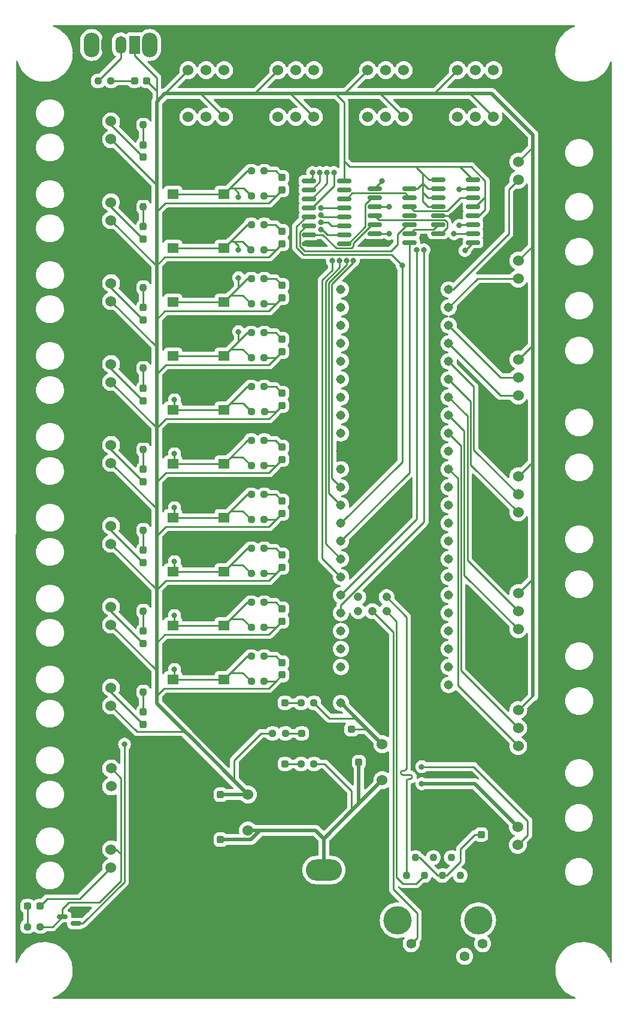
<source format=gbr>
%TF.GenerationSoftware,KiCad,Pcbnew,7.0.7*%
%TF.CreationDate,2023-11-13T00:04:04-06:00*%
%TF.ProjectId,Armboard_Hardware,41726d62-6f61-4726-945f-486172647761,rev?*%
%TF.SameCoordinates,Original*%
%TF.FileFunction,Copper,L1,Top*%
%TF.FilePolarity,Positive*%
%FSLAX46Y46*%
G04 Gerber Fmt 4.6, Leading zero omitted, Abs format (unit mm)*
G04 Created by KiCad (PCBNEW 7.0.7) date 2023-11-13 00:04:04*
%MOMM*%
%LPD*%
G01*
G04 APERTURE LIST*
G04 Aperture macros list*
%AMRoundRect*
0 Rectangle with rounded corners*
0 $1 Rounding radius*
0 $2 $3 $4 $5 $6 $7 $8 $9 X,Y pos of 4 corners*
0 Add a 4 corners polygon primitive as box body*
4,1,4,$2,$3,$4,$5,$6,$7,$8,$9,$2,$3,0*
0 Add four circle primitives for the rounded corners*
1,1,$1+$1,$2,$3*
1,1,$1+$1,$4,$5*
1,1,$1+$1,$6,$7*
1,1,$1+$1,$8,$9*
0 Add four rect primitives between the rounded corners*
20,1,$1+$1,$2,$3,$4,$5,0*
20,1,$1+$1,$4,$5,$6,$7,0*
20,1,$1+$1,$6,$7,$8,$9,0*
20,1,$1+$1,$8,$9,$2,$3,0*%
G04 Aperture macros list end*
%TA.AperFunction,SMDPad,CuDef*%
%ADD10RoundRect,0.237500X0.250000X0.237500X-0.250000X0.237500X-0.250000X-0.237500X0.250000X-0.237500X0*%
%TD*%
%TA.AperFunction,SMDPad,CuDef*%
%ADD11RoundRect,0.237500X-0.237500X0.287500X-0.237500X-0.287500X0.237500X-0.287500X0.237500X0.287500X0*%
%TD*%
%TA.AperFunction,ComponentPad*%
%ADD12C,1.524000*%
%TD*%
%TA.AperFunction,SMDPad,CuDef*%
%ADD13RoundRect,0.237500X0.237500X-0.250000X0.237500X0.250000X-0.237500X0.250000X-0.237500X-0.250000X0*%
%TD*%
%TA.AperFunction,SMDPad,CuDef*%
%ADD14RoundRect,0.237500X0.237500X-0.300000X0.237500X0.300000X-0.237500X0.300000X-0.237500X-0.300000X0*%
%TD*%
%TA.AperFunction,SMDPad,CuDef*%
%ADD15RoundRect,0.237500X-0.287500X-0.237500X0.287500X-0.237500X0.287500X0.237500X-0.287500X0.237500X0*%
%TD*%
%TA.AperFunction,SMDPad,CuDef*%
%ADD16RoundRect,0.237500X-0.237500X0.300000X-0.237500X-0.300000X0.237500X-0.300000X0.237500X0.300000X0*%
%TD*%
%TA.AperFunction,ComponentPad*%
%ADD17C,1.308000*%
%TD*%
%TA.AperFunction,ComponentPad*%
%ADD18C,1.208000*%
%TD*%
%TA.AperFunction,SMDPad,CuDef*%
%ADD19R,1.600000X1.400000*%
%TD*%
%TA.AperFunction,SMDPad,CuDef*%
%ADD20RoundRect,0.150000X-0.825000X-0.150000X0.825000X-0.150000X0.825000X0.150000X-0.825000X0.150000X0*%
%TD*%
%TA.AperFunction,SMDPad,CuDef*%
%ADD21RoundRect,0.237500X0.287500X0.237500X-0.287500X0.237500X-0.287500X-0.237500X0.287500X-0.237500X0*%
%TD*%
%TA.AperFunction,ComponentPad*%
%ADD22O,2.200000X3.500000*%
%TD*%
%TA.AperFunction,ComponentPad*%
%ADD23R,1.500000X2.500000*%
%TD*%
%TA.AperFunction,ComponentPad*%
%ADD24O,1.500000X2.500000*%
%TD*%
%TA.AperFunction,SMDPad,CuDef*%
%ADD25RoundRect,0.237500X0.300000X0.237500X-0.300000X0.237500X-0.300000X-0.237500X0.300000X-0.237500X0*%
%TD*%
%TA.AperFunction,ComponentPad*%
%ADD26C,1.100000*%
%TD*%
%TA.AperFunction,ComponentPad*%
%ADD27C,1.400000*%
%TD*%
%TA.AperFunction,ComponentPad*%
%ADD28C,4.000000*%
%TD*%
%TA.AperFunction,ComponentPad*%
%ADD29C,2.000000*%
%TD*%
%TA.AperFunction,SMDPad,CuDef*%
%ADD30RoundRect,0.237500X-0.250000X-0.237500X0.250000X-0.237500X0.250000X0.237500X-0.250000X0.237500X0*%
%TD*%
%TA.AperFunction,ComponentPad*%
%ADD31O,5.100000X3.000000*%
%TD*%
%TA.AperFunction,SMDPad,CuDef*%
%ADD32RoundRect,0.150000X0.587500X0.150000X-0.587500X0.150000X-0.587500X-0.150000X0.587500X-0.150000X0*%
%TD*%
%TA.AperFunction,ViaPad*%
%ADD33C,0.800000*%
%TD*%
%TA.AperFunction,Conductor*%
%ADD34C,0.254000*%
%TD*%
%TA.AperFunction,Conductor*%
%ADD35C,0.508000*%
%TD*%
G04 APERTURE END LIST*
D10*
%TO.P,R33,1*%
%TO.N,Net-(Q1-D)*%
X69247300Y-165227000D03*
%TO.P,R33,2*%
%TO.N,Net-(D22-K)*%
X67422300Y-165227000D03*
%TD*%
D11*
%TO.P,D21,1,K*%
%TO.N,Net-(D21-K)*%
X83820000Y-134874000D03*
%TO.P,D21,2,A*%
%TO.N,LIM_8*%
X83820000Y-136624000D03*
%TD*%
D10*
%TO.P,R13,1*%
%TO.N,Net-(D7-K)*%
X100908500Y-81305400D03*
%TO.P,R13,2*%
%TO.N,B_4*%
X99083500Y-81305400D03*
%TD*%
%TO.P,R19,1*%
%TO.N,Net-(D10-K)*%
X100912300Y-104165400D03*
%TO.P,R19,2*%
%TO.N,B_7*%
X99087300Y-104165400D03*
%TD*%
%TO.P,R4,1*%
%TO.N,+3.3V*%
X100912300Y-61976000D03*
%TO.P,R4,2*%
%TO.N,B_1*%
X99087300Y-61976000D03*
%TD*%
D12*
%TO.P,Conn22,1*%
%TO.N,+3.3V*%
X136829800Y-118110000D03*
%TO.P,Conn22,2*%
%TO.N,Encoder3A*%
X136829800Y-120650000D03*
%TO.P,Conn22,3*%
%TO.N,Encoder3B*%
X136829800Y-123190000D03*
%TO.P,Conn22,4*%
%TO.N,GND*%
X136829800Y-125730000D03*
%TD*%
D13*
%TO.P,R26,1*%
%TO.N,Net-(D15-K)*%
X83820000Y-86303500D03*
%TO.P,R26,2*%
%TO.N,GND*%
X83820000Y-84478500D03*
%TD*%
D11*
%TO.P,D15,1,K*%
%TO.N,Net-(D15-K)*%
X83820000Y-89154000D03*
%TO.P,D15,2,A*%
%TO.N,LIM_4*%
X83820000Y-90904000D03*
%TD*%
D10*
%TO.P,R5,1*%
%TO.N,+3.3V*%
X100885000Y-69596000D03*
%TO.P,R5,2*%
%TO.N,B_2*%
X99060000Y-69596000D03*
%TD*%
D11*
%TO.P,D17,1,K*%
%TO.N,Net-(D17-K)*%
X83820000Y-100612000D03*
%TO.P,D17,2,A*%
%TO.N,LIM_5*%
X83820000Y-102362000D03*
%TD*%
%TO.P,D10,1,K*%
%TO.N,Net-(D10-K)*%
X103452300Y-105079800D03*
%TO.P,D10,2,A*%
%TO.N,+3.3V*%
X103452300Y-106829800D03*
%TD*%
D10*
%TO.P,R18,1*%
%TO.N,+3.3V*%
X100912300Y-122936000D03*
%TO.P,R18,2*%
%TO.N,B_9*%
X99087300Y-122936000D03*
%TD*%
%TO.P,R8,1*%
%TO.N,Net-(D5-K)*%
X100912300Y-66040000D03*
%TO.P,R8,2*%
%TO.N,B_2*%
X99087300Y-66040000D03*
%TD*%
D11*
%TO.P,D12,1,K*%
%TO.N,Net-(D12-K)*%
X103452300Y-120319800D03*
%TO.P,D12,2,A*%
%TO.N,+3.3V*%
X103452300Y-122069800D03*
%TD*%
D10*
%TO.P,R15,1*%
%TO.N,Net-(D9-K)*%
X100912300Y-96520000D03*
%TO.P,R15,2*%
%TO.N,B_6*%
X99087300Y-96520000D03*
%TD*%
D14*
%TO.P,C4,1*%
%TO.N,+12V*%
X94742000Y-152908000D03*
%TO.P,C4,2*%
%TO.N,GND*%
X94742000Y-151183000D03*
%TD*%
D12*
%TO.P,Conn19,1*%
%TO.N,+3.3V*%
X95250000Y-50800000D03*
%TO.P,Conn19,2*%
%TO.N,MOCO8_FWD*%
X92710000Y-50800000D03*
%TO.P,Conn19,3*%
%TO.N,MOCO8_RVS*%
X90170000Y-50800000D03*
%TD*%
D11*
%TO.P,D13,1,K*%
%TO.N,Net-(D13-K)*%
X103452300Y-127914400D03*
%TO.P,D13,2,A*%
%TO.N,+3.3V*%
X103452300Y-129664400D03*
%TD*%
D13*
%TO.P,R29,1*%
%TO.N,Net-(D18-K)*%
X83820000Y-74930000D03*
%TO.P,R29,2*%
%TO.N,GND*%
X83820000Y-73105000D03*
%TD*%
D11*
%TO.P,D20,1,K*%
%TO.N,Net-(D20-K)*%
X83820000Y-123444000D03*
%TO.P,D20,2,A*%
%TO.N,LIM_7*%
X83820000Y-125194000D03*
%TD*%
D15*
%TO.P,D1,1,K*%
%TO.N,GND*%
X102115000Y-142240000D03*
%TO.P,D1,2,A*%
%TO.N,Net-(D1-A)*%
X103865000Y-142240000D03*
%TD*%
D16*
%TO.P,C6,1*%
%TO.N,GND*%
X131596000Y-150497000D03*
%TO.P,C6,2*%
%TO.N,Net-(C6-Pad2)*%
X131596000Y-152222000D03*
%TD*%
D11*
%TO.P,D5,1,K*%
%TO.N,Net-(D5-K)*%
X103452300Y-66979800D03*
%TO.P,D5,2,A*%
%TO.N,+3.3V*%
X103452300Y-68729800D03*
%TD*%
D12*
%TO.P,U6,1,Vi*%
%TO.N,+12V*%
X117602000Y-144526000D03*
%TO.P,U6,2,GND*%
%TO.N,GND*%
X117602000Y-141986000D03*
%TO.P,U6,3,Vo*%
%TO.N,+5V*%
X117602000Y-139446000D03*
%TD*%
%TO.P,U1,1,Vi*%
%TO.N,+12V*%
X98605000Y-151638000D03*
%TO.P,U1,2,GND*%
%TO.N,GND*%
X98605000Y-149098000D03*
%TO.P,U1,3,Vo*%
%TO.N,+3.3V*%
X98605000Y-146558000D03*
%TD*%
D11*
%TO.P,D7,1,K*%
%TO.N,Net-(D7-K)*%
X103452300Y-82219800D03*
%TO.P,D7,2,A*%
%TO.N,+3.3V*%
X103452300Y-83969800D03*
%TD*%
D12*
%TO.P,Conn13,1*%
%TO.N,+3.3V*%
X102870000Y-44196000D03*
%TO.P,Conn13,2*%
%TO.N,MOCO2_FWD*%
X105410000Y-44196000D03*
%TO.P,Conn13,3*%
%TO.N,MOCO2_RVS*%
X107950000Y-44196000D03*
%TD*%
D10*
%TO.P,R24,1*%
%TO.N,+5V*%
X107950000Y-133604000D03*
%TO.P,R24,2*%
%TO.N,Net-(D2-A)*%
X106125000Y-133604000D03*
%TD*%
D14*
%TO.P,C7,1*%
%TO.N,+12V*%
X114300000Y-141986000D03*
%TO.P,C7,2*%
%TO.N,GND*%
X114300000Y-140261000D03*
%TD*%
D12*
%TO.P,Conn16,1*%
%TO.N,+3.3V*%
X133350000Y-50800000D03*
%TO.P,Conn16,2*%
%TO.N,MOCO5_FWD*%
X130810000Y-50800000D03*
%TO.P,Conn16,3*%
%TO.N,MOCO5_RVS*%
X128270000Y-50800000D03*
%TD*%
%TO.P,Conn15,1*%
%TO.N,+3.3V*%
X128270000Y-44196000D03*
%TO.P,Conn15,2*%
%TO.N,MOCO4_FWD*%
X130810000Y-44196000D03*
%TO.P,Conn15,3*%
%TO.N,MOCO4_RVS*%
X133350000Y-44196000D03*
%TD*%
%TO.P,Conn4,1*%
%TO.N,+3.3V*%
X79248000Y-76835000D03*
%TO.P,Conn4,2*%
%TO.N,LIM_3*%
X79248000Y-74295000D03*
%TD*%
D10*
%TO.P,R1,1*%
%TO.N,+12V*%
X107950000Y-142240000D03*
%TO.P,R1,2*%
%TO.N,Net-(D1-A)*%
X106125000Y-142240000D03*
%TD*%
D17*
%TO.P,U2,0,RX1*%
%TO.N,MOCO4_RVS*%
X127000000Y-131080000D03*
%TO.P,U2,1,TX1*%
%TO.N,MOCO4_FWD*%
X127000000Y-128540000D03*
%TO.P,U2,2,OUT2*%
%TO.N,MOCO5_FWD*%
X127000000Y-126000000D03*
%TO.P,U2,3,LRCLK2*%
%TO.N,MOCO5_RVS*%
X127000000Y-123460000D03*
%TO.P,U2,3.3V_1,3.3V*%
%TO.N,unconnected-(U2-3.3V-Pad3.3V_1)*%
X127000000Y-98060000D03*
%TO.P,U2,3.3V_2,3.3V*%
X111760000Y-128540000D03*
%TO.P,U2,4,BCLK2*%
%TO.N,MOCO3_RVS*%
X127000000Y-120920000D03*
%TO.P,U2,5,IN2*%
%TO.N,MOCO3_FWD*%
X127000000Y-118380000D03*
%TO.P,U2,6,OUT1D*%
%TO.N,MOCO6_FWD*%
X127000000Y-115840000D03*
%TO.P,U2,7,RX2*%
%TO.N,MOCO6_RVS*%
X127000000Y-113300000D03*
%TO.P,U2,8,TX2*%
%TO.N,MOCO2_RVS*%
X127000000Y-110760000D03*
%TO.P,U2,9,OUT1C*%
%TO.N,MOCO2_FWD*%
X127000000Y-108220000D03*
%TO.P,U2,10,CS1*%
%TO.N,MOCO7_FWD*%
X127000000Y-105680000D03*
%TO.P,U2,11,MOSI*%
%TO.N,MOCO7_RVS*%
X127000000Y-103140000D03*
%TO.P,U2,12,MISO*%
%TO.N,Encoder4B*%
X127000000Y-100600000D03*
%TO.P,U2,13,SCK*%
%TO.N,unconnected-(U2-SCK-Pad13)*%
X111760000Y-100600000D03*
%TO.P,U2,14,A0*%
%TO.N,MOCO1_RVS*%
X111760000Y-103140000D03*
%TO.P,U2,15,A1*%
%TO.N,MOCO1_FWD*%
X111760000Y-105680000D03*
%TO.P,U2,16,A2*%
%TO.N,B_ENC_3*%
X111760000Y-108220000D03*
%TO.P,U2,17,A3*%
%TO.N,B_ENC_2*%
X111760000Y-110760000D03*
%TO.P,U2,18,A4*%
%TO.N,MOCO8_FWD*%
X111760000Y-113300000D03*
%TO.P,U2,19,A5*%
%TO.N,MOCO8_RVS*%
X111760000Y-115840000D03*
%TO.P,U2,20,A6*%
%TO.N,B_ENC_1*%
X111760000Y-118380000D03*
%TO.P,U2,21,A7*%
%TO.N,B_ENC_0*%
X111760000Y-120920000D03*
%TO.P,U2,22,A8*%
%TO.N,LAS*%
X111760000Y-123460000D03*
%TO.P,U2,23,A9*%
%TO.N,Servo*%
X111760000Y-126000000D03*
%TO.P,U2,24,A10*%
%TO.N,Encoder4A*%
X127000000Y-95520000D03*
%TO.P,U2,25,A11*%
%TO.N,Encoder3B*%
X127000000Y-92980000D03*
%TO.P,U2,26,A12*%
%TO.N,Encoder3A*%
X127000000Y-90440000D03*
%TO.P,U2,27,A13*%
%TO.N,Encoder2B*%
X127000000Y-87900000D03*
%TO.P,U2,28,RX7*%
%TO.N,Encoder2A*%
X127000000Y-85360000D03*
%TO.P,U2,29,TX7*%
%TO.N,Encoder1B*%
X127000000Y-82820000D03*
%TO.P,U2,30,CRX3*%
%TO.N,Encoder1A*%
X127000000Y-80280000D03*
%TO.P,U2,31,CTX3*%
%TO.N,AbsEncoder2*%
X127000000Y-77740000D03*
%TO.P,U2,32,OUT1B*%
%TO.N,AbsEncoder1*%
X127000000Y-75200000D03*
%TO.P,U2,33,MCLK2*%
%TO.N,DIR_SW*%
X111760000Y-75200000D03*
%TO.P,U2,34,RX8*%
%TO.N,LIM_1*%
X111760000Y-77740000D03*
%TO.P,U2,35,TX8*%
%TO.N,LIM_2*%
X111760000Y-80280000D03*
%TO.P,U2,36,CS2*%
%TO.N,LIM_3*%
X111760000Y-82820000D03*
%TO.P,U2,37,CS3*%
%TO.N,LIM_4*%
X111760000Y-85360000D03*
%TO.P,U2,38,A14*%
%TO.N,LIM_5*%
X111760000Y-87900000D03*
%TO.P,U2,39,A15*%
%TO.N,LIM_6*%
X111760000Y-90440000D03*
%TO.P,U2,40,A16*%
%TO.N,LIM_7*%
X111760000Y-92980000D03*
%TO.P,U2,41,A17*%
%TO.N,LIM_8*%
X111760000Y-95520000D03*
%TO.P,U2,GND1,GND*%
%TO.N,GND*%
X127000000Y-133620000D03*
%TO.P,U2,GND2,GND*%
X111760000Y-98060000D03*
%TO.P,U2,GND3,GND*%
X111760000Y-131080000D03*
D18*
%TO.P,U2,GND5,GND*%
X116210000Y-118650000D03*
%TO.P,U2,LED,LED*%
%TO.N,LED*%
X116210000Y-120650000D03*
%TO.P,U2,R+,R+*%
%TO.N,Rx+*%
X114210000Y-120650000D03*
%TO.P,U2,R-,R-*%
%TO.N,Rx-*%
X114210000Y-118650000D03*
%TO.P,U2,T+,T+*%
%TO.N,Tx+*%
X118210000Y-118650000D03*
%TO.P,U2,T-,T-*%
%TO.N,Tx-*%
X118210000Y-120650000D03*
D17*
%TO.P,U2,VIN,VIN*%
%TO.N,+5V*%
X111760000Y-133620000D03*
%TD*%
D12*
%TO.P,Conn17,1*%
%TO.N,+3.3V*%
X120650000Y-50800000D03*
%TO.P,Conn17,2*%
%TO.N,MOCO6_FWD*%
X118110000Y-50800000D03*
%TO.P,Conn17,3*%
%TO.N,MOCO6_RVS*%
X115570000Y-50800000D03*
%TD*%
D15*
%TO.P,D14,1,K*%
%TO.N,Net-(D14-K)*%
X82578000Y-45720000D03*
%TO.P,D14,2,A*%
%TO.N,+3.3V*%
X84328000Y-45720000D03*
%TD*%
D12*
%TO.P,Conn14,1*%
%TO.N,+3.3V*%
X115570000Y-44196000D03*
%TO.P,Conn14,2*%
%TO.N,MOCO3_FWD*%
X118110000Y-44196000D03*
%TO.P,Conn14,3*%
%TO.N,MOCO3_RVS*%
X120650000Y-44196000D03*
%TD*%
D10*
%TO.P,R11,1*%
%TO.N,+3.3V*%
X100933900Y-92481400D03*
%TO.P,R11,2*%
%TO.N,B_5*%
X99108900Y-92481400D03*
%TD*%
%TO.P,R10,1*%
%TO.N,+3.3V*%
X100912300Y-84836000D03*
%TO.P,R10,2*%
%TO.N,B_4*%
X99087300Y-84836000D03*
%TD*%
%TO.P,R6,1*%
%TO.N,+3.3V*%
X100912300Y-77216000D03*
%TO.P,R6,2*%
%TO.N,B_3*%
X99087300Y-77216000D03*
%TD*%
D19*
%TO.P,SW2,1,1*%
%TO.N,GND*%
X88009100Y-58724800D03*
X95209100Y-58724800D03*
%TO.P,SW2,2,2*%
%TO.N,B_1*%
X88009100Y-61724800D03*
X95209100Y-61724800D03*
%TD*%
D13*
%TO.P,R32,1*%
%TO.N,Net-(D21-K)*%
X83820000Y-132080000D03*
%TO.P,R32,2*%
%TO.N,GND*%
X83820000Y-130255000D03*
%TD*%
D20*
%TO.P,U4,1,I4*%
%TO.N,+3.3V*%
X125480420Y-59690000D03*
%TO.P,U4,2,I5*%
X125480420Y-60960000D03*
%TO.P,U4,3,I6*%
X125480420Y-62230000D03*
%TO.P,U4,4,I7*%
X125480420Y-63500000D03*
%TO.P,U4,5,EI*%
%TO.N,GND*%
X125480420Y-64770000D03*
%TO.P,U4,6,S2*%
%TO.N,Net-(U4-S2)*%
X125480420Y-66040000D03*
%TO.P,U4,7,S1*%
%TO.N,Net-(U4-S1)*%
X125480420Y-67310000D03*
%TO.P,U4,8,GND*%
%TO.N,GND*%
X125480420Y-68580000D03*
%TO.P,U4,9,S0*%
%TO.N,Net-(U4-S0)*%
X130430420Y-68580000D03*
%TO.P,U4,10,IO*%
%TO.N,B_9*%
X130430420Y-67310000D03*
%TO.P,U4,11,I1*%
%TO.N,B_10*%
X130430420Y-66040000D03*
%TO.P,U4,12,I2*%
%TO.N,+3.3V*%
X130430420Y-64770000D03*
%TO.P,U4,13,I3*%
X130430420Y-63500000D03*
%TO.P,U4,14,GS*%
%TO.N,Net-(U4-GS)*%
X130430420Y-62230000D03*
%TO.P,U4,15,EO*%
%TO.N,B_ENC_3*%
X130430420Y-60960000D03*
%TO.P,U4,16,VCC*%
%TO.N,+3.3V*%
X130430420Y-59690000D03*
%TD*%
D10*
%TO.P,R16,1*%
%TO.N,+3.3V*%
X100912300Y-107696000D03*
%TO.P,R16,2*%
%TO.N,B_7*%
X99087300Y-107696000D03*
%TD*%
D12*
%TO.P,Conn23,1*%
%TO.N,+3.3V*%
X136829800Y-134620000D03*
%TO.P,Conn23,2*%
%TO.N,Encoder4A*%
X136829800Y-137160000D03*
%TO.P,Conn23,3*%
%TO.N,Encoder4B*%
X136829800Y-139700000D03*
%TO.P,Conn23,4*%
%TO.N,GND*%
X136829800Y-142240000D03*
%TD*%
D20*
%TO.P,U5,1*%
%TO.N,Net-(U4-S0)*%
X116517220Y-60960000D03*
%TO.P,U5,2*%
%TO.N,Net-(U3-S0)*%
X116517220Y-62230000D03*
%TO.P,U5,3*%
%TO.N,B_ENC_0*%
X116517220Y-63500000D03*
%TO.P,U5,4*%
%TO.N,Net-(U4-S1)*%
X116517220Y-64770000D03*
%TO.P,U5,5*%
%TO.N,Net-(U3-S1)*%
X116517220Y-66040000D03*
%TO.P,U5,6*%
%TO.N,B_ENC_1*%
X116517220Y-67310000D03*
%TO.P,U5,7,GND*%
%TO.N,GND*%
X116517220Y-68580000D03*
%TO.P,U5,8*%
%TO.N,B_ENC_2*%
X121467220Y-68580000D03*
%TO.P,U5,9*%
%TO.N,Net-(U4-S2)*%
X121467220Y-67310000D03*
%TO.P,U5,10*%
%TO.N,Net-(U3-S2)*%
X121467220Y-66040000D03*
%TO.P,U5,11*%
%TO.N,unconnected-(U5-Pad11)*%
X121467220Y-64770000D03*
%TO.P,U5,12*%
%TO.N,Net-(U4-GS)*%
X121467220Y-63500000D03*
%TO.P,U5,13*%
%TO.N,Net-(U3-GS)*%
X121467220Y-62230000D03*
%TO.P,U5,14,VCC*%
%TO.N,+3.3V*%
X121467220Y-60960000D03*
%TD*%
D12*
%TO.P,Conn18,1*%
%TO.N,+3.3V*%
X107950000Y-50800000D03*
%TO.P,Conn18,2*%
%TO.N,MOCO7_FWD*%
X105410000Y-50800000D03*
%TO.P,Conn18,3*%
%TO.N,MOCO7_RVS*%
X102870000Y-50800000D03*
%TD*%
D21*
%TO.P,D3,1,K*%
%TO.N,GND*%
X107950000Y-137922000D03*
%TO.P,D3,2,A*%
%TO.N,Net-(D3-A)*%
X106200000Y-137922000D03*
%TD*%
D19*
%TO.P,SW9,1,1*%
%TO.N,GND*%
X88009100Y-112064800D03*
X95209100Y-112064800D03*
%TO.P,SW9,2,2*%
%TO.N,B_8*%
X88009100Y-115064800D03*
X95209100Y-115064800D03*
%TD*%
D13*
%TO.P,R27,1*%
%TO.N,Net-(D16-K)*%
X83820000Y-63523500D03*
%TO.P,R27,2*%
%TO.N,GND*%
X83820000Y-61698500D03*
%TD*%
D12*
%TO.P,Conn6,1*%
%TO.N,+3.3V*%
X79248000Y-99695000D03*
%TO.P,Conn6,2*%
%TO.N,LIM_5*%
X79248000Y-97155000D03*
%TD*%
D11*
%TO.P,D6,1,K*%
%TO.N,Net-(D6-K)*%
X103452300Y-74599800D03*
%TO.P,D6,2,A*%
%TO.N,+3.3V*%
X103452300Y-76349800D03*
%TD*%
%TO.P,D19,1,K*%
%TO.N,Net-(D19-K)*%
X83820000Y-112014000D03*
%TO.P,D19,2,A*%
%TO.N,LIM_6*%
X83820000Y-113764000D03*
%TD*%
D12*
%TO.P,Conn3,1*%
%TO.N,+3.3V*%
X79244000Y-65405000D03*
%TO.P,Conn3,2*%
%TO.N,LIM_2*%
X79244000Y-62865000D03*
%TD*%
D13*
%TO.P,R28,1*%
%TO.N,Net-(D17-K)*%
X83820000Y-97818000D03*
%TO.P,R28,2*%
%TO.N,GND*%
X83820000Y-95993000D03*
%TD*%
D11*
%TO.P,D11,1,K*%
%TO.N,Net-(D11-K)*%
X103452300Y-112699800D03*
%TO.P,D11,2,A*%
%TO.N,+3.3V*%
X103452300Y-114449800D03*
%TD*%
D12*
%TO.P,Conn10,1*%
%TO.N,+5V*%
X79248000Y-156845000D03*
%TO.P,Conn10,2*%
%TO.N,Net-(Q1-D)*%
X79248000Y-154305000D03*
%TD*%
D19*
%TO.P,SW4,1,1*%
%TO.N,GND*%
X88009100Y-73964800D03*
X95209100Y-73964800D03*
%TO.P,SW4,2,2*%
%TO.N,B_3*%
X88009100Y-76964800D03*
X95209100Y-76964800D03*
%TD*%
D12*
%TO.P,Conn25,1*%
%TO.N,+3.3V*%
X136829800Y-71120000D03*
%TO.P,Conn25,2*%
%TO.N,AbsEncoder2*%
X136829800Y-73660000D03*
%TO.P,Conn25,3*%
%TO.N,GND*%
X136829800Y-76200000D03*
%TD*%
D19*
%TO.P,SW11,1,1*%
%TO.N,GND*%
X88009100Y-127304800D03*
X95209100Y-127304800D03*
%TO.P,SW11,2,2*%
%TO.N,B_10*%
X88009100Y-130304800D03*
X95209100Y-130304800D03*
%TD*%
D11*
%TO.P,D8,1,K*%
%TO.N,Net-(D8-K)*%
X103452300Y-89839800D03*
%TO.P,D8,2,A*%
%TO.N,+3.3V*%
X103452300Y-91589800D03*
%TD*%
D22*
%TO.P,SW1,*%
%TO.N,*%
X84709000Y-40640000D03*
X76509000Y-40640000D03*
D23*
%TO.P,SW1,1,A*%
%TO.N,+3.3V*%
X82609000Y-40640000D03*
D24*
%TO.P,SW1,2,B*%
%TO.N,DIR_SW*%
X80609000Y-40640000D03*
%TO.P,SW1,3,C*%
%TO.N,GND*%
X78609000Y-40640000D03*
%TD*%
D12*
%TO.P,Conn26,1*%
%TO.N,+5V*%
X136779000Y-151130000D03*
%TO.P,Conn26,2*%
%TO.N,Servo*%
X136779000Y-153670000D03*
%TO.P,Conn26,3*%
%TO.N,GND*%
X136779000Y-156210000D03*
%TD*%
D10*
%TO.P,R3,1*%
%TO.N,Net-(D14-K)*%
X79248000Y-45720000D03*
%TO.P,R3,2*%
%TO.N,DIR_SW*%
X77423000Y-45720000D03*
%TD*%
%TO.P,R20,1*%
%TO.N,Net-(D11-K)*%
X100912300Y-111785400D03*
%TO.P,R20,2*%
%TO.N,B_8*%
X99087300Y-111785400D03*
%TD*%
D19*
%TO.P,SW7,1,1*%
%TO.N,GND*%
X88012300Y-96824800D03*
X95212300Y-96824800D03*
%TO.P,SW7,2,2*%
%TO.N,B_6*%
X88012300Y-99824800D03*
X95212300Y-99824800D03*
%TD*%
D10*
%TO.P,R14,1*%
%TO.N,Net-(D8-K)*%
X100912300Y-88925400D03*
%TO.P,R14,2*%
%TO.N,B_5*%
X99087300Y-88925400D03*
%TD*%
D12*
%TO.P,Conn9,1*%
%TO.N,+3.3V*%
X79248000Y-133985000D03*
%TO.P,Conn9,2*%
%TO.N,LIM_8*%
X79248000Y-131445000D03*
%TD*%
D10*
%TO.P,R22,1*%
%TO.N,+3.3V*%
X100912300Y-130556000D03*
%TO.P,R22,2*%
%TO.N,B_10*%
X99087300Y-130556000D03*
%TD*%
D25*
%TO.P,C8,1*%
%TO.N,+5V*%
X113284000Y-137337800D03*
%TO.P,C8,2*%
%TO.N,GND*%
X111559000Y-137337800D03*
%TD*%
D10*
%TO.P,R17,1*%
%TO.N,+3.3V*%
X100912300Y-115316000D03*
%TO.P,R17,2*%
%TO.N,B_8*%
X99087300Y-115316000D03*
%TD*%
D11*
%TO.P,D4,1,K*%
%TO.N,Net-(D4-K)*%
X103452300Y-59359800D03*
%TO.P,D4,2,A*%
%TO.N,+3.3V*%
X103452300Y-61109800D03*
%TD*%
D10*
%TO.P,R9,1*%
%TO.N,Net-(D6-K)*%
X100916100Y-73685400D03*
%TO.P,R9,2*%
%TO.N,B_3*%
X99091100Y-73685400D03*
%TD*%
D11*
%TO.P,D18,1,K*%
%TO.N,Net-(D18-K)*%
X83820000Y-77724000D03*
%TO.P,D18,2,A*%
%TO.N,LIM_3*%
X83820000Y-79474000D03*
%TD*%
D13*
%TO.P,R31,1*%
%TO.N,Net-(D20-K)*%
X83820000Y-120650000D03*
%TO.P,R31,2*%
%TO.N,GND*%
X83820000Y-118825000D03*
%TD*%
D15*
%TO.P,D2,1,K*%
%TO.N,GND*%
X102089000Y-133604000D03*
%TO.P,D2,2,A*%
%TO.N,Net-(D2-A)*%
X103839000Y-133604000D03*
%TD*%
D13*
%TO.P,R25,1*%
%TO.N,Net-(D23-K)*%
X83820000Y-51936000D03*
%TO.P,R25,2*%
%TO.N,GND*%
X83820000Y-50111000D03*
%TD*%
D15*
%TO.P,D22,1,K*%
%TO.N,Net-(D22-K)*%
X67459800Y-162306000D03*
%TO.P,D22,2,A*%
%TO.N,+5V*%
X69209800Y-162306000D03*
%TD*%
D19*
%TO.P,SW3,1,1*%
%TO.N,GND*%
X88009100Y-66344800D03*
X95209100Y-66344800D03*
%TO.P,SW3,2,2*%
%TO.N,B_2*%
X88009100Y-69344800D03*
X95209100Y-69344800D03*
%TD*%
D10*
%TO.P,R7,1*%
%TO.N,Net-(D4-K)*%
X100912300Y-58445400D03*
%TO.P,R7,2*%
%TO.N,B_1*%
X99087300Y-58445400D03*
%TD*%
D19*
%TO.P,SW5,1,1*%
%TO.N,GND*%
X88009100Y-81584800D03*
X95209100Y-81584800D03*
%TO.P,SW5,2,2*%
%TO.N,B_4*%
X88009100Y-84584800D03*
X95209100Y-84584800D03*
%TD*%
D12*
%TO.P,Conn21,1*%
%TO.N,+3.3V*%
X136829800Y-101600000D03*
%TO.P,Conn21,2*%
%TO.N,Encoder2A*%
X136829800Y-104140000D03*
%TO.P,Conn21,3*%
%TO.N,Encoder2B*%
X136829800Y-106680000D03*
%TO.P,Conn21,4*%
%TO.N,GND*%
X136829800Y-109220000D03*
%TD*%
D11*
%TO.P,D16,1,K*%
%TO.N,Net-(D16-K)*%
X83820000Y-66322000D03*
%TO.P,D16,2,A*%
%TO.N,LIM_2*%
X83820000Y-68072000D03*
%TD*%
D26*
%TO.P,J1,1*%
%TO.N,Tx+*%
X121030000Y-157990000D03*
%TO.P,J1,2*%
%TO.N,Net-(C6-Pad2)*%
X122300000Y-155450000D03*
%TO.P,J1,3*%
%TO.N,Tx-*%
X123570000Y-157990000D03*
%TO.P,J1,4*%
%TO.N,Rx+*%
X124840000Y-155450000D03*
%TO.P,J1,5*%
%TO.N,Net-(C6-Pad2)*%
X126110000Y-157990000D03*
%TO.P,J1,6*%
%TO.N,Rx-*%
X127380000Y-155450000D03*
%TO.P,J1,7*%
%TO.N,unconnected-(J1-Pad7)*%
X128650000Y-157990000D03*
%TO.P,J1,8*%
%TO.N,GND*%
X129920000Y-155450000D03*
D27*
%TO.P,J1,9*%
X119150000Y-169420000D03*
%TO.P,J1,10*%
%TO.N,LED*%
X121690000Y-167630000D03*
%TO.P,J1,11*%
%TO.N,unconnected-(J1-Pad11)*%
X129260000Y-169420000D03*
%TO.P,J1,12*%
%TO.N,unconnected-(J1-Pad12)*%
X131800000Y-167630000D03*
D28*
%TO.P,J1,13*%
%TO.N,N/C*%
X119760000Y-164340000D03*
%TO.P,J1,14*%
X131190000Y-164340000D03*
D29*
%TO.P,J1,SH*%
%TO.N,GND*%
X117600000Y-161290000D03*
X133350000Y-161290000D03*
%TD*%
D30*
%TO.P,R2,1*%
%TO.N,+3.3V*%
X102089000Y-137922000D03*
%TO.P,R2,2*%
%TO.N,Net-(D3-A)*%
X103914000Y-137922000D03*
%TD*%
D11*
%TO.P,D9,1,K*%
%TO.N,Net-(D9-K)*%
X103452300Y-97459800D03*
%TO.P,D9,2,A*%
%TO.N,+3.3V*%
X103452300Y-99209800D03*
%TD*%
D20*
%TO.P,U3,1,I4*%
%TO.N,B_5*%
X107243220Y-59817000D03*
%TO.P,U3,2,I5*%
%TO.N,B_6*%
X107243220Y-61087000D03*
%TO.P,U3,3,I6*%
%TO.N,B_7*%
X107243220Y-62357000D03*
%TO.P,U3,4,I7*%
%TO.N,B_8*%
X107243220Y-63627000D03*
%TO.P,U3,5,EI*%
%TO.N,B_ENC_3*%
X107243220Y-64897000D03*
%TO.P,U3,6,S2*%
%TO.N,Net-(U3-S2)*%
X107243220Y-66167000D03*
%TO.P,U3,7,S1*%
%TO.N,Net-(U3-S1)*%
X107243220Y-67437000D03*
%TO.P,U3,8,GND*%
%TO.N,GND*%
X107243220Y-68707000D03*
%TO.P,U3,9,S0*%
%TO.N,Net-(U3-S0)*%
X112193220Y-68707000D03*
%TO.P,U3,10,IO*%
%TO.N,B_1*%
X112193220Y-67437000D03*
%TO.P,U3,11,I1*%
%TO.N,B_2*%
X112193220Y-66167000D03*
%TO.P,U3,12,I2*%
%TO.N,B_3*%
X112193220Y-64897000D03*
%TO.P,U3,13,I3*%
%TO.N,B_4*%
X112193220Y-63627000D03*
%TO.P,U3,14,GS*%
%TO.N,Net-(U3-GS)*%
X112193220Y-62357000D03*
%TO.P,U3,15,EO*%
%TO.N,unconnected-(U3-EO-Pad15)*%
X112193220Y-61087000D03*
%TO.P,U3,16,VCC*%
%TO.N,+3.3V*%
X112193220Y-59817000D03*
%TD*%
D12*
%TO.P,Conn24,1*%
%TO.N,+3.3V*%
X136829800Y-57150000D03*
%TO.P,Conn24,2*%
%TO.N,AbsEncoder1*%
X136829800Y-59690000D03*
%TO.P,Conn24,3*%
%TO.N,GND*%
X136829800Y-62230000D03*
%TD*%
D13*
%TO.P,R30,1*%
%TO.N,Net-(D19-K)*%
X83820000Y-109220000D03*
%TO.P,R30,2*%
%TO.N,GND*%
X83820000Y-107395000D03*
%TD*%
D10*
%TO.P,R12,1*%
%TO.N,+3.3V*%
X100888800Y-100076000D03*
%TO.P,R12,2*%
%TO.N,B_6*%
X99063800Y-100076000D03*
%TD*%
D12*
%TO.P,Conn2,1*%
%TO.N,+3.3V*%
X79248000Y-53973000D03*
%TO.P,Conn2,2*%
%TO.N,LIM_1*%
X79248000Y-51433000D03*
%TD*%
%TO.P,Conn7,1*%
%TO.N,+3.3V*%
X79248000Y-111125000D03*
%TO.P,Conn7,2*%
%TO.N,LIM_6*%
X79248000Y-108585000D03*
%TD*%
%TO.P,Conn11,1*%
%TO.N,+5V*%
X79252000Y-145413000D03*
%TO.P,Conn11,2*%
%TO.N,Net-(Q1-D)*%
X79252000Y-142873000D03*
%TD*%
D31*
%TO.P,Conn1,1,GND*%
%TO.N,GND*%
X101473000Y-157226000D03*
%TO.P,Conn1,2,V+Log*%
%TO.N,+12V*%
X109347000Y-157226000D03*
%TD*%
D19*
%TO.P,SW6,1,1*%
%TO.N,GND*%
X88009100Y-89204800D03*
X95209100Y-89204800D03*
%TO.P,SW6,2,2*%
%TO.N,B_5*%
X88009100Y-92204800D03*
X95209100Y-92204800D03*
%TD*%
D10*
%TO.P,R21,1*%
%TO.N,Net-(D12-K)*%
X100912300Y-119405400D03*
%TO.P,R21,2*%
%TO.N,B_9*%
X99087300Y-119405400D03*
%TD*%
D19*
%TO.P,SW8,1,1*%
%TO.N,GND*%
X88012300Y-104438800D03*
X95212300Y-104438800D03*
%TO.P,SW8,2,2*%
%TO.N,B_7*%
X88012300Y-107438800D03*
X95212300Y-107438800D03*
%TD*%
D11*
%TO.P,D23,1,K*%
%TO.N,Net-(D23-K)*%
X83820000Y-54744000D03*
%TO.P,D23,2,A*%
%TO.N,LIM_1*%
X83820000Y-56494000D03*
%TD*%
D10*
%TO.P,R23,1*%
%TO.N,Net-(D13-K)*%
X100912300Y-127025400D03*
%TO.P,R23,2*%
%TO.N,B_10*%
X99087300Y-127025400D03*
%TD*%
D32*
%TO.P,Q1,1,G*%
%TO.N,LAS*%
X74265000Y-164780000D03*
%TO.P,Q1,2,S*%
%TO.N,GND*%
X74265000Y-162880000D03*
%TO.P,Q1,3,D*%
%TO.N,Net-(Q1-D)*%
X72390000Y-163830000D03*
%TD*%
D12*
%TO.P,Conn8,1*%
%TO.N,+3.3V*%
X79248000Y-122555000D03*
%TO.P,Conn8,2*%
%TO.N,LIM_7*%
X79248000Y-120015000D03*
%TD*%
%TO.P,Conn20,1*%
%TO.N,+3.3V*%
X136829800Y-85090000D03*
%TO.P,Conn20,2*%
%TO.N,Encoder1A*%
X136829800Y-87630000D03*
%TO.P,Conn20,3*%
%TO.N,Encoder1B*%
X136829800Y-90170000D03*
%TO.P,Conn20,4*%
%TO.N,GND*%
X136829800Y-92710000D03*
%TD*%
%TO.P,Conn12,1*%
%TO.N,+3.3V*%
X90170000Y-44196000D03*
%TO.P,Conn12,2*%
%TO.N,MOCO1_FWD*%
X92710000Y-44196000D03*
%TO.P,Conn12,3*%
%TO.N,MOCO1_RVS*%
X95250000Y-44196000D03*
%TD*%
D16*
%TO.P,C5,1*%
%TO.N,+3.3V*%
X94742000Y-146558000D03*
%TO.P,C5,2*%
%TO.N,GND*%
X94742000Y-148283000D03*
%TD*%
D12*
%TO.P,Conn5,1*%
%TO.N,+3.3V*%
X79248000Y-88265000D03*
%TO.P,Conn5,2*%
%TO.N,LIM_4*%
X79248000Y-85725000D03*
%TD*%
D19*
%TO.P,SW10,1,1*%
%TO.N,GND*%
X88009100Y-119684800D03*
X95209100Y-119684800D03*
%TO.P,SW10,2,2*%
%TO.N,B_9*%
X88009100Y-122684800D03*
X95209100Y-122684800D03*
%TD*%
D33*
%TO.N,GND*%
X106934000Y-117475000D03*
X106807000Y-98044000D03*
X106680000Y-92964000D03*
X127381000Y-64770000D03*
X108966000Y-68707000D03*
X75819000Y-162890200D03*
X104013000Y-64008000D03*
X118237000Y-68580000D03*
X117094000Y-109093000D03*
%TO.N,+5V*%
X123190000Y-145034000D03*
%TO.N,MOCO8_FWD*%
X111539160Y-71135335D03*
%TO.N,MOCO8_RVS*%
X110539664Y-71139011D03*
%TO.N,MOCO1_FWD*%
X112538659Y-71137950D03*
%TO.N,MOCO1_RVS*%
X113538000Y-71120000D03*
%TO.N,Servo*%
X123190000Y-142621000D03*
%TO.N,LAS*%
X81153000Y-139446000D03*
%TO.N,B_1*%
X97282000Y-62103000D03*
X108966000Y-66675000D03*
%TO.N,B_4*%
X97282000Y-81153000D03*
X108966000Y-63676491D03*
%TO.N,B_7*%
X88212300Y-105968800D03*
X109750226Y-58674000D03*
%TO.N,B_2*%
X97282000Y-69596000D03*
X108966000Y-65675497D03*
%TO.N,B_5*%
X107751220Y-58674000D03*
X88212300Y-90728800D03*
%TO.N,B_8*%
X110749729Y-58674000D03*
X88212300Y-113588800D03*
%TO.N,B_3*%
X108966000Y-64675994D03*
X97282000Y-73533000D03*
%TO.N,B_6*%
X108750723Y-58674000D03*
X88212300Y-98348800D03*
%TO.N,B_9*%
X127762000Y-67310000D03*
X88212300Y-121208800D03*
%TO.N,B_10*%
X88212300Y-128828800D03*
X128489000Y-66132000D03*
%TO.N,B_ENC_0*%
X123499220Y-69596000D03*
X118546220Y-63500000D03*
%TO.N,B_ENC_1*%
X122499717Y-69596000D03*
X118546220Y-67310000D03*
%TO.N,B_ENC_3*%
X128524000Y-61015220D03*
X120423095Y-71792500D03*
%TO.N,Net-(U4-S0)*%
X117602000Y-59817000D03*
X129311400Y-69697600D03*
%TD*%
D34*
%TO.N,+3.3V*%
X113006020Y-57835800D02*
X112193220Y-57023000D01*
X122356220Y-57835800D02*
X113006020Y-57835800D01*
X112193220Y-48756720D02*
X111125000Y-47688500D01*
X112193220Y-59817000D02*
X112193220Y-48756720D01*
D35*
X130048000Y-47498000D02*
X124968000Y-47498000D01*
X133096000Y-47498000D02*
X130048000Y-47498000D01*
D34*
X133350000Y-50800000D02*
X130048000Y-47498000D01*
D35*
X117348000Y-47498000D02*
X112268000Y-47498000D01*
X124968000Y-47498000D02*
X117348000Y-47498000D01*
D34*
X120650000Y-50800000D02*
X117348000Y-47498000D01*
X107950000Y-50800000D02*
X104648000Y-47498000D01*
D35*
X112268000Y-47498000D02*
X104648000Y-47498000D01*
X104648000Y-47498000D02*
X99568000Y-47498000D01*
X99568000Y-47498000D02*
X91948000Y-47498000D01*
X91948000Y-47498000D02*
X86868000Y-47498000D01*
D34*
X95250000Y-50800000D02*
X91948000Y-47498000D01*
D35*
X86868000Y-47498000D02*
X85725000Y-48641000D01*
X85725000Y-48641000D02*
X85725000Y-49149000D01*
D34*
X90170000Y-44196000D02*
X86868000Y-47498000D01*
X102870000Y-44196000D02*
X99568000Y-47498000D01*
X115570000Y-44196000D02*
X112268000Y-47498000D01*
X128270000Y-44196000D02*
X124968000Y-47498000D01*
D35*
X138938000Y-53340000D02*
X133096000Y-47498000D01*
X138938000Y-54991000D02*
X138938000Y-53340000D01*
D34*
%TO.N,+12V*%
X113284000Y-146050000D02*
X113284000Y-148844000D01*
X109474000Y-142240000D02*
X113284000Y-146050000D01*
%TO.N,+5V*%
X69209800Y-162306000D02*
X70225800Y-161290000D01*
D35*
%TO.N,+12V*%
X109347000Y-157226000D02*
X109347000Y-152781000D01*
X108204000Y-151638000D02*
X109347000Y-152781000D01*
X99060000Y-152908000D02*
X94742000Y-152908000D01*
X98605000Y-151638000D02*
X108204000Y-151638000D01*
X113284000Y-148844000D02*
X117602000Y-144526000D01*
D34*
X107950000Y-142240000D02*
X109474000Y-142240000D01*
%TO.N,+5V*%
X70225800Y-161290000D02*
X74803000Y-161290000D01*
D35*
%TO.N,+12V*%
X100330000Y-151638000D02*
X99060000Y-152908000D01*
D34*
%TO.N,+5V*%
X74803000Y-161290000D02*
X79248000Y-156845000D01*
D35*
%TO.N,+12V*%
X109347000Y-152781000D02*
X113284000Y-148844000D01*
X114300000Y-147828000D02*
X113284000Y-148844000D01*
X114300000Y-141986000D02*
X114300000Y-147828000D01*
D34*
%TO.N,GND*%
X83799000Y-50165000D02*
X83820000Y-50186000D01*
X83792000Y-84582000D02*
X83820000Y-84610000D01*
X74265000Y-162880000D02*
X75808800Y-162880000D01*
X83792000Y-73152000D02*
X83820000Y-73180000D01*
X75808800Y-162880000D02*
X75819000Y-162890200D01*
X116517220Y-68580000D02*
X118237000Y-68580000D01*
X125480420Y-64770000D02*
X127381000Y-64770000D01*
X83792000Y-130302000D02*
X83820000Y-130330000D01*
X107243220Y-68707000D02*
X108966000Y-68707000D01*
X83792000Y-107442000D02*
X83820000Y-107470000D01*
X83792000Y-118872000D02*
X83820000Y-118900000D01*
%TO.N,+3.3V*%
X136829800Y-118110000D02*
X138861800Y-116078000D01*
X102560700Y-92511300D02*
X101600000Y-93472000D01*
X136829800Y-71120000D02*
X138938000Y-69011800D01*
X123321420Y-60198000D02*
X123321420Y-58801000D01*
D35*
X85725000Y-74041000D02*
X85725000Y-81788000D01*
D34*
X86995000Y-85852000D02*
X85725000Y-87122000D01*
D35*
X85725000Y-133678000D02*
X89688500Y-137641500D01*
D34*
X102586100Y-115345900D02*
X101600000Y-116332000D01*
X102586100Y-69596000D02*
X103452300Y-68729800D01*
X102586100Y-69596000D02*
X102586100Y-69625900D01*
X86868000Y-78232000D02*
X85725000Y-79375000D01*
X86995000Y-116332000D02*
X85725000Y-117602000D01*
D35*
X138938000Y-99568000D02*
X138938000Y-83058000D01*
X85725000Y-106172000D02*
X85725000Y-112268000D01*
D34*
X82904500Y-137641500D02*
X89688500Y-137641500D01*
X130430420Y-63500000D02*
X130810000Y-63500000D01*
D35*
X85725000Y-60452000D02*
X85725000Y-66675000D01*
D34*
X79248000Y-76835000D02*
X85725000Y-83312000D01*
X100933900Y-92481400D02*
X102560700Y-92481400D01*
X122559420Y-60960000D02*
X123321420Y-60198000D01*
X102586100Y-61976000D02*
X102586100Y-62005900D01*
X130154020Y-57835800D02*
X128576220Y-57835800D01*
X102586100Y-115316000D02*
X102586100Y-115345900D01*
X100912300Y-122936000D02*
X102586100Y-122936000D01*
X121467220Y-60960000D02*
X122559420Y-60960000D01*
X102586100Y-115316000D02*
X103452300Y-114449800D01*
D35*
X85725000Y-94742000D02*
X85725000Y-97028000D01*
D34*
X101600000Y-93472000D02*
X86995000Y-93472000D01*
X102586100Y-122936000D02*
X103452300Y-122069800D01*
X102586100Y-77216000D02*
X103452300Y-76349800D01*
X132135220Y-62174780D02*
X132135220Y-61595000D01*
X82609000Y-40640000D02*
X82609000Y-42144000D01*
D35*
X138938000Y-83058000D02*
X138938000Y-68961000D01*
X85725000Y-129032000D02*
X85725000Y-133678000D01*
D34*
X102586100Y-107725900D02*
X101600000Y-108712000D01*
X79244000Y-65405000D02*
X85721000Y-71882000D01*
D35*
X85725000Y-81788000D02*
X85725000Y-83312000D01*
D34*
X102560700Y-92481400D02*
X102560700Y-92511300D01*
X132135220Y-63119000D02*
X132135220Y-61595000D01*
X138938000Y-132588000D02*
X136906000Y-134620000D01*
X82609000Y-42144000D02*
X85725000Y-45260000D01*
X102560700Y-130556000D02*
X103452300Y-129664400D01*
X123321420Y-62738000D02*
X123321420Y-61468000D01*
D35*
X85725000Y-119888000D02*
X85725000Y-127762000D01*
D34*
X136829800Y-101600000D02*
X138861800Y-99568000D01*
D35*
X85725000Y-104521000D02*
X85725000Y-106172000D01*
D34*
X132135220Y-59817000D02*
X130154020Y-57835800D01*
X101544700Y-131572000D02*
X86741000Y-131572000D01*
D35*
X85725000Y-127762000D02*
X85725000Y-129032000D01*
D34*
X86741000Y-131572000D02*
X85725000Y-132588000D01*
X124083420Y-60960000D02*
X123321420Y-60198000D01*
X138938000Y-55041800D02*
X138938000Y-54991000D01*
X124083420Y-63500000D02*
X123321420Y-62738000D01*
X102586100Y-77216000D02*
X102586100Y-77245900D01*
X138861800Y-99568000D02*
X138938000Y-99568000D01*
D35*
X85725000Y-97028000D02*
X85725000Y-104521000D01*
D34*
X101600000Y-101092000D02*
X86995000Y-101092000D01*
D35*
X90260000Y-138213000D02*
X96673500Y-144626500D01*
D34*
X125480420Y-60960000D02*
X124083420Y-60960000D01*
X138861800Y-83058000D02*
X138938000Y-83058000D01*
D35*
X85725000Y-83312000D02*
X85725000Y-89789000D01*
D34*
X102586100Y-69625900D02*
X101600000Y-70612000D01*
D35*
X85725000Y-112268000D02*
X85725000Y-117602000D01*
X138938000Y-116078000D02*
X138938000Y-99568000D01*
D34*
X85725000Y-47117000D02*
X85725000Y-49149000D01*
X79248000Y-133985000D02*
X82904500Y-137641500D01*
X132135220Y-61595000D02*
X132135220Y-59817000D01*
X102586100Y-77245900D02*
X101600000Y-78232000D01*
D35*
X85725000Y-66675000D02*
X85725000Y-71882000D01*
D34*
X86995000Y-101092000D02*
X85725000Y-102362000D01*
D35*
X85725000Y-50800000D02*
X85725000Y-60452000D01*
D34*
X123321420Y-61468000D02*
X123321420Y-60452000D01*
X84328000Y-45720000D02*
X85725000Y-47117000D01*
X86995000Y-108712000D02*
X85725000Y-109982000D01*
X101600000Y-85852000D02*
X86995000Y-85852000D01*
X124083420Y-62230000D02*
X123321420Y-61468000D01*
X125480420Y-63500000D02*
X124083420Y-63500000D01*
X102586100Y-122936000D02*
X101570100Y-123952000D01*
X102586100Y-107696000D02*
X102586100Y-107725900D01*
X79248000Y-88265000D02*
X85725000Y-94742000D01*
X131246220Y-64770000D02*
X132135220Y-63881000D01*
X102586100Y-84836000D02*
X102586100Y-84865900D01*
X101600000Y-62992000D02*
X86931500Y-62992000D01*
X100912300Y-77216000D02*
X102586100Y-77216000D01*
X79248000Y-122555000D02*
X85725000Y-129032000D01*
D35*
X89688500Y-137641500D02*
X90260000Y-138213000D01*
D34*
X102560700Y-130556000D02*
X101544700Y-131572000D01*
X102586100Y-62005900D02*
X101600000Y-62992000D01*
X86931500Y-62992000D02*
X85725000Y-64198500D01*
X100912300Y-115316000D02*
X102586100Y-115316000D01*
X136906000Y-134620000D02*
X136829800Y-134620000D01*
X102586100Y-100105900D02*
X101600000Y-101092000D01*
X101600000Y-108712000D02*
X86995000Y-108712000D01*
X100457000Y-137922000D02*
X96673500Y-141705500D01*
X102586100Y-84865900D02*
X101600000Y-85852000D01*
X138861800Y-116078000D02*
X138938000Y-116078000D01*
D35*
X98605000Y-146558000D02*
X94742000Y-146558000D01*
D34*
X136829800Y-85090000D02*
X138861800Y-83058000D01*
X125480420Y-62230000D02*
X124083420Y-62230000D01*
X85725000Y-45260000D02*
X85725000Y-47117000D01*
D35*
X138938000Y-68961000D02*
X138938000Y-54991000D01*
D34*
X101600000Y-70612000D02*
X86868000Y-70612000D01*
X86995000Y-93472000D02*
X85725000Y-94742000D01*
X138938000Y-69011800D02*
X138938000Y-68961000D01*
X132135220Y-63881000D02*
X132135220Y-63119000D01*
X102586100Y-100076000D02*
X103452300Y-99209800D01*
X136829800Y-57150000D02*
X138938000Y-55041800D01*
X130430420Y-59690000D02*
X128576220Y-57835800D01*
X100885000Y-69596000D02*
X102586100Y-69596000D01*
X86868000Y-70612000D02*
X85725000Y-71755000D01*
X123321420Y-58801000D02*
X122559420Y-58039000D01*
X102586100Y-100076000D02*
X102586100Y-100105900D01*
D35*
X138938000Y-132588000D02*
X138938000Y-116078000D01*
D34*
X102586100Y-84836000D02*
X103452300Y-83969800D01*
X125480420Y-59690000D02*
X124210420Y-59690000D01*
X86868000Y-123952000D02*
X85725000Y-125095000D01*
X130810000Y-63500000D02*
X132135220Y-62174780D01*
X102586100Y-61976000D02*
X103452300Y-61109800D01*
X85725000Y-60450000D02*
X85725000Y-60452000D01*
X128576220Y-57835800D02*
X122356220Y-57835800D01*
D35*
X85725000Y-49149000D02*
X85725000Y-50800000D01*
D34*
X100912300Y-84836000D02*
X102586100Y-84836000D01*
X79248000Y-53973000D02*
X85725000Y-60450000D01*
X79248000Y-99695000D02*
X85725000Y-106172000D01*
X123321420Y-60452000D02*
X123321420Y-60198000D01*
X85721000Y-71882000D02*
X85725000Y-71882000D01*
X79248000Y-111125000D02*
X85725000Y-117602000D01*
X102089000Y-137922000D02*
X100457000Y-137922000D01*
X100888800Y-100076000D02*
X102586100Y-100076000D01*
X100912300Y-61976000D02*
X102586100Y-61976000D01*
X100912300Y-130556000D02*
X102560700Y-130556000D01*
X100912300Y-107696000D02*
X102586100Y-107696000D01*
D35*
X96673500Y-144626500D02*
X98605000Y-146558000D01*
X85725000Y-71882000D02*
X85725000Y-74041000D01*
D34*
X101600000Y-116332000D02*
X86995000Y-116332000D01*
X101570100Y-123952000D02*
X86868000Y-123952000D01*
X101600000Y-78232000D02*
X86868000Y-78232000D01*
D35*
X85725000Y-117602000D02*
X85725000Y-119888000D01*
D34*
X102560700Y-92481400D02*
X103452300Y-91589800D01*
X96673500Y-141705500D02*
X96673500Y-144626500D01*
X130430420Y-64770000D02*
X131246220Y-64770000D01*
D35*
X85725000Y-89789000D02*
X85725000Y-94742000D01*
D34*
X102586100Y-107696000D02*
X103452300Y-106829800D01*
X122559420Y-58039000D02*
X122356220Y-57835800D01*
X124210420Y-59690000D02*
X123321420Y-58801000D01*
%TO.N,Net-(C6-Pad2)*%
X130679000Y-152222000D02*
X128675000Y-154226000D01*
X128675000Y-156004000D02*
X126689000Y-157990000D01*
X122914000Y-155450000D02*
X125454000Y-157990000D01*
X125454000Y-157990000D02*
X126110000Y-157990000D01*
X126689000Y-157990000D02*
X126110000Y-157990000D01*
X128675000Y-154226000D02*
X128675000Y-156004000D01*
X131596000Y-152222000D02*
X130679000Y-152222000D01*
X122300000Y-155450000D02*
X122914000Y-155450000D01*
D35*
%TO.N,+5V*%
X130683000Y-145034000D02*
X136779000Y-151130000D01*
X123190000Y-145034000D02*
X130683000Y-145034000D01*
X111776000Y-133620000D02*
X111760000Y-133620000D01*
D34*
X115392200Y-137337800D02*
X115443000Y-137287000D01*
D35*
X113919000Y-135763000D02*
X111776000Y-133620000D01*
D34*
X113284000Y-137337800D02*
X115392200Y-137337800D01*
X107950000Y-133604000D02*
X110109000Y-135763000D01*
D35*
X117602000Y-139446000D02*
X115443000Y-137287000D01*
X115443000Y-137287000D02*
X113919000Y-135763000D01*
D34*
X110109000Y-135763000D02*
X113919000Y-135763000D01*
%TO.N,LIM_1*%
X79248000Y-51922000D02*
X79248000Y-51433000D01*
X83820000Y-56494000D02*
X79248000Y-51922000D01*
%TO.N,LIM_4*%
X79248000Y-86332000D02*
X79248000Y-85725000D01*
X83820000Y-90904000D02*
X79248000Y-86332000D01*
%TO.N,LIM_2*%
X79244000Y-62865000D02*
X79244000Y-63496000D01*
X79244000Y-63496000D02*
X83820000Y-68072000D01*
%TO.N,LIM_5*%
X79248000Y-97790000D02*
X79248000Y-97155000D01*
X83820000Y-102362000D02*
X79248000Y-97790000D01*
%TO.N,LIM_3*%
X83820000Y-79474000D02*
X79248000Y-74902000D01*
X79248000Y-74902000D02*
X79248000Y-74295000D01*
%TO.N,LIM_6*%
X83820000Y-113764000D02*
X79248000Y-109192000D01*
X79248000Y-109192000D02*
X79248000Y-108585000D01*
%TO.N,LIM_7*%
X83820000Y-125194000D02*
X79248000Y-120622000D01*
X79248000Y-120622000D02*
X79248000Y-120015000D01*
%TO.N,LIM_8*%
X79248000Y-132052000D02*
X79248000Y-131445000D01*
X83820000Y-136624000D02*
X79248000Y-132052000D01*
%TO.N,Net-(Q1-D)*%
X73279000Y-161798000D02*
X77597000Y-161798000D01*
X79248000Y-154305000D02*
X80010000Y-154305000D01*
X70993000Y-165227000D02*
X72390000Y-163830000D01*
X80010000Y-154305000D02*
X80645000Y-154940000D01*
X72390000Y-163830000D02*
X72390000Y-162687000D01*
X69247300Y-165227000D02*
X70993000Y-165227000D01*
X80645000Y-154940000D02*
X80645000Y-144266000D01*
X72390000Y-162687000D02*
X73279000Y-161798000D01*
X77597000Y-161798000D02*
X80645000Y-158750000D01*
X80645000Y-158750000D02*
X80645000Y-154940000D01*
X80645000Y-144266000D02*
X79252000Y-142873000D01*
%TO.N,MOCO8_FWD*%
X109582000Y-74045894D02*
X109582000Y-111122000D01*
X109582000Y-111122000D02*
X111760000Y-113300000D01*
X111539160Y-71135335D02*
X111539160Y-72088735D01*
X111539160Y-72088735D02*
X109582000Y-74045894D01*
%TO.N,MOCO8_RVS*%
X109128000Y-113208000D02*
X111760000Y-115840000D01*
X110539664Y-72446178D02*
X109128000Y-73857841D01*
X110539664Y-71139011D02*
X110539664Y-72446178D01*
X109128000Y-73857841D02*
X109128000Y-113208000D01*
%TO.N,MOCO1_FWD*%
X112538659Y-71137950D02*
X112538659Y-71731289D01*
X110036000Y-74233947D02*
X110036000Y-103956000D01*
X110036000Y-103956000D02*
X111760000Y-105680000D01*
X112538659Y-71731289D02*
X110036000Y-74233947D01*
%TO.N,MOCO1_RVS*%
X110490000Y-74422000D02*
X110490000Y-101870000D01*
X110490000Y-101870000D02*
X111760000Y-103140000D01*
X113538000Y-71120000D02*
X113538000Y-71374000D01*
X113538000Y-71374000D02*
X110490000Y-74422000D01*
%TO.N,Encoder2A*%
X130556000Y-97866200D02*
X130556000Y-88916000D01*
X136829800Y-104140000D02*
X130556000Y-97866200D01*
X130556000Y-88916000D02*
X127000000Y-85360000D01*
%TO.N,Encoder2B*%
X130102000Y-99952200D02*
X130102000Y-91002000D01*
X130102000Y-91002000D02*
X127000000Y-87900000D01*
X136829800Y-106680000D02*
X130102000Y-99952200D01*
%TO.N,Encoder1A*%
X136829800Y-87630000D02*
X134350000Y-87630000D01*
X134350000Y-87630000D02*
X127000000Y-80280000D01*
%TO.N,Encoder1B*%
X134350000Y-90170000D02*
X127000000Y-82820000D01*
X136829800Y-90170000D02*
X134350000Y-90170000D01*
%TO.N,Encoder4A*%
X136829800Y-137160000D02*
X128740000Y-129070200D01*
X128740000Y-129070200D02*
X128740000Y-97260000D01*
X128740000Y-97260000D02*
X127000000Y-95520000D01*
%TO.N,Encoder4B*%
X128286000Y-131156200D02*
X128286000Y-101886000D01*
X136829800Y-139700000D02*
X128286000Y-131156200D01*
X128286000Y-101886000D02*
X127000000Y-100600000D01*
%TO.N,Encoder3A*%
X136829800Y-120650000D02*
X129648000Y-113468200D01*
X129648000Y-93088000D02*
X127000000Y-90440000D01*
X129648000Y-113468200D02*
X129648000Y-93088000D01*
%TO.N,Encoder3B*%
X129194000Y-115554200D02*
X129194000Y-95174000D01*
X129194000Y-95174000D02*
X127000000Y-92980000D01*
X136829800Y-123190000D02*
X129194000Y-115554200D01*
%TO.N,AbsEncoder2*%
X131080000Y-73660000D02*
X127000000Y-77740000D01*
X136829800Y-73660000D02*
X131080000Y-73660000D01*
%TO.N,AbsEncoder1*%
X135509000Y-61010800D02*
X135509000Y-67310000D01*
X136829800Y-59690000D02*
X135509000Y-61010800D01*
X135509000Y-67310000D02*
X127619000Y-75200000D01*
X127619000Y-75200000D02*
X127000000Y-75200000D01*
%TO.N,Servo*%
X138176000Y-152273000D02*
X136779000Y-153670000D01*
X123190000Y-142621000D02*
X123698000Y-142621000D01*
X138176000Y-150241000D02*
X138176000Y-152273000D01*
X111363000Y-126000000D02*
X111760000Y-126000000D01*
X123190000Y-142621000D02*
X130556000Y-142621000D01*
X130556000Y-142621000D02*
X138176000Y-150241000D01*
%TO.N,Net-(D1-A)*%
X103865000Y-142240000D02*
X106125000Y-142240000D01*
%TO.N,Net-(D2-A)*%
X106125000Y-133604000D02*
X103839000Y-133604000D01*
%TO.N,Net-(D3-A)*%
X103914000Y-137922000D02*
X106200000Y-137922000D01*
%TO.N,Net-(D4-K)*%
X102537900Y-58445400D02*
X103452300Y-59359800D01*
X100912300Y-58445400D02*
X102537900Y-58445400D01*
%TO.N,Net-(D5-K)*%
X103452300Y-66979800D02*
X102512500Y-66040000D01*
X102512500Y-66040000D02*
X100912300Y-66040000D01*
%TO.N,Net-(D6-K)*%
X102537900Y-73685400D02*
X100916100Y-73685400D01*
X103452300Y-74599800D02*
X102537900Y-73685400D01*
%TO.N,Net-(D7-K)*%
X102537900Y-81305400D02*
X100908500Y-81305400D01*
X103452300Y-82219800D02*
X102537900Y-81305400D01*
%TO.N,Net-(D8-K)*%
X103452300Y-89839800D02*
X102537900Y-88925400D01*
X102537900Y-88925400D02*
X100912300Y-88925400D01*
%TO.N,Net-(D9-K)*%
X102512500Y-96520000D02*
X100912300Y-96520000D01*
X103452300Y-97459800D02*
X102512500Y-96520000D01*
%TO.N,Net-(D10-K)*%
X103452300Y-105079800D02*
X102537900Y-104165400D01*
X102537900Y-104165400D02*
X100912300Y-104165400D01*
%TO.N,Net-(D11-K)*%
X102537900Y-111785400D02*
X100912300Y-111785400D01*
X103452300Y-112699800D02*
X102537900Y-111785400D01*
%TO.N,Net-(D12-K)*%
X100912300Y-119405400D02*
X102537900Y-119405400D01*
X102537900Y-119405400D02*
X103452300Y-120319800D01*
%TO.N,Net-(D13-K)*%
X100912300Y-127025400D02*
X102563300Y-127025400D01*
X102563300Y-127025400D02*
X103452300Y-127914400D01*
%TO.N,Net-(D14-K)*%
X79248000Y-45720000D02*
X82578000Y-45720000D01*
%TO.N,Net-(D15-K)*%
X83820000Y-89154000D02*
X83820000Y-86303500D01*
%TO.N,Net-(D16-K)*%
X83820000Y-63523500D02*
X83820000Y-66322000D01*
%TO.N,Net-(D17-K)*%
X83820000Y-100612000D02*
X83820000Y-97818000D01*
%TO.N,Net-(D18-K)*%
X83820000Y-77724000D02*
X83820000Y-74930000D01*
%TO.N,Net-(D19-K)*%
X83820000Y-109220000D02*
X83820000Y-112014000D01*
%TO.N,Net-(D20-K)*%
X83820000Y-123444000D02*
X83820000Y-120650000D01*
%TO.N,Net-(D21-K)*%
X83820000Y-134874000D02*
X83820000Y-132080000D01*
%TO.N,Net-(D22-K)*%
X67459800Y-162306000D02*
X67459800Y-165189500D01*
X67459800Y-165189500D02*
X67422300Y-165227000D01*
%TO.N,Net-(D23-K)*%
X83820000Y-51936000D02*
X83820000Y-54744000D01*
%TO.N,LED*%
X122555000Y-166765000D02*
X122555000Y-163322000D01*
X119180000Y-123620000D02*
X116210000Y-120650000D01*
X122555000Y-163322000D02*
X119180000Y-159947000D01*
X119180000Y-159947000D02*
X119180000Y-123620000D01*
X121690000Y-167630000D02*
X122555000Y-166765000D01*
%TO.N,Tx+*%
X121031000Y-144675000D02*
X121031000Y-146405558D01*
X121536693Y-144375000D02*
X121331000Y-144375000D01*
X121031000Y-146405558D02*
X121031000Y-157989000D01*
X120525307Y-143775000D02*
X120731000Y-143775000D01*
X121031000Y-121471000D02*
X121031000Y-142875000D01*
X120731000Y-143775000D02*
X121536693Y-143775000D01*
X121031000Y-157989000D02*
X121030000Y-157990000D01*
X120731000Y-143175000D02*
X120525307Y-143175000D01*
X118210000Y-118650000D02*
X121031000Y-121471000D01*
X120225300Y-143475000D02*
G75*
G03*
X120525307Y-143775000I300000J0D01*
G01*
X120525307Y-143175007D02*
G75*
G03*
X120225307Y-143475000I-7J-299993D01*
G01*
X121536693Y-144374993D02*
G75*
G03*
X121836693Y-144075000I7J299993D01*
G01*
X120731000Y-143175000D02*
G75*
G03*
X121031000Y-142875000I0J300000D01*
G01*
X121836700Y-144075000D02*
G75*
G03*
X121536693Y-143775000I-300000J0D01*
G01*
X121331000Y-144375000D02*
G75*
G03*
X121031000Y-144675000I0J-300000D01*
G01*
%TO.N,Tx-*%
X119634000Y-158242000D02*
X119634000Y-122074000D01*
X123570000Y-157990000D02*
X122429000Y-159131000D01*
X120523000Y-159131000D02*
X119634000Y-158242000D01*
X119634000Y-122074000D02*
X118210000Y-120650000D01*
X122429000Y-159131000D02*
X120523000Y-159131000D01*
%TO.N,LAS*%
X81153000Y-158884052D02*
X81153000Y-139446000D01*
X74265000Y-164780000D02*
X75257052Y-164780000D01*
X75257052Y-164780000D02*
X81153000Y-158884052D01*
%TO.N,DIR_SW*%
X80609000Y-40640000D02*
X80609000Y-42534000D01*
X80609000Y-42534000D02*
X77423000Y-45720000D01*
%TO.N,B_1*%
X108966000Y-66675000D02*
X109100052Y-66675000D01*
X97282000Y-61512450D02*
X96647000Y-60877450D01*
X109100052Y-66675000D02*
X109862052Y-67437000D01*
X98488500Y-58445400D02*
X96056450Y-60877450D01*
X99087300Y-61976000D02*
X97988750Y-60877450D01*
X97988750Y-60877450D02*
X96647000Y-60877450D01*
X88009100Y-61724800D02*
X95209100Y-61724800D01*
X99087300Y-58445400D02*
X98488500Y-58445400D01*
X109862052Y-67437000D02*
X112193220Y-67437000D01*
X96056450Y-60877450D02*
X95209100Y-61724800D01*
X97282000Y-62103000D02*
X97282000Y-61512450D01*
X96647000Y-60877450D02*
X96056450Y-60877450D01*
%TO.N,B_4*%
X97282000Y-81153000D02*
X97262950Y-81172050D01*
X88009100Y-84584800D02*
X95209100Y-84584800D01*
X97262950Y-81172050D02*
X97262950Y-82530950D01*
X88212300Y-84381600D02*
X88009100Y-84584800D01*
X95209100Y-84584800D02*
X96183450Y-83610450D01*
X97861750Y-83610450D02*
X96183450Y-83610450D01*
X96183450Y-83610450D02*
X97262950Y-82530950D01*
X109015491Y-63627000D02*
X112193220Y-63627000D01*
X108966000Y-63676491D02*
X109015491Y-63627000D01*
X97262950Y-82530950D02*
X98488500Y-81305400D01*
X112912762Y-63627000D02*
X112193220Y-63627000D01*
X98488500Y-81305400D02*
X99083500Y-81305400D01*
X99087300Y-84836000D02*
X97861750Y-83610450D01*
%TO.N,B_7*%
X88012300Y-107438800D02*
X95212300Y-107438800D01*
X95212300Y-107438800D02*
X96182050Y-106469050D01*
X88212300Y-107238800D02*
X88012300Y-107438800D01*
X88212300Y-105968800D02*
X88212300Y-107238800D01*
X107622800Y-62357000D02*
X107243220Y-62357000D01*
X98485700Y-104165400D02*
X99087300Y-104165400D01*
X99087300Y-107696000D02*
X97860350Y-106469050D01*
X97860350Y-106469050D02*
X96182050Y-106469050D01*
X96182050Y-106469050D02*
X98485700Y-104165400D01*
X109750226Y-60229574D02*
X107622800Y-62357000D01*
X109750226Y-58674000D02*
X109750226Y-60229574D01*
%TO.N,B_2*%
X96183450Y-68370450D02*
X98513900Y-66040000D01*
X95209100Y-69344800D02*
X96183450Y-68370450D01*
X88009100Y-69344800D02*
X95209100Y-69344800D01*
X108966000Y-65675497D02*
X109932446Y-65675497D01*
X96647000Y-68370450D02*
X96183450Y-68370450D01*
X109932446Y-65675497D02*
X110423949Y-66167000D01*
X97834450Y-68370450D02*
X96647000Y-68370450D01*
X99060000Y-69596000D02*
X97834450Y-68370450D01*
X97282000Y-69596000D02*
X97282000Y-69005450D01*
X98513900Y-66040000D02*
X99087300Y-66040000D01*
X88212300Y-69141600D02*
X88009100Y-69344800D01*
X110423949Y-66167000D02*
X112193220Y-66167000D01*
X97282000Y-69005450D02*
X96647000Y-68370450D01*
%TO.N,B_5*%
X95209100Y-92204800D02*
X96119950Y-91293950D01*
X99108900Y-92481400D02*
X97921450Y-91293950D01*
X107751220Y-58674000D02*
X107751220Y-59309000D01*
X88009100Y-92204800D02*
X95209100Y-92204800D01*
X97921450Y-91293950D02*
X96119950Y-91293950D01*
X88212300Y-92001600D02*
X88009100Y-92204800D01*
X98488500Y-88925400D02*
X99087300Y-88925400D01*
X107751220Y-59309000D02*
X107243220Y-59817000D01*
X88212300Y-90728800D02*
X88212300Y-92001600D01*
X96119950Y-91293950D02*
X98488500Y-88925400D01*
%TO.N,B_8*%
X88212300Y-113588800D02*
X88212300Y-114861600D01*
X88212300Y-114861600D02*
X88009100Y-115064800D01*
X110749729Y-60500071D02*
X107622800Y-63627000D01*
X97861750Y-114090450D02*
X96183450Y-114090450D01*
X96183450Y-114090450D02*
X98488500Y-111785400D01*
X98488500Y-111785400D02*
X99087300Y-111785400D01*
X88009100Y-115064800D02*
X95209100Y-115064800D01*
X110749729Y-58674000D02*
X110749729Y-60500071D01*
X107622800Y-63627000D02*
X107243220Y-63627000D01*
X99087300Y-115316000D02*
X97861750Y-114090450D01*
X95209100Y-115064800D02*
X96183450Y-114090450D01*
%TO.N,B_3*%
X97199450Y-74974450D02*
X98488500Y-73685400D01*
X99087300Y-77216000D02*
X97861750Y-75990450D01*
X97282000Y-74891900D02*
X97199450Y-74974450D01*
X96183450Y-75990450D02*
X97199450Y-74974450D01*
X88009100Y-76964800D02*
X95209100Y-76964800D01*
X109187006Y-64897000D02*
X112193220Y-64897000D01*
X97282000Y-73533000D02*
X97282000Y-74891900D01*
X97861750Y-75990450D02*
X96183450Y-75990450D01*
X95209100Y-76964800D02*
X96183450Y-75990450D01*
X88212300Y-76761600D02*
X88009100Y-76964800D01*
X108966000Y-64675994D02*
X109187006Y-64897000D01*
X98488500Y-73685400D02*
X99091100Y-73685400D01*
%TO.N,B_6*%
X88212300Y-98348800D02*
X88212300Y-99624800D01*
X99063800Y-100076000D02*
X97839850Y-98852050D01*
X88212300Y-99624800D02*
X88012300Y-99824800D01*
X97839850Y-98852050D02*
X96185050Y-98852050D01*
X88012300Y-99824800D02*
X95212300Y-99824800D01*
X107622800Y-61087000D02*
X107243220Y-61087000D01*
X99063800Y-96543500D02*
X99087300Y-96520000D01*
X96185050Y-98852050D02*
X98517100Y-96520000D01*
X95212300Y-99824800D02*
X96185050Y-98852050D01*
X108750723Y-58674000D02*
X108750723Y-59959077D01*
X98517100Y-96520000D02*
X99087300Y-96520000D01*
X108750723Y-59959077D02*
X107622800Y-61087000D01*
%TO.N,B_9*%
X88009100Y-122684800D02*
X95209100Y-122684800D01*
X95209100Y-122684800D02*
X96183450Y-121710450D01*
X97861750Y-121710450D02*
X96183450Y-121710450D01*
X127762000Y-67310000D02*
X130430420Y-67310000D01*
X96183450Y-121710450D02*
X98488500Y-119405400D01*
X99087300Y-122936000D02*
X97861750Y-121710450D01*
X88212300Y-122481600D02*
X88009100Y-122684800D01*
X88212300Y-121208800D02*
X88212300Y-122481600D01*
X98488500Y-119405400D02*
X99087300Y-119405400D01*
%TO.N,B_10*%
X88212300Y-128828800D02*
X88212300Y-130101600D01*
X128581000Y-66040000D02*
X130430420Y-66040000D01*
X96183450Y-129330450D02*
X95209100Y-130304800D01*
X99087300Y-127025400D02*
X98488500Y-127025400D01*
X88009100Y-130304800D02*
X95209100Y-130304800D01*
X99087300Y-130556000D02*
X97861750Y-129330450D01*
X98488500Y-127025400D02*
X96183450Y-129330450D01*
X88212300Y-130101600D02*
X88009100Y-130304800D01*
X97861750Y-129330450D02*
X96183450Y-129330450D01*
X128489000Y-66132000D02*
X128581000Y-66040000D01*
%TO.N,B_ENC_0*%
X123499220Y-69596000D02*
X123499220Y-108044147D01*
X118546220Y-63500000D02*
X116517220Y-63500000D01*
X123499220Y-108044147D02*
X111760000Y-119783367D01*
X111760000Y-119783367D02*
X111760000Y-120920000D01*
%TO.N,B_ENC_1*%
X118546220Y-67310000D02*
X116517220Y-67310000D01*
X122499717Y-69596000D02*
X122483220Y-69612497D01*
X122499717Y-69596000D02*
X122499717Y-107640283D01*
X122499717Y-107640283D02*
X111760000Y-118380000D01*
%TO.N,B_ENC_2*%
X121467220Y-68580000D02*
X121467220Y-101052780D01*
X121467220Y-101052780D02*
X111760000Y-110760000D01*
%TO.N,B_ENC_3*%
X128524000Y-61015220D02*
X128579220Y-60960000D01*
X118880595Y-70250000D02*
X106493168Y-70250000D01*
X128579220Y-60960000D02*
X130430420Y-60960000D01*
X120423095Y-71792500D02*
X118880595Y-70250000D01*
X106863640Y-64897000D02*
X107243220Y-64897000D01*
X106493168Y-70250000D02*
X105487220Y-69244052D01*
X105487220Y-66273420D02*
X106863640Y-64897000D01*
X105487220Y-69244052D02*
X105487220Y-66273420D01*
X120423095Y-71792500D02*
X120423095Y-99556905D01*
X120423095Y-99556905D02*
X111760000Y-108220000D01*
X120423095Y-71792500D02*
X120451220Y-71820625D01*
%TO.N,Net-(U3-S2)*%
X118799000Y-69796000D02*
X119761000Y-68834000D01*
X106681220Y-69796000D02*
X118799000Y-69796000D01*
X107243220Y-66167000D02*
X106863640Y-66167000D01*
X105941220Y-67089420D02*
X105941220Y-69056000D01*
X119761000Y-68834000D02*
X119761000Y-67366640D01*
X106863640Y-66167000D02*
X105941220Y-67089420D01*
X105941220Y-69056000D02*
X106681220Y-69796000D01*
X121087640Y-66040000D02*
X121467220Y-66040000D01*
X119761000Y-67366640D02*
X121087640Y-66040000D01*
%TO.N,Net-(U3-S1)*%
X113495220Y-68685052D02*
X113495220Y-69054580D01*
X111117000Y-69334000D02*
X109220000Y-67437000D01*
X116517220Y-66040000D02*
X116137640Y-66040000D01*
X113949220Y-68228420D02*
X113949220Y-68231052D01*
X116137640Y-66040000D02*
X113949220Y-68228420D01*
X113495220Y-69054580D02*
X113215800Y-69334000D01*
X113215800Y-69334000D02*
X111117000Y-69334000D01*
X109220000Y-67437000D02*
X107243220Y-67437000D01*
X113949220Y-68231052D02*
X113495220Y-68685052D01*
%TO.N,Net-(U3-S0)*%
X115215220Y-66320368D02*
X112828588Y-68707000D01*
X116517220Y-62230000D02*
X116137640Y-62230000D01*
X115215220Y-63152420D02*
X115215220Y-66320368D01*
X112828588Y-68707000D02*
X112193220Y-68707000D01*
X116137640Y-62230000D02*
X115215220Y-63152420D01*
%TO.N,Net-(U3-GS)*%
X120824220Y-61587000D02*
X121467220Y-62230000D01*
X112572800Y-62357000D02*
X113342800Y-61587000D01*
X112193220Y-62357000D02*
X112572800Y-62357000D01*
X113342800Y-61587000D02*
X120824220Y-61587000D01*
%TO.N,Net-(U4-S2)*%
X124837420Y-66683000D02*
X125480420Y-66040000D01*
X121467220Y-67310000D02*
X122094220Y-66683000D01*
X125480420Y-66040000D02*
X125100840Y-66040000D01*
X122094220Y-66683000D02*
X124837420Y-66683000D01*
%TO.N,Net-(U4-S1)*%
X126487000Y-65397000D02*
X126782420Y-65692420D01*
X116896800Y-64770000D02*
X116517220Y-64770000D01*
X117144220Y-65397000D02*
X126487000Y-65397000D01*
X126782420Y-66439800D02*
X125912220Y-67310000D01*
X126782420Y-65692420D02*
X126782420Y-66439800D01*
X125912220Y-67310000D02*
X125480420Y-67310000D01*
X116517220Y-64770000D02*
X117144220Y-65397000D01*
%TO.N,Net-(U4-S0)*%
X117602000Y-59817000D02*
X116517220Y-60901780D01*
X129312820Y-69697600D02*
X130430420Y-68580000D01*
X130810000Y-68580000D02*
X130430420Y-68580000D01*
X116517220Y-60901780D02*
X116517220Y-60960000D01*
X129311400Y-69697600D02*
X129312820Y-69697600D01*
%TO.N,Net-(U4-GS)*%
X126754000Y-64127000D02*
X128651000Y-62230000D01*
X128651000Y-62230000D02*
X130430420Y-62230000D01*
X121467220Y-63500000D02*
X122094220Y-64127000D01*
X122094220Y-64127000D02*
X126754000Y-64127000D01*
%TD*%
%TA.AperFunction,Conductor*%
%TO.N,GND*%
G36*
X129572702Y-116820767D02*
G01*
X129579180Y-116826799D01*
X135560815Y-122808434D01*
X135594300Y-122869757D01*
X135592910Y-122928205D01*
X135581731Y-122969928D01*
X135581729Y-122969938D01*
X135562477Y-123189997D01*
X135562477Y-123190002D01*
X135581729Y-123410062D01*
X135581730Y-123410070D01*
X135638904Y-123623445D01*
X135638905Y-123623447D01*
X135638906Y-123623450D01*
X135696003Y-123745895D01*
X135732266Y-123823662D01*
X135732268Y-123823666D01*
X135858970Y-124004615D01*
X135858975Y-124004621D01*
X136015178Y-124160824D01*
X136015184Y-124160829D01*
X136196133Y-124287531D01*
X136196135Y-124287532D01*
X136196138Y-124287534D01*
X136396350Y-124380894D01*
X136609732Y-124438070D01*
X136766247Y-124451763D01*
X136829798Y-124457323D01*
X136829800Y-124457323D01*
X136829802Y-124457323D01*
X136884817Y-124452509D01*
X137049868Y-124438070D01*
X137263250Y-124380894D01*
X137463462Y-124287534D01*
X137644420Y-124160826D01*
X137800626Y-124004620D01*
X137927334Y-123823662D01*
X137947117Y-123781235D01*
X137993290Y-123728795D01*
X138060483Y-123709643D01*
X138127365Y-123729858D01*
X138172699Y-123783024D01*
X138183500Y-123833639D01*
X138183500Y-132403718D01*
X138163815Y-132470757D01*
X138147181Y-132491399D01*
X137271461Y-133367118D01*
X137210138Y-133400603D01*
X137151687Y-133399212D01*
X137049868Y-133371930D01*
X136829802Y-133352677D01*
X136829798Y-133352677D01*
X136609737Y-133371929D01*
X136609729Y-133371930D01*
X136396354Y-133429104D01*
X136396348Y-133429107D01*
X136196140Y-133522465D01*
X136196138Y-133522466D01*
X136015177Y-133649175D01*
X135858975Y-133805377D01*
X135732266Y-133986338D01*
X135732265Y-133986340D01*
X135638907Y-134186548D01*
X135638904Y-134186554D01*
X135581730Y-134399929D01*
X135581729Y-134399937D01*
X135562477Y-134619997D01*
X135562477Y-134620002D01*
X135569721Y-134702805D01*
X135555954Y-134771305D01*
X135507339Y-134821488D01*
X135439310Y-134837421D01*
X135373467Y-134814045D01*
X135358512Y-134801293D01*
X129403818Y-128846599D01*
X129370333Y-128785276D01*
X129367499Y-128758927D01*
X129367499Y-116914479D01*
X129387184Y-116847441D01*
X129439988Y-116801686D01*
X129509146Y-116791742D01*
X129572702Y-116820767D01*
G37*
%TD.AperFunction*%
%TA.AperFunction,Conductor*%
G36*
X130480703Y-101218768D02*
G01*
X130487181Y-101224800D01*
X135560815Y-106298434D01*
X135594300Y-106359757D01*
X135592910Y-106418205D01*
X135581731Y-106459928D01*
X135581729Y-106459938D01*
X135562477Y-106679997D01*
X135562477Y-106680002D01*
X135581729Y-106900062D01*
X135581730Y-106900070D01*
X135638904Y-107113445D01*
X135638905Y-107113447D01*
X135638906Y-107113450D01*
X135732264Y-107313658D01*
X135732266Y-107313662D01*
X135732268Y-107313666D01*
X135858970Y-107494615D01*
X135858975Y-107494621D01*
X136015178Y-107650824D01*
X136015184Y-107650829D01*
X136196133Y-107777531D01*
X136196135Y-107777532D01*
X136196138Y-107777534D01*
X136396350Y-107870894D01*
X136609732Y-107928070D01*
X136766923Y-107941822D01*
X136829798Y-107947323D01*
X136829800Y-107947323D01*
X136829802Y-107947323D01*
X136884816Y-107942509D01*
X137049868Y-107928070D01*
X137263250Y-107870894D01*
X137463462Y-107777534D01*
X137644420Y-107650826D01*
X137800626Y-107494620D01*
X137927334Y-107313662D01*
X137947117Y-107271235D01*
X137993290Y-107218795D01*
X138060483Y-107199643D01*
X138127365Y-107219858D01*
X138172699Y-107273024D01*
X138183500Y-107323639D01*
X138183500Y-115817518D01*
X138163815Y-115884557D01*
X138147181Y-115905199D01*
X137211364Y-116841015D01*
X137150041Y-116874500D01*
X137091591Y-116873109D01*
X137049873Y-116861931D01*
X137049870Y-116861930D01*
X137049868Y-116861930D01*
X136939833Y-116852303D01*
X136829802Y-116842677D01*
X136829798Y-116842677D01*
X136609737Y-116861929D01*
X136609729Y-116861930D01*
X136396354Y-116919104D01*
X136396350Y-116919106D01*
X136380860Y-116926329D01*
X136196140Y-117012465D01*
X136196138Y-117012466D01*
X136015177Y-117139175D01*
X135858975Y-117295377D01*
X135732266Y-117476338D01*
X135732265Y-117476340D01*
X135638907Y-117676548D01*
X135638904Y-117676554D01*
X135581730Y-117889929D01*
X135581729Y-117889937D01*
X135562477Y-118109997D01*
X135562477Y-118110002D01*
X135569721Y-118192805D01*
X135555954Y-118261305D01*
X135507339Y-118311488D01*
X135439310Y-118327421D01*
X135373467Y-118304045D01*
X135358512Y-118291293D01*
X130311819Y-113244599D01*
X130278334Y-113183276D01*
X130275500Y-113156918D01*
X130275500Y-101312481D01*
X130295185Y-101245442D01*
X130347989Y-101199687D01*
X130417147Y-101189743D01*
X130480703Y-101218768D01*
G37*
%TD.AperFunction*%
%TA.AperFunction,Conductor*%
G36*
X121791551Y-101718381D02*
G01*
X121847484Y-101760253D01*
X121871901Y-101825717D01*
X121872217Y-101834563D01*
X121872217Y-107329001D01*
X121852532Y-107396040D01*
X121835898Y-107416682D01*
X113111922Y-116140657D01*
X113050599Y-116174142D01*
X112980907Y-116169158D01*
X112924974Y-116127286D01*
X112900557Y-116061822D01*
X112900769Y-116041545D01*
X112919446Y-115840000D01*
X112918819Y-115833239D01*
X112899704Y-115626952D01*
X112899703Y-115626949D01*
X112841153Y-115421164D01*
X112841150Y-115421158D01*
X112765522Y-115269276D01*
X112745781Y-115229630D01*
X112616841Y-115058886D01*
X112458722Y-114914742D01*
X112458716Y-114914738D01*
X112458713Y-114914736D01*
X112276813Y-114802108D01*
X112276807Y-114802106D01*
X112268059Y-114798717D01*
X112077297Y-114724815D01*
X111901153Y-114691888D01*
X111838874Y-114660221D01*
X111803601Y-114599908D01*
X111806535Y-114530100D01*
X111846744Y-114472960D01*
X111901152Y-114448112D01*
X112077297Y-114415185D01*
X112276810Y-114337893D01*
X112458722Y-114225258D01*
X112616841Y-114081114D01*
X112745781Y-113910370D01*
X112841151Y-113718840D01*
X112841151Y-113718837D01*
X112841153Y-113718835D01*
X112883768Y-113569056D01*
X112899704Y-113513048D01*
X112919446Y-113300000D01*
X112899704Y-113086952D01*
X112891013Y-113056406D01*
X112841153Y-112881164D01*
X112841150Y-112881158D01*
X112801395Y-112801319D01*
X112745781Y-112689630D01*
X112616841Y-112518886D01*
X112458722Y-112374742D01*
X112458716Y-112374738D01*
X112458713Y-112374736D01*
X112276813Y-112262108D01*
X112276807Y-112262106D01*
X112268059Y-112258717D01*
X112077297Y-112184815D01*
X111901153Y-112151888D01*
X111838874Y-112120221D01*
X111803601Y-112059908D01*
X111806535Y-111990100D01*
X111846744Y-111932960D01*
X111901152Y-111908112D01*
X112077297Y-111875185D01*
X112276810Y-111797893D01*
X112458722Y-111685258D01*
X112616841Y-111541114D01*
X112745781Y-111370370D01*
X112841151Y-111178840D01*
X112841151Y-111178837D01*
X112841153Y-111178835D01*
X112899703Y-110973050D01*
X112899704Y-110973047D01*
X112919446Y-110760000D01*
X112901747Y-110569003D01*
X112915162Y-110500433D01*
X112937534Y-110469883D01*
X121660536Y-101746881D01*
X121721859Y-101713397D01*
X121791551Y-101718381D01*
G37*
%TD.AperFunction*%
%TA.AperFunction,Conductor*%
G36*
X118636353Y-70897185D02*
G01*
X118656995Y-70913819D01*
X119484466Y-71741290D01*
X119517951Y-71802613D01*
X119520105Y-71816005D01*
X119537421Y-71980756D01*
X119537422Y-71980759D01*
X119595913Y-72160777D01*
X119595916Y-72160784D01*
X119690562Y-72324716D01*
X119763746Y-72405994D01*
X119793975Y-72468984D01*
X119795595Y-72488965D01*
X119795595Y-99245623D01*
X119775910Y-99312662D01*
X119759276Y-99333304D01*
X113111922Y-105980657D01*
X113050599Y-106014142D01*
X112980907Y-106009158D01*
X112924974Y-105967286D01*
X112900557Y-105901822D01*
X112900769Y-105881545D01*
X112919446Y-105680000D01*
X112915779Y-105640432D01*
X112899704Y-105466952D01*
X112899703Y-105466949D01*
X112841153Y-105261164D01*
X112841150Y-105261158D01*
X112824938Y-105228600D01*
X112745781Y-105069630D01*
X112616841Y-104898886D01*
X112458722Y-104754742D01*
X112458716Y-104754738D01*
X112458713Y-104754736D01*
X112276813Y-104642108D01*
X112276807Y-104642106D01*
X112268059Y-104638717D01*
X112077297Y-104564815D01*
X111901153Y-104531888D01*
X111838874Y-104500221D01*
X111803601Y-104439908D01*
X111806535Y-104370100D01*
X111846744Y-104312960D01*
X111901152Y-104288112D01*
X112077297Y-104255185D01*
X112276810Y-104177893D01*
X112458722Y-104065258D01*
X112616841Y-103921114D01*
X112745781Y-103750370D01*
X112841151Y-103558840D01*
X112841151Y-103558837D01*
X112841153Y-103558835D01*
X112890096Y-103386816D01*
X112899704Y-103353048D01*
X112919446Y-103140000D01*
X112916698Y-103110350D01*
X112899704Y-102926952D01*
X112899703Y-102926949D01*
X112841153Y-102721164D01*
X112841150Y-102721158D01*
X112801519Y-102641568D01*
X112745781Y-102529630D01*
X112616841Y-102358886D01*
X112458722Y-102214742D01*
X112458716Y-102214738D01*
X112458713Y-102214736D01*
X112276813Y-102102108D01*
X112276807Y-102102106D01*
X112236157Y-102086358D01*
X112077297Y-102024815D01*
X111901153Y-101991888D01*
X111838874Y-101960221D01*
X111803601Y-101899908D01*
X111806535Y-101830100D01*
X111846744Y-101772960D01*
X111901152Y-101748112D01*
X112077297Y-101715185D01*
X112276810Y-101637893D01*
X112458722Y-101525258D01*
X112616841Y-101381114D01*
X112745781Y-101210370D01*
X112841151Y-101018840D01*
X112841151Y-101018837D01*
X112841153Y-101018835D01*
X112899703Y-100813050D01*
X112899704Y-100813047D01*
X112916743Y-100629175D01*
X112919446Y-100600000D01*
X112918819Y-100593239D01*
X112899704Y-100386952D01*
X112899703Y-100386949D01*
X112841153Y-100181164D01*
X112841150Y-100181158D01*
X112780230Y-100058814D01*
X112745781Y-99989630D01*
X112616841Y-99818886D01*
X112458722Y-99674742D01*
X112458716Y-99674738D01*
X112458713Y-99674736D01*
X112276813Y-99562108D01*
X112276807Y-99562106D01*
X112077297Y-99484815D01*
X111866980Y-99445500D01*
X111653020Y-99445500D01*
X111442703Y-99484815D01*
X111442700Y-99484815D01*
X111442700Y-99484816D01*
X111286293Y-99545408D01*
X111216670Y-99551270D01*
X111154930Y-99518559D01*
X111120675Y-99457663D01*
X111117500Y-99429781D01*
X111117500Y-96690218D01*
X111137185Y-96623179D01*
X111189989Y-96577424D01*
X111259147Y-96567480D01*
X111286288Y-96574589D01*
X111442703Y-96635185D01*
X111653020Y-96674500D01*
X111653022Y-96674500D01*
X111866978Y-96674500D01*
X111866980Y-96674500D01*
X112077297Y-96635185D01*
X112276810Y-96557893D01*
X112458722Y-96445258D01*
X112616841Y-96301114D01*
X112745781Y-96130370D01*
X112841151Y-95938840D01*
X112841151Y-95938837D01*
X112841153Y-95938835D01*
X112885899Y-95781567D01*
X112899704Y-95733048D01*
X112919446Y-95520000D01*
X112899704Y-95306952D01*
X112883470Y-95249894D01*
X112841153Y-95101164D01*
X112841150Y-95101158D01*
X112761521Y-94941241D01*
X112745781Y-94909630D01*
X112616841Y-94738886D01*
X112458722Y-94594742D01*
X112458716Y-94594738D01*
X112458713Y-94594736D01*
X112276813Y-94482108D01*
X112276807Y-94482106D01*
X112077297Y-94404815D01*
X111901153Y-94371888D01*
X111838874Y-94340221D01*
X111803601Y-94279908D01*
X111806535Y-94210100D01*
X111846744Y-94152960D01*
X111901152Y-94128112D01*
X112077297Y-94095185D01*
X112276810Y-94017893D01*
X112458722Y-93905258D01*
X112616841Y-93761114D01*
X112745781Y-93590370D01*
X112841151Y-93398840D01*
X112841151Y-93398837D01*
X112841153Y-93398835D01*
X112891013Y-93223593D01*
X112899704Y-93193048D01*
X112919446Y-92980000D01*
X112914206Y-92923457D01*
X112899704Y-92766952D01*
X112899703Y-92766949D01*
X112841153Y-92561164D01*
X112841150Y-92561158D01*
X112776927Y-92432181D01*
X112745781Y-92369630D01*
X112616841Y-92198886D01*
X112458722Y-92054742D01*
X112458716Y-92054738D01*
X112458713Y-92054736D01*
X112276813Y-91942108D01*
X112276807Y-91942106D01*
X112252414Y-91932656D01*
X112077297Y-91864815D01*
X111901153Y-91831888D01*
X111838874Y-91800221D01*
X111803601Y-91739908D01*
X111806535Y-91670100D01*
X111846744Y-91612960D01*
X111901152Y-91588112D01*
X112077297Y-91555185D01*
X112276810Y-91477893D01*
X112458722Y-91365258D01*
X112616841Y-91221114D01*
X112745781Y-91050370D01*
X112841151Y-90858840D01*
X112841151Y-90858837D01*
X112841153Y-90858835D01*
X112882245Y-90714409D01*
X112899704Y-90653048D01*
X112919446Y-90440000D01*
X112899704Y-90226952D01*
X112891064Y-90196584D01*
X112841153Y-90021164D01*
X112841150Y-90021158D01*
X112801395Y-89941319D01*
X112745781Y-89829630D01*
X112616841Y-89658886D01*
X112458722Y-89514742D01*
X112458716Y-89514738D01*
X112458713Y-89514736D01*
X112276813Y-89402108D01*
X112276807Y-89402106D01*
X112276655Y-89402047D01*
X112077297Y-89324815D01*
X111901153Y-89291888D01*
X111838874Y-89260221D01*
X111803601Y-89199908D01*
X111806535Y-89130100D01*
X111846744Y-89072960D01*
X111901152Y-89048112D01*
X112077297Y-89015185D01*
X112276810Y-88937893D01*
X112458722Y-88825258D01*
X112616841Y-88681114D01*
X112745781Y-88510370D01*
X112841151Y-88318840D01*
X112841151Y-88318837D01*
X112841153Y-88318835D01*
X112882245Y-88174409D01*
X112899704Y-88113048D01*
X112919446Y-87900000D01*
X112913103Y-87831554D01*
X112899704Y-87686952D01*
X112899703Y-87686949D01*
X112841153Y-87481164D01*
X112841150Y-87481158D01*
X112825823Y-87450377D01*
X112745781Y-87289630D01*
X112616841Y-87118886D01*
X112458722Y-86974742D01*
X112458716Y-86974738D01*
X112458713Y-86974736D01*
X112276813Y-86862108D01*
X112276807Y-86862106D01*
X112077297Y-86784815D01*
X111995948Y-86769608D01*
X111901154Y-86751888D01*
X111838874Y-86720219D01*
X111803601Y-86659907D01*
X111806535Y-86590099D01*
X111846744Y-86532959D01*
X111901150Y-86508112D01*
X112077297Y-86475185D01*
X112276810Y-86397893D01*
X112458722Y-86285258D01*
X112616841Y-86141114D01*
X112745781Y-85970370D01*
X112841151Y-85778840D01*
X112841151Y-85778837D01*
X112841153Y-85778835D01*
X112877023Y-85652764D01*
X112899704Y-85573048D01*
X112919446Y-85360000D01*
X112918819Y-85353239D01*
X112899704Y-85146952D01*
X112899703Y-85146949D01*
X112841153Y-84941164D01*
X112841150Y-84941158D01*
X112790848Y-84840138D01*
X112745781Y-84749630D01*
X112616841Y-84578886D01*
X112458722Y-84434742D01*
X112458716Y-84434738D01*
X112458713Y-84434736D01*
X112276813Y-84322108D01*
X112276807Y-84322106D01*
X112077297Y-84244815D01*
X111901153Y-84211888D01*
X111838874Y-84180221D01*
X111803601Y-84119908D01*
X111806535Y-84050100D01*
X111846744Y-83992960D01*
X111901152Y-83968112D01*
X112077297Y-83935185D01*
X112276810Y-83857893D01*
X112458722Y-83745258D01*
X112616841Y-83601114D01*
X112745781Y-83430370D01*
X112841151Y-83238840D01*
X112841151Y-83238837D01*
X112841153Y-83238835D01*
X112884862Y-83085212D01*
X112899704Y-83033048D01*
X112919446Y-82820000D01*
X112915779Y-82780432D01*
X112899704Y-82606952D01*
X112899703Y-82606949D01*
X112841153Y-82401164D01*
X112841150Y-82401158D01*
X112794439Y-82307349D01*
X112745781Y-82209630D01*
X112616841Y-82038886D01*
X112458722Y-81894742D01*
X112458716Y-81894738D01*
X112458713Y-81894736D01*
X112276813Y-81782108D01*
X112276807Y-81782106D01*
X112273201Y-81780709D01*
X112077297Y-81704815D01*
X111901153Y-81671888D01*
X111838874Y-81640221D01*
X111803601Y-81579908D01*
X111806535Y-81510100D01*
X111846744Y-81452960D01*
X111901152Y-81428112D01*
X112077297Y-81395185D01*
X112276810Y-81317893D01*
X112458722Y-81205258D01*
X112616841Y-81061114D01*
X112745781Y-80890370D01*
X112841151Y-80698840D01*
X112841151Y-80698837D01*
X112841153Y-80698835D01*
X112891013Y-80523593D01*
X112899704Y-80493048D01*
X112919446Y-80280000D01*
X112899704Y-80066952D01*
X112879980Y-79997628D01*
X112841153Y-79861164D01*
X112841150Y-79861158D01*
X112745781Y-79669630D01*
X112616841Y-79498886D01*
X112458722Y-79354742D01*
X112458716Y-79354738D01*
X112458713Y-79354736D01*
X112276813Y-79242108D01*
X112276807Y-79242106D01*
X112077297Y-79164815D01*
X111901153Y-79131888D01*
X111838874Y-79100221D01*
X111803601Y-79039908D01*
X111806535Y-78970100D01*
X111846744Y-78912960D01*
X111901152Y-78888112D01*
X112077297Y-78855185D01*
X112276810Y-78777893D01*
X112458722Y-78665258D01*
X112616841Y-78521114D01*
X112745781Y-78350370D01*
X112841151Y-78158840D01*
X112841151Y-78158837D01*
X112841153Y-78158835D01*
X112899703Y-77953050D01*
X112899704Y-77953047D01*
X112919446Y-77740000D01*
X112919446Y-77739999D01*
X112899704Y-77526952D01*
X112899703Y-77526949D01*
X112841153Y-77321164D01*
X112841150Y-77321158D01*
X112823767Y-77286248D01*
X112745781Y-77129630D01*
X112616841Y-76958886D01*
X112458722Y-76814742D01*
X112458716Y-76814738D01*
X112458713Y-76814736D01*
X112276813Y-76702108D01*
X112276807Y-76702106D01*
X112077297Y-76624815D01*
X111901153Y-76591888D01*
X111838874Y-76560221D01*
X111803601Y-76499908D01*
X111806535Y-76430100D01*
X111846744Y-76372960D01*
X111901152Y-76348112D01*
X112077297Y-76315185D01*
X112276810Y-76237893D01*
X112458722Y-76125258D01*
X112616841Y-75981114D01*
X112745781Y-75810370D01*
X112841151Y-75618840D01*
X112841151Y-75618837D01*
X112841153Y-75618835D01*
X112888445Y-75452618D01*
X112899704Y-75413048D01*
X112919446Y-75200000D01*
X112899704Y-74986952D01*
X112889568Y-74951327D01*
X112841153Y-74781164D01*
X112841150Y-74781158D01*
X112781269Y-74660900D01*
X112745781Y-74589630D01*
X112616841Y-74418886D01*
X112458722Y-74274742D01*
X112458716Y-74274738D01*
X112458713Y-74274736D01*
X112276813Y-74162108D01*
X112276807Y-74162106D01*
X112276655Y-74162047D01*
X112077297Y-74084815D01*
X112002961Y-74070919D01*
X111940683Y-74039251D01*
X111905410Y-73978939D01*
X111908344Y-73909131D01*
X111938066Y-73861352D01*
X113802403Y-71997014D01*
X113839645Y-71971419D01*
X113864702Y-71960262D01*
X113990730Y-71904151D01*
X114143871Y-71792888D01*
X114270533Y-71652216D01*
X114365179Y-71488284D01*
X114423674Y-71308256D01*
X114443460Y-71120000D01*
X114432367Y-71014459D01*
X114444936Y-70945732D01*
X114492668Y-70894708D01*
X114555688Y-70877500D01*
X118569314Y-70877500D01*
X118636353Y-70897185D01*
G37*
%TD.AperFunction*%
%TA.AperFunction,Conductor*%
G36*
X128336450Y-85046216D02*
G01*
X128351922Y-85059341D01*
X133847624Y-90555043D01*
X133857471Y-90567333D01*
X133857689Y-90567154D01*
X133862657Y-90573160D01*
X133913257Y-90620677D01*
X133934201Y-90641620D01*
X133934207Y-90641626D01*
X133939697Y-90645883D01*
X133944148Y-90649684D01*
X133978235Y-90681695D01*
X133978237Y-90681696D01*
X133995867Y-90691387D01*
X134012135Y-90702072D01*
X134028038Y-90714408D01*
X134070945Y-90732975D01*
X134076181Y-90735539D01*
X134101089Y-90749233D01*
X134117158Y-90758068D01*
X134117160Y-90758069D01*
X134117166Y-90758072D01*
X134129486Y-90761235D01*
X134136660Y-90763077D01*
X134155064Y-90769377D01*
X134173542Y-90777374D01*
X134217038Y-90784262D01*
X134219724Y-90784688D01*
X134225429Y-90785869D01*
X134270728Y-90797500D01*
X134290858Y-90797500D01*
X134310257Y-90799027D01*
X134330133Y-90802175D01*
X134372779Y-90798143D01*
X134376679Y-90797775D01*
X134382517Y-90797500D01*
X135663401Y-90797500D01*
X135730440Y-90817185D01*
X135764976Y-90850377D01*
X135858970Y-90984615D01*
X135858975Y-90984621D01*
X136015178Y-91140824D01*
X136015184Y-91140829D01*
X136196133Y-91267531D01*
X136196135Y-91267532D01*
X136196138Y-91267534D01*
X136396350Y-91360894D01*
X136609732Y-91418070D01*
X136766923Y-91431822D01*
X136829798Y-91437323D01*
X136829800Y-91437323D01*
X136829802Y-91437323D01*
X136884816Y-91432509D01*
X137049868Y-91418070D01*
X137263250Y-91360894D01*
X137463462Y-91267534D01*
X137644420Y-91140826D01*
X137800626Y-90984620D01*
X137927334Y-90803662D01*
X137947117Y-90761235D01*
X137993290Y-90708795D01*
X138060483Y-90689643D01*
X138127365Y-90709858D01*
X138172699Y-90763024D01*
X138183500Y-90813639D01*
X138183500Y-99307517D01*
X138163815Y-99374556D01*
X138147181Y-99395198D01*
X137211364Y-100331015D01*
X137150041Y-100364500D01*
X137091591Y-100363109D01*
X137049873Y-100351931D01*
X137049870Y-100351930D01*
X137049868Y-100351930D01*
X136939833Y-100342303D01*
X136829802Y-100332677D01*
X136829798Y-100332677D01*
X136609737Y-100351929D01*
X136609729Y-100351930D01*
X136396354Y-100409104D01*
X136396348Y-100409107D01*
X136196140Y-100502465D01*
X136196138Y-100502466D01*
X136015177Y-100629175D01*
X135858975Y-100785377D01*
X135732266Y-100966338D01*
X135732265Y-100966340D01*
X135638907Y-101166548D01*
X135638904Y-101166554D01*
X135581730Y-101379929D01*
X135581729Y-101379937D01*
X135562477Y-101599997D01*
X135562477Y-101600002D01*
X135569721Y-101682805D01*
X135555954Y-101751305D01*
X135507339Y-101801488D01*
X135439310Y-101817421D01*
X135373467Y-101794045D01*
X135358512Y-101781293D01*
X133305819Y-99728600D01*
X131219816Y-97642597D01*
X131186333Y-97581277D01*
X131183500Y-97554928D01*
X131183500Y-88998964D01*
X131185228Y-88983314D01*
X131184946Y-88983288D01*
X131185680Y-88975525D01*
X131183500Y-88906154D01*
X131183500Y-88876528D01*
X131183500Y-88876524D01*
X131182627Y-88869614D01*
X131182168Y-88863785D01*
X131180700Y-88817057D01*
X131179899Y-88814300D01*
X131175082Y-88797720D01*
X131171138Y-88778674D01*
X131168616Y-88758707D01*
X131151403Y-88715233D01*
X131149515Y-88709716D01*
X131136467Y-88664805D01*
X131126223Y-88647484D01*
X131117661Y-88630007D01*
X131110253Y-88611298D01*
X131110253Y-88611297D01*
X131102644Y-88600824D01*
X131082764Y-88573462D01*
X131079561Y-88568585D01*
X131073908Y-88559027D01*
X131055763Y-88528344D01*
X131055761Y-88528342D01*
X131055759Y-88528339D01*
X131041531Y-88514112D01*
X131028896Y-88499320D01*
X131017063Y-88483033D01*
X131017060Y-88483031D01*
X131017060Y-88483030D01*
X131017059Y-88483029D01*
X130981035Y-88453228D01*
X130976713Y-88449294D01*
X128177537Y-85650118D01*
X128144052Y-85588795D01*
X128141747Y-85550998D01*
X128159446Y-85360000D01*
X128140770Y-85158461D01*
X128154185Y-85089894D01*
X128202541Y-85039462D01*
X128270487Y-85023179D01*
X128336450Y-85046216D01*
G37*
%TD.AperFunction*%
%TA.AperFunction,Conductor*%
G36*
X138127365Y-74199858D02*
G01*
X138172699Y-74253024D01*
X138183500Y-74303639D01*
X138183500Y-82797518D01*
X138163815Y-82864557D01*
X138147181Y-82885199D01*
X137211364Y-83821015D01*
X137150041Y-83854500D01*
X137091591Y-83853109D01*
X137049873Y-83841931D01*
X137049870Y-83841930D01*
X137049868Y-83841930D01*
X136939833Y-83832303D01*
X136829802Y-83822677D01*
X136829798Y-83822677D01*
X136609737Y-83841929D01*
X136609729Y-83841930D01*
X136396354Y-83899104D01*
X136396348Y-83899107D01*
X136196140Y-83992465D01*
X136196138Y-83992466D01*
X136015177Y-84119175D01*
X135858975Y-84275377D01*
X135732266Y-84456338D01*
X135732265Y-84456340D01*
X135638907Y-84656548D01*
X135638904Y-84656554D01*
X135581730Y-84869929D01*
X135581729Y-84869937D01*
X135562477Y-85089997D01*
X135562477Y-85090002D01*
X135581729Y-85310062D01*
X135581730Y-85310070D01*
X135638904Y-85523445D01*
X135638905Y-85523447D01*
X135638906Y-85523450D01*
X135684658Y-85621565D01*
X135732266Y-85723662D01*
X135732268Y-85723666D01*
X135858970Y-85904615D01*
X135858975Y-85904621D01*
X136015178Y-86060824D01*
X136015184Y-86060829D01*
X136196133Y-86187531D01*
X136196135Y-86187532D01*
X136196138Y-86187534D01*
X136315548Y-86243215D01*
X136324989Y-86247618D01*
X136377428Y-86293790D01*
X136396580Y-86360984D01*
X136376364Y-86427865D01*
X136324989Y-86472382D01*
X136196140Y-86532465D01*
X136196138Y-86532466D01*
X136015177Y-86659175D01*
X135858974Y-86815378D01*
X135764976Y-86949623D01*
X135710399Y-86993248D01*
X135663401Y-87002500D01*
X134661281Y-87002500D01*
X134594242Y-86982815D01*
X134573600Y-86966181D01*
X128177537Y-80570118D01*
X128144052Y-80508795D01*
X128141747Y-80470998D01*
X128159446Y-80280000D01*
X128139704Y-80066952D01*
X128119980Y-79997628D01*
X128081153Y-79861164D01*
X128081150Y-79861158D01*
X127985781Y-79669630D01*
X127856841Y-79498886D01*
X127698722Y-79354742D01*
X127698716Y-79354738D01*
X127698713Y-79354736D01*
X127516813Y-79242108D01*
X127516807Y-79242106D01*
X127317297Y-79164815D01*
X127141153Y-79131888D01*
X127078874Y-79100221D01*
X127043601Y-79039908D01*
X127046535Y-78970100D01*
X127086744Y-78912960D01*
X127141152Y-78888112D01*
X127317297Y-78855185D01*
X127516810Y-78777893D01*
X127698722Y-78665258D01*
X127856841Y-78521114D01*
X127985781Y-78350370D01*
X128081151Y-78158840D01*
X128081151Y-78158837D01*
X128081153Y-78158835D01*
X128139703Y-77953050D01*
X128139704Y-77953047D01*
X128159446Y-77740000D01*
X128151071Y-77649620D01*
X128141747Y-77549001D01*
X128155162Y-77480433D01*
X128177534Y-77449883D01*
X131303599Y-74323819D01*
X131364923Y-74290334D01*
X131391281Y-74287500D01*
X135663401Y-74287500D01*
X135730440Y-74307185D01*
X135764976Y-74340377D01*
X135858970Y-74474615D01*
X135858975Y-74474621D01*
X136015178Y-74630824D01*
X136015184Y-74630829D01*
X136196133Y-74757531D01*
X136196135Y-74757532D01*
X136196138Y-74757534D01*
X136396350Y-74850894D01*
X136609732Y-74908070D01*
X136766923Y-74921822D01*
X136829798Y-74927323D01*
X136829800Y-74927323D01*
X136829802Y-74927323D01*
X136884816Y-74922509D01*
X137049868Y-74908070D01*
X137263250Y-74850894D01*
X137463462Y-74757534D01*
X137644420Y-74630826D01*
X137800626Y-74474620D01*
X137927334Y-74293662D01*
X137947117Y-74251235D01*
X137993290Y-74198795D01*
X138060483Y-74179643D01*
X138127365Y-74199858D01*
G37*
%TD.AperFunction*%
%TA.AperFunction,Conductor*%
G36*
X138127365Y-60229858D02*
G01*
X138172699Y-60283024D01*
X138183500Y-60333639D01*
X138183500Y-68827518D01*
X138163815Y-68894557D01*
X138147181Y-68915199D01*
X137211364Y-69851015D01*
X137150041Y-69884500D01*
X137091591Y-69883109D01*
X137049873Y-69871931D01*
X137049870Y-69871930D01*
X137049868Y-69871930D01*
X136939833Y-69862303D01*
X136829802Y-69852677D01*
X136829798Y-69852677D01*
X136609737Y-69871929D01*
X136609729Y-69871930D01*
X136396354Y-69929104D01*
X136396348Y-69929107D01*
X136196140Y-70022465D01*
X136196138Y-70022466D01*
X136015177Y-70149175D01*
X135858975Y-70305377D01*
X135732266Y-70486338D01*
X135732265Y-70486340D01*
X135638907Y-70686548D01*
X135638904Y-70686554D01*
X135581730Y-70899929D01*
X135581729Y-70899937D01*
X135562477Y-71119997D01*
X135562477Y-71120002D01*
X135581729Y-71340062D01*
X135581730Y-71340070D01*
X135638904Y-71553445D01*
X135638905Y-71553447D01*
X135638906Y-71553450D01*
X135684658Y-71651565D01*
X135732266Y-71753662D01*
X135732268Y-71753666D01*
X135858970Y-71934615D01*
X135858975Y-71934621D01*
X136015178Y-72090824D01*
X136015184Y-72090829D01*
X136196133Y-72217531D01*
X136196135Y-72217532D01*
X136196138Y-72217534D01*
X136315548Y-72273215D01*
X136324989Y-72277618D01*
X136377428Y-72323790D01*
X136396580Y-72390984D01*
X136376364Y-72457865D01*
X136324989Y-72502382D01*
X136196140Y-72562465D01*
X136196138Y-72562466D01*
X136015177Y-72689175D01*
X135858974Y-72845378D01*
X135764976Y-72979623D01*
X135710399Y-73023248D01*
X135663401Y-73032500D01*
X131162965Y-73032500D01*
X131147314Y-73030772D01*
X131147288Y-73031054D01*
X131139525Y-73030319D01*
X131070154Y-73032500D01*
X131040521Y-73032500D01*
X131033607Y-73033373D01*
X131027789Y-73033830D01*
X130974096Y-73035518D01*
X130906471Y-73017949D01*
X130859080Y-72966609D01*
X130846968Y-72897797D01*
X130873982Y-72833360D01*
X130882509Y-72823908D01*
X135894043Y-67812374D01*
X135906325Y-67802537D01*
X135906144Y-67802318D01*
X135912152Y-67797346D01*
X135912162Y-67797340D01*
X135959677Y-67746741D01*
X135980623Y-67725796D01*
X135984892Y-67720290D01*
X135988676Y-67715859D01*
X136020693Y-67681767D01*
X136030389Y-67664128D01*
X136041073Y-67647861D01*
X136053408Y-67631962D01*
X136071983Y-67589035D01*
X136074541Y-67583816D01*
X136097072Y-67542834D01*
X136102076Y-67523338D01*
X136108378Y-67504933D01*
X136116374Y-67486459D01*
X136123690Y-67440259D01*
X136124868Y-67434572D01*
X136136500Y-67389272D01*
X136136500Y-67369141D01*
X136138027Y-67349741D01*
X136141175Y-67329867D01*
X136137175Y-67287556D01*
X136136775Y-67283321D01*
X136136500Y-67277483D01*
X136136500Y-61322080D01*
X136156185Y-61255041D01*
X136172815Y-61234403D01*
X136448234Y-60958983D01*
X136509557Y-60925499D01*
X136568007Y-60926889D01*
X136609732Y-60938070D01*
X136765047Y-60951658D01*
X136829798Y-60957323D01*
X136829800Y-60957323D01*
X136829802Y-60957323D01*
X136884816Y-60952509D01*
X137049868Y-60938070D01*
X137263250Y-60880894D01*
X137463462Y-60787534D01*
X137644420Y-60660826D01*
X137800626Y-60504620D01*
X137927334Y-60323662D01*
X137947117Y-60281235D01*
X137993290Y-60228795D01*
X138060483Y-60209643D01*
X138127365Y-60229858D01*
G37*
%TD.AperFunction*%
%TA.AperFunction,Conductor*%
G36*
X108975758Y-68084185D02*
G01*
X108996400Y-68100819D01*
X109852400Y-68956819D01*
X109885885Y-69018142D01*
X109880901Y-69087834D01*
X109839029Y-69143767D01*
X109773565Y-69168184D01*
X109764719Y-69168500D01*
X106992501Y-69168500D01*
X106925462Y-69148815D01*
X106904820Y-69132181D01*
X106605039Y-68832400D01*
X106571554Y-68771077D01*
X106568720Y-68744719D01*
X106568720Y-68361500D01*
X106588405Y-68294461D01*
X106641209Y-68248706D01*
X106692720Y-68237500D01*
X108133916Y-68237500D01*
X108152351Y-68236049D01*
X108170789Y-68234598D01*
X108170791Y-68234597D01*
X108170793Y-68234597D01*
X108234318Y-68216141D01*
X108328618Y-68188744D01*
X108470085Y-68105081D01*
X108470090Y-68105075D01*
X108474348Y-68100819D01*
X108535671Y-68067334D01*
X108562029Y-68064500D01*
X108908719Y-68064500D01*
X108975758Y-68084185D01*
G37*
%TD.AperFunction*%
%TA.AperFunction,Conductor*%
G36*
X115231998Y-67935572D02*
G01*
X115276346Y-67964073D01*
X115290349Y-67978076D01*
X115290353Y-67978079D01*
X115290355Y-67978081D01*
X115431822Y-68061744D01*
X115451063Y-68067334D01*
X115589646Y-68107597D01*
X115589649Y-68107597D01*
X115589651Y-68107598D01*
X115594518Y-68107981D01*
X115626524Y-68110500D01*
X115626526Y-68110500D01*
X117407916Y-68110500D01*
X117426351Y-68109049D01*
X117444789Y-68107598D01*
X117444791Y-68107597D01*
X117444793Y-68107597D01*
X117525376Y-68084185D01*
X117602618Y-68061744D01*
X117744085Y-67978081D01*
X117744090Y-67978075D01*
X117748348Y-67973819D01*
X117809671Y-67940334D01*
X117836029Y-67937500D01*
X117844273Y-67937500D01*
X117911312Y-67957185D01*
X117936419Y-67978523D01*
X117940349Y-67982888D01*
X117940352Y-67982891D01*
X117940355Y-67982893D01*
X118093485Y-68094148D01*
X118093490Y-68094151D01*
X118266412Y-68171142D01*
X118266417Y-68171144D01*
X118451574Y-68210500D01*
X118451575Y-68210500D01*
X118640864Y-68210500D01*
X118640866Y-68210500D01*
X118826023Y-68171144D01*
X118959066Y-68111908D01*
X119028313Y-68102623D01*
X119091590Y-68132251D01*
X119128804Y-68191386D01*
X119133500Y-68225188D01*
X119133500Y-68522719D01*
X119113815Y-68589758D01*
X119097181Y-68610400D01*
X118575400Y-69132181D01*
X118514077Y-69165666D01*
X118487719Y-69168500D01*
X114249117Y-69168500D01*
X114182078Y-69148815D01*
X114136323Y-69096011D01*
X114125667Y-69056169D01*
X114122995Y-69027901D01*
X114122720Y-69022063D01*
X114122720Y-68996332D01*
X114142405Y-68929293D01*
X114159035Y-68908655D01*
X114334263Y-68733426D01*
X114346545Y-68723589D01*
X114346364Y-68723370D01*
X114352372Y-68718398D01*
X114352382Y-68718392D01*
X114399897Y-68667793D01*
X114420843Y-68646848D01*
X114425107Y-68641348D01*
X114428901Y-68636906D01*
X114440461Y-68624597D01*
X115100986Y-67964071D01*
X115162307Y-67930588D01*
X115231998Y-67935572D01*
G37*
%TD.AperFunction*%
%TA.AperFunction,Conductor*%
G36*
X128926223Y-62944709D02*
G01*
X128982156Y-62986581D01*
X129006573Y-63052045D01*
X129001966Y-63095485D01*
X128957821Y-63247432D01*
X128954920Y-63284304D01*
X128954920Y-63715696D01*
X128957821Y-63752567D01*
X128957822Y-63752573D01*
X129003674Y-63910393D01*
X129003675Y-63910396D01*
X129075718Y-64032216D01*
X129087339Y-64051865D01*
X129087341Y-64051867D01*
X129092119Y-64058026D01*
X129089674Y-64059922D01*
X129116277Y-64108641D01*
X129111293Y-64178333D01*
X129090502Y-64210719D01*
X129092119Y-64211974D01*
X129087335Y-64218140D01*
X129003675Y-64359603D01*
X129003674Y-64359606D01*
X128957822Y-64517426D01*
X128957821Y-64517432D01*
X128954920Y-64554304D01*
X128954920Y-64985696D01*
X128957821Y-65022567D01*
X128957822Y-65022573D01*
X128994226Y-65147875D01*
X128994027Y-65217745D01*
X128956085Y-65276415D01*
X128892446Y-65305258D01*
X128824714Y-65295749D01*
X128768807Y-65270857D01*
X128768802Y-65270855D01*
X128623000Y-65239865D01*
X128583646Y-65231500D01*
X128394354Y-65231500D01*
X128361897Y-65238398D01*
X128209197Y-65270855D01*
X128209192Y-65270857D01*
X128036270Y-65347848D01*
X128036265Y-65347851D01*
X127883129Y-65459111D01*
X127756466Y-65599785D01*
X127661821Y-65763715D01*
X127661817Y-65763725D01*
X127654012Y-65787746D01*
X127614574Y-65845421D01*
X127550215Y-65872618D01*
X127481369Y-65860703D01*
X127429894Y-65813458D01*
X127412143Y-65753320D01*
X127411111Y-65720486D01*
X127409920Y-65682560D01*
X127409920Y-65652944D01*
X127409046Y-65646027D01*
X127408589Y-65640212D01*
X127408113Y-65625062D01*
X127407121Y-65593477D01*
X127401504Y-65574147D01*
X127397558Y-65555088D01*
X127395037Y-65535131D01*
X127395036Y-65535129D01*
X127395036Y-65535127D01*
X127377823Y-65491654D01*
X127375934Y-65486133D01*
X127368083Y-65459111D01*
X127362888Y-65441229D01*
X127357799Y-65432624D01*
X127352645Y-65423909D01*
X127344082Y-65406431D01*
X127336673Y-65387717D01*
X127336673Y-65387716D01*
X127309191Y-65349892D01*
X127305987Y-65345016D01*
X127282183Y-65304764D01*
X127282181Y-65304762D01*
X127282179Y-65304759D01*
X127267951Y-65290532D01*
X127255316Y-65275740D01*
X127243483Y-65259453D01*
X127243480Y-65259451D01*
X127243480Y-65259450D01*
X127243479Y-65259449D01*
X127207455Y-65229648D01*
X127203133Y-65225714D01*
X126989376Y-65011957D01*
X126979531Y-64999668D01*
X126979313Y-64999849D01*
X126974340Y-64993838D01*
X126965670Y-64985696D01*
X126923741Y-64946322D01*
X126905611Y-64928192D01*
X126872128Y-64866867D01*
X126877115Y-64797176D01*
X126918988Y-64741244D01*
X126947651Y-64725219D01*
X126952969Y-64723114D01*
X126954770Y-64722402D01*
X126960277Y-64720516D01*
X127005191Y-64707468D01*
X127022515Y-64697221D01*
X127039983Y-64688663D01*
X127058703Y-64681253D01*
X127096542Y-64653759D01*
X127101391Y-64650574D01*
X127141656Y-64626763D01*
X127155897Y-64612520D01*
X127170678Y-64599897D01*
X127186967Y-64588063D01*
X127186969Y-64588059D01*
X127186971Y-64588059D01*
X127201276Y-64570766D01*
X127216776Y-64552028D01*
X127220689Y-64547728D01*
X128795210Y-62973208D01*
X128856531Y-62939725D01*
X128926223Y-62944709D01*
G37*
%TD.AperFunction*%
%TA.AperFunction,Conductor*%
G36*
X76491810Y-162445185D02*
G01*
X76537565Y-162497989D01*
X76547509Y-162567147D01*
X76518484Y-162630703D01*
X76512452Y-162637181D01*
X75171322Y-163978309D01*
X75109999Y-164011794D01*
X75049047Y-164009705D01*
X74955067Y-163982401D01*
X74918196Y-163979500D01*
X74918194Y-163979500D01*
X73752000Y-163979500D01*
X73684961Y-163959815D01*
X73639206Y-163907011D01*
X73628000Y-163855500D01*
X73628000Y-163614304D01*
X73625098Y-163577432D01*
X73625097Y-163577426D01*
X73579245Y-163419606D01*
X73579244Y-163419603D01*
X73579244Y-163419602D01*
X73495581Y-163278135D01*
X73495579Y-163278133D01*
X73495576Y-163278129D01*
X73379370Y-163161923D01*
X73379362Y-163161917D01*
X73301181Y-163115681D01*
X73237898Y-163078256D01*
X73237897Y-163078255D01*
X73237896Y-163078255D01*
X73237893Y-163078253D01*
X73166693Y-163057568D01*
X73107807Y-163019962D01*
X73078601Y-162956489D01*
X73088347Y-162887302D01*
X73113604Y-162850814D01*
X73502600Y-162461818D01*
X73563923Y-162428334D01*
X73590281Y-162425500D01*
X76424771Y-162425500D01*
X76491810Y-162445185D01*
G37*
%TD.AperFunction*%
%TA.AperFunction,Conductor*%
G36*
X144743864Y-37849915D02*
G01*
X144810900Y-37869603D01*
X144856653Y-37922409D01*
X144866593Y-37991568D01*
X144837565Y-38055122D01*
X144786267Y-38090437D01*
X144504546Y-38192975D01*
X144147191Y-38365069D01*
X143808753Y-38571884D01*
X143808742Y-38571892D01*
X143492575Y-38811380D01*
X143492572Y-38811382D01*
X143201813Y-39081168D01*
X142939365Y-39378559D01*
X142707839Y-39700593D01*
X142707826Y-39700613D01*
X142509516Y-40044096D01*
X142346382Y-40405637D01*
X142220059Y-40781619D01*
X142131799Y-41168311D01*
X142082478Y-41561881D01*
X142072590Y-41958373D01*
X142072590Y-41958387D01*
X142102230Y-42353911D01*
X142102231Y-42353924D01*
X142171108Y-42744539D01*
X142278530Y-43126337D01*
X142278534Y-43126351D01*
X142423435Y-43495553D01*
X142423440Y-43495565D01*
X142560314Y-43762548D01*
X142604391Y-43848523D01*
X142819586Y-44181709D01*
X143006485Y-44416073D01*
X143066895Y-44491825D01*
X143315596Y-44746804D01*
X143343833Y-44775754D01*
X143647676Y-45030708D01*
X143975394Y-45254142D01*
X144323730Y-45443836D01*
X144689223Y-45597904D01*
X144689232Y-45597906D01*
X144689238Y-45597909D01*
X145068235Y-45714814D01*
X145068248Y-45714817D01*
X145456999Y-45793405D01*
X145457014Y-45793408D01*
X145795300Y-45827258D01*
X145851680Y-45832900D01*
X145851681Y-45832900D01*
X146149103Y-45832900D01*
X146347130Y-45823016D01*
X146446145Y-45818075D01*
X146838353Y-45758959D01*
X147222726Y-45661086D01*
X147595445Y-45525428D01*
X147952803Y-45353333D01*
X148050662Y-45293533D01*
X148258004Y-45166829D01*
X148291251Y-45146512D01*
X148607424Y-44907020D01*
X148898181Y-44637237D01*
X149160631Y-44339845D01*
X149392166Y-44017800D01*
X149590485Y-43674301D01*
X149753617Y-43312763D01*
X149846754Y-43035552D01*
X149886763Y-42978276D01*
X149951390Y-42951720D01*
X150020114Y-42964321D01*
X150071116Y-43012076D01*
X150088296Y-43075026D01*
X150109820Y-170189935D01*
X150090147Y-170256978D01*
X150037351Y-170302742D01*
X149968194Y-170312697D01*
X149904633Y-170283683D01*
X149866849Y-170224911D01*
X149866492Y-170223673D01*
X149838304Y-170123485D01*
X149811304Y-170054691D01*
X149693401Y-169754277D01*
X149693396Y-169754265D01*
X149512450Y-169401316D01*
X149512446Y-169401308D01*
X149297251Y-169068122D01*
X149049951Y-168758017D01*
X149049948Y-168758014D01*
X149049941Y-168758005D01*
X148773013Y-168474086D01*
X148773010Y-168474083D01*
X148773009Y-168474082D01*
X148773004Y-168474077D01*
X148469161Y-168219123D01*
X148304419Y-168106804D01*
X148141442Y-167995688D01*
X148025331Y-167932457D01*
X147793107Y-167805995D01*
X147793099Y-167805991D01*
X147793096Y-167805990D01*
X147427614Y-167651927D01*
X147427598Y-167651921D01*
X147048601Y-167535016D01*
X147048588Y-167535013D01*
X146659837Y-167456425D01*
X146659816Y-167456422D01*
X146265157Y-167416931D01*
X146265156Y-167416931D01*
X145967736Y-167416931D01*
X145967734Y-167416931D01*
X145670692Y-167431755D01*
X145278484Y-167490872D01*
X144894109Y-167588745D01*
X144521386Y-167724405D01*
X144164028Y-167896500D01*
X143825590Y-168103315D01*
X143825579Y-168103323D01*
X143509412Y-168342811D01*
X143509409Y-168342813D01*
X143218650Y-168612599D01*
X142956202Y-168909990D01*
X142724676Y-169232024D01*
X142724663Y-169232044D01*
X142526353Y-169575527D01*
X142363219Y-169937068D01*
X142236896Y-170313050D01*
X142148636Y-170699742D01*
X142099315Y-171093312D01*
X142089427Y-171489804D01*
X142089427Y-171489818D01*
X142119067Y-171885342D01*
X142119068Y-171885355D01*
X142187945Y-172275970D01*
X142295367Y-172657768D01*
X142295371Y-172657782D01*
X142440272Y-173026984D01*
X142440277Y-173026996D01*
X142621223Y-173379945D01*
X142621228Y-173379954D01*
X142836423Y-173713140D01*
X143083723Y-174023245D01*
X143083732Y-174023256D01*
X143281008Y-174225512D01*
X143360670Y-174307185D01*
X143664513Y-174562139D01*
X143992231Y-174785573D01*
X144340567Y-174975267D01*
X144706060Y-175129335D01*
X144706069Y-175129337D01*
X144706075Y-175129340D01*
X144835706Y-175169326D01*
X144893965Y-175207896D01*
X144922123Y-175271841D01*
X144911239Y-175340858D01*
X144864771Y-175393035D01*
X144799148Y-175411816D01*
X123144786Y-175410373D01*
X71146513Y-175406906D01*
X71079475Y-175387217D01*
X71033723Y-175334410D01*
X71023784Y-175265251D01*
X71052813Y-175201697D01*
X71104109Y-175166384D01*
X71395445Y-175060348D01*
X71752803Y-174888253D01*
X72091251Y-174681432D01*
X72407424Y-174441940D01*
X72698181Y-174172157D01*
X72960631Y-173874765D01*
X73192166Y-173552720D01*
X73390485Y-173209221D01*
X73553617Y-172847683D01*
X73679941Y-172471698D01*
X73768201Y-172085005D01*
X73817521Y-171691445D01*
X73826200Y-171343419D01*
X73827409Y-171294946D01*
X73827409Y-171294930D01*
X73812300Y-171093306D01*
X73797769Y-170899400D01*
X73728893Y-170508788D01*
X73727911Y-170505299D01*
X73665558Y-170283683D01*
X73621467Y-170126974D01*
X73620095Y-170123479D01*
X73476564Y-169757766D01*
X73476559Y-169757754D01*
X73303403Y-169420000D01*
X128054357Y-169420000D01*
X128074884Y-169641535D01*
X128074885Y-169641537D01*
X128135769Y-169855523D01*
X128135775Y-169855538D01*
X128234938Y-170054683D01*
X128234943Y-170054691D01*
X128369020Y-170232238D01*
X128533437Y-170382123D01*
X128533439Y-170382125D01*
X128722595Y-170499245D01*
X128722596Y-170499245D01*
X128722599Y-170499247D01*
X128930060Y-170579618D01*
X129148757Y-170620500D01*
X129148759Y-170620500D01*
X129371241Y-170620500D01*
X129371243Y-170620500D01*
X129589940Y-170579618D01*
X129797401Y-170499247D01*
X129986562Y-170382124D01*
X130150981Y-170232236D01*
X130285058Y-170054689D01*
X130384229Y-169855528D01*
X130445115Y-169641536D01*
X130465643Y-169420000D01*
X130445115Y-169198464D01*
X130384229Y-168984472D01*
X130384224Y-168984461D01*
X130285061Y-168785316D01*
X130285056Y-168785308D01*
X130150979Y-168607761D01*
X129986562Y-168457876D01*
X129986560Y-168457874D01*
X129797404Y-168340754D01*
X129797398Y-168340752D01*
X129589940Y-168260382D01*
X129371243Y-168219500D01*
X129148757Y-168219500D01*
X128930060Y-168260382D01*
X128798864Y-168311207D01*
X128722601Y-168340752D01*
X128722595Y-168340754D01*
X128533439Y-168457874D01*
X128533437Y-168457876D01*
X128369020Y-168607761D01*
X128234943Y-168785308D01*
X128234938Y-168785316D01*
X128135775Y-168984461D01*
X128135769Y-168984476D01*
X128074885Y-169198462D01*
X128074884Y-169198464D01*
X128054357Y-169419999D01*
X128054357Y-169420000D01*
X73303403Y-169420000D01*
X73295609Y-169404797D01*
X73293348Y-169401297D01*
X73186286Y-169235533D01*
X73080414Y-169071611D01*
X72833114Y-168761506D01*
X72833111Y-168761503D01*
X72833104Y-168761494D01*
X72556176Y-168477575D01*
X72556173Y-168477572D01*
X72556172Y-168477571D01*
X72556167Y-168477566D01*
X72252324Y-168222612D01*
X72179613Y-168173038D01*
X71924605Y-167999177D01*
X71808494Y-167935946D01*
X71576270Y-167809484D01*
X71576262Y-167809480D01*
X71576259Y-167809479D01*
X71210777Y-167655416D01*
X71210761Y-167655410D01*
X70831764Y-167538505D01*
X70831751Y-167538502D01*
X70443000Y-167459914D01*
X70442979Y-167459911D01*
X70048320Y-167420420D01*
X70048319Y-167420420D01*
X69750899Y-167420420D01*
X69750897Y-167420420D01*
X69453855Y-167435244D01*
X69061647Y-167494361D01*
X68677272Y-167592234D01*
X68304549Y-167727894D01*
X67947191Y-167899989D01*
X67608753Y-168106804D01*
X67608742Y-168106812D01*
X67292575Y-168346300D01*
X67292572Y-168346302D01*
X67001813Y-168616088D01*
X66739365Y-168913479D01*
X66507839Y-169235513D01*
X66507826Y-169235533D01*
X66309516Y-169579016D01*
X66146383Y-169940554D01*
X66028072Y-170292690D01*
X65988061Y-170349969D01*
X65923434Y-170376524D01*
X65854710Y-170363923D01*
X65803708Y-170316168D01*
X65786529Y-170253194D01*
X65786533Y-170126982D01*
X65786657Y-165513669D01*
X66434300Y-165513669D01*
X66434301Y-165513687D01*
X66444625Y-165614752D01*
X66498892Y-165778515D01*
X66498893Y-165778518D01*
X66510432Y-165797225D01*
X66589460Y-165925350D01*
X66711450Y-166047340D01*
X66858284Y-166137908D01*
X67022047Y-166192174D01*
X67123123Y-166202500D01*
X67721476Y-166202499D01*
X67721484Y-166202498D01*
X67721487Y-166202498D01*
X67776830Y-166196844D01*
X67822553Y-166192174D01*
X67986316Y-166137908D01*
X68133150Y-166047340D01*
X68247121Y-165933368D01*
X68308440Y-165899886D01*
X68378132Y-165904870D01*
X68422480Y-165933369D01*
X68536450Y-166047340D01*
X68683284Y-166137908D01*
X68847047Y-166192174D01*
X68948123Y-166202500D01*
X69546476Y-166202499D01*
X69546484Y-166202498D01*
X69546487Y-166202498D01*
X69601830Y-166196844D01*
X69647553Y-166192174D01*
X69811316Y-166137908D01*
X69958150Y-166047340D01*
X70080140Y-165925350D01*
X70087508Y-165913403D01*
X70139454Y-165866680D01*
X70193047Y-165854500D01*
X70910033Y-165854500D01*
X70925681Y-165856227D01*
X70925708Y-165855946D01*
X70933475Y-165856680D01*
X70933476Y-165856679D01*
X70933477Y-165856680D01*
X71002860Y-165854500D01*
X71032476Y-165854500D01*
X71039378Y-165853627D01*
X71045190Y-165853169D01*
X71091943Y-165851701D01*
X71111272Y-165846084D01*
X71130328Y-165842137D01*
X71150293Y-165839616D01*
X71193770Y-165822401D01*
X71199276Y-165820516D01*
X71244191Y-165807468D01*
X71261515Y-165797221D01*
X71278983Y-165788663D01*
X71297703Y-165781253D01*
X71335542Y-165753759D01*
X71340391Y-165750574D01*
X71380656Y-165726763D01*
X71394897Y-165712520D01*
X71409678Y-165699897D01*
X71425967Y-165688063D01*
X71425969Y-165688059D01*
X71425971Y-165688059D01*
X71437845Y-165673703D01*
X71455776Y-165652028D01*
X71459689Y-165647728D01*
X72440599Y-164666819D01*
X72501923Y-164633334D01*
X72528281Y-164630500D01*
X72903000Y-164630500D01*
X72970039Y-164650185D01*
X73015794Y-164702989D01*
X73027000Y-164754500D01*
X73027000Y-164995696D01*
X73029901Y-165032567D01*
X73029902Y-165032573D01*
X73075754Y-165190393D01*
X73075755Y-165190396D01*
X73159417Y-165331862D01*
X73159423Y-165331870D01*
X73275629Y-165448076D01*
X73275633Y-165448079D01*
X73275635Y-165448081D01*
X73417102Y-165531744D01*
X73458724Y-165543836D01*
X73574926Y-165577597D01*
X73574929Y-165577597D01*
X73574931Y-165577598D01*
X73587222Y-165578565D01*
X73611804Y-165580500D01*
X73611806Y-165580500D01*
X74918196Y-165580500D01*
X74936631Y-165579049D01*
X74955069Y-165577598D01*
X74955071Y-165577597D01*
X74955073Y-165577597D01*
X74996691Y-165565505D01*
X75112898Y-165531744D01*
X75254365Y-165448081D01*
X75261138Y-165441307D01*
X75322458Y-165407822D01*
X75344926Y-165405048D01*
X75355995Y-165404701D01*
X75375324Y-165399084D01*
X75394380Y-165395137D01*
X75414345Y-165392616D01*
X75457822Y-165375401D01*
X75463328Y-165373516D01*
X75508243Y-165360468D01*
X75525567Y-165350221D01*
X75543035Y-165341663D01*
X75561755Y-165334253D01*
X75599594Y-165306759D01*
X75604443Y-165303574D01*
X75644708Y-165279763D01*
X75658949Y-165265520D01*
X75673730Y-165252897D01*
X75690019Y-165241063D01*
X75690021Y-165241059D01*
X75690023Y-165241059D01*
X75701897Y-165226703D01*
X75719828Y-165205028D01*
X75723741Y-165200728D01*
X81538043Y-159386426D01*
X81550325Y-159376589D01*
X81550144Y-159376370D01*
X81556156Y-159371395D01*
X81556162Y-159371392D01*
X81579919Y-159346092D01*
X81603677Y-159320794D01*
X81614149Y-159310320D01*
X81624624Y-159299847D01*
X81628895Y-159294340D01*
X81632675Y-159289912D01*
X81664693Y-159255819D01*
X81674388Y-159238182D01*
X81685072Y-159221915D01*
X81697408Y-159206014D01*
X81715976Y-159163103D01*
X81718542Y-159157866D01*
X81741071Y-159116887D01*
X81741072Y-159116886D01*
X81746078Y-159097386D01*
X81752376Y-159078988D01*
X81760374Y-159060510D01*
X81767688Y-159014328D01*
X81768870Y-159008617D01*
X81780500Y-158963324D01*
X81780500Y-158943193D01*
X81782027Y-158923793D01*
X81783700Y-158913229D01*
X81785175Y-158903919D01*
X81780775Y-158857373D01*
X81780500Y-158851535D01*
X81780500Y-140142465D01*
X81800185Y-140075426D01*
X81812343Y-140059500D01*
X81885533Y-139978216D01*
X81980179Y-139814284D01*
X82038674Y-139634256D01*
X82058460Y-139446000D01*
X82038674Y-139257744D01*
X81980179Y-139077716D01*
X81885533Y-138913784D01*
X81758871Y-138773112D01*
X81716517Y-138742340D01*
X81605734Y-138661851D01*
X81605729Y-138661848D01*
X81432807Y-138584857D01*
X81432802Y-138584855D01*
X81279798Y-138552334D01*
X81247646Y-138545500D01*
X81058354Y-138545500D01*
X81026202Y-138552334D01*
X80873197Y-138584855D01*
X80873192Y-138584857D01*
X80700270Y-138661848D01*
X80700265Y-138661851D01*
X80547129Y-138773111D01*
X80420466Y-138913785D01*
X80325821Y-139077715D01*
X80325818Y-139077722D01*
X80267327Y-139257740D01*
X80267326Y-139257744D01*
X80247540Y-139446000D01*
X80267326Y-139634256D01*
X80267327Y-139634259D01*
X80325818Y-139814277D01*
X80325821Y-139814284D01*
X80363444Y-139879450D01*
X80420467Y-139978216D01*
X80493651Y-140059494D01*
X80523880Y-140122484D01*
X80525500Y-140142465D01*
X80525500Y-142097366D01*
X80505815Y-142164405D01*
X80453011Y-142210160D01*
X80383853Y-142220104D01*
X80320297Y-142191079D01*
X80299925Y-142168489D01*
X80222827Y-142058381D01*
X80153271Y-141988825D01*
X80066620Y-141902174D01*
X80066616Y-141902171D01*
X80066615Y-141902170D01*
X79885666Y-141775468D01*
X79885662Y-141775466D01*
X79870462Y-141768378D01*
X79685450Y-141682106D01*
X79685447Y-141682105D01*
X79685445Y-141682104D01*
X79472070Y-141624930D01*
X79472062Y-141624929D01*
X79252002Y-141605677D01*
X79251998Y-141605677D01*
X79031937Y-141624929D01*
X79031929Y-141624930D01*
X78818554Y-141682104D01*
X78818548Y-141682107D01*
X78618340Y-141775465D01*
X78618338Y-141775466D01*
X78437377Y-141902175D01*
X78281175Y-142058377D01*
X78154466Y-142239338D01*
X78154465Y-142239340D01*
X78061107Y-142439548D01*
X78061104Y-142439554D01*
X78003930Y-142652929D01*
X78003929Y-142652937D01*
X77984677Y-142872997D01*
X77984677Y-142873002D01*
X78003929Y-143093062D01*
X78003930Y-143093070D01*
X78061104Y-143306445D01*
X78061105Y-143306447D01*
X78061106Y-143306450D01*
X78118003Y-143428466D01*
X78154466Y-143506662D01*
X78154468Y-143506666D01*
X78281170Y-143687615D01*
X78281175Y-143687621D01*
X78437378Y-143843824D01*
X78437384Y-143843829D01*
X78618333Y-143970531D01*
X78618335Y-143970532D01*
X78618338Y-143970534D01*
X78737748Y-144026215D01*
X78747189Y-144030618D01*
X78799628Y-144076790D01*
X78818780Y-144143984D01*
X78798564Y-144210865D01*
X78747189Y-144255382D01*
X78618340Y-144315465D01*
X78618338Y-144315466D01*
X78437377Y-144442175D01*
X78281175Y-144598377D01*
X78154466Y-144779338D01*
X78154465Y-144779340D01*
X78061107Y-144979548D01*
X78061104Y-144979554D01*
X78003930Y-145192929D01*
X78003929Y-145192937D01*
X77984677Y-145412997D01*
X77984677Y-145413002D01*
X78003929Y-145633062D01*
X78003930Y-145633070D01*
X78061104Y-145846445D01*
X78061105Y-145846447D01*
X78061106Y-145846450D01*
X78106587Y-145943984D01*
X78154466Y-146046662D01*
X78154468Y-146046666D01*
X78281170Y-146227615D01*
X78281175Y-146227621D01*
X78437378Y-146383824D01*
X78437384Y-146383829D01*
X78618333Y-146510531D01*
X78618335Y-146510532D01*
X78618338Y-146510534D01*
X78818550Y-146603894D01*
X79031932Y-146661070D01*
X79189123Y-146674822D01*
X79251998Y-146680323D01*
X79252000Y-146680323D01*
X79252002Y-146680323D01*
X79307017Y-146675509D01*
X79472068Y-146661070D01*
X79685450Y-146603894D01*
X79841097Y-146531314D01*
X79910173Y-146520823D01*
X79973957Y-146549343D01*
X80012196Y-146607819D01*
X80017500Y-146643697D01*
X80017500Y-153076167D01*
X79997815Y-153143206D01*
X79945011Y-153188961D01*
X79875853Y-153198905D01*
X79841096Y-153188549D01*
X79681456Y-153114108D01*
X79681445Y-153114104D01*
X79468070Y-153056930D01*
X79468062Y-153056929D01*
X79248002Y-153037677D01*
X79247998Y-153037677D01*
X79027937Y-153056929D01*
X79027929Y-153056930D01*
X78814554Y-153114104D01*
X78814548Y-153114107D01*
X78614340Y-153207465D01*
X78614338Y-153207466D01*
X78433377Y-153334175D01*
X78277175Y-153490377D01*
X78150466Y-153671338D01*
X78150465Y-153671340D01*
X78057107Y-153871548D01*
X78057104Y-153871554D01*
X77999930Y-154084929D01*
X77999929Y-154084937D01*
X77980677Y-154304997D01*
X77980677Y-154305002D01*
X77999929Y-154525062D01*
X77999930Y-154525070D01*
X78057104Y-154738445D01*
X78057105Y-154738447D01*
X78057106Y-154738450D01*
X78125846Y-154885863D01*
X78150466Y-154938662D01*
X78150468Y-154938666D01*
X78277170Y-155119615D01*
X78277175Y-155119621D01*
X78433378Y-155275824D01*
X78433384Y-155275829D01*
X78614333Y-155402531D01*
X78614335Y-155402532D01*
X78614338Y-155402534D01*
X78716130Y-155450000D01*
X78743189Y-155462618D01*
X78795628Y-155508790D01*
X78814780Y-155575984D01*
X78794564Y-155642865D01*
X78743189Y-155687382D01*
X78614340Y-155747465D01*
X78614338Y-155747466D01*
X78433377Y-155874175D01*
X78277175Y-156030377D01*
X78150466Y-156211338D01*
X78150465Y-156211340D01*
X78057107Y-156411548D01*
X78057104Y-156411554D01*
X77999930Y-156624929D01*
X77999929Y-156624937D01*
X77985774Y-156786737D01*
X77980677Y-156845000D01*
X77995529Y-157014768D01*
X77999930Y-157065066D01*
X77999931Y-157065073D01*
X78011109Y-157106791D01*
X78009446Y-157176640D01*
X77979015Y-157226564D01*
X74579400Y-160626181D01*
X74518077Y-160659666D01*
X74491719Y-160662500D01*
X70308767Y-160662500D01*
X70293118Y-160660772D01*
X70293092Y-160661054D01*
X70285324Y-160660319D01*
X70215940Y-160662500D01*
X70186322Y-160662500D01*
X70179418Y-160663371D01*
X70173600Y-160663829D01*
X70126857Y-160665298D01*
X70107513Y-160670918D01*
X70088469Y-160674862D01*
X70085509Y-160675235D01*
X70068507Y-160677384D01*
X70068503Y-160677385D01*
X70068500Y-160677386D01*
X70025035Y-160694594D01*
X70019510Y-160696485D01*
X69974609Y-160709531D01*
X69974606Y-160709533D01*
X69957280Y-160719779D01*
X69939810Y-160728337D01*
X69921098Y-160735745D01*
X69883263Y-160763233D01*
X69878380Y-160766440D01*
X69838146Y-160790234D01*
X69823906Y-160804474D01*
X69809120Y-160817102D01*
X69792833Y-160828936D01*
X69792832Y-160828936D01*
X69763027Y-160864963D01*
X69759095Y-160869285D01*
X69334198Y-161294181D01*
X69272875Y-161327666D01*
X69246517Y-161330500D01*
X68873130Y-161330500D01*
X68873112Y-161330501D01*
X68772047Y-161340825D01*
X68608284Y-161395092D01*
X68608281Y-161395093D01*
X68461448Y-161485661D01*
X68422481Y-161524629D01*
X68361158Y-161558114D01*
X68291466Y-161553130D01*
X68247119Y-161524629D01*
X68208151Y-161485661D01*
X68208150Y-161485660D01*
X68061316Y-161395092D01*
X67897553Y-161340826D01*
X67897551Y-161340825D01*
X67796478Y-161330500D01*
X67123130Y-161330500D01*
X67123112Y-161330501D01*
X67022047Y-161340825D01*
X66858284Y-161395092D01*
X66858281Y-161395093D01*
X66711448Y-161485661D01*
X66589461Y-161607648D01*
X66498893Y-161754481D01*
X66498891Y-161754486D01*
X66478916Y-161814767D01*
X66444626Y-161918247D01*
X66444626Y-161918248D01*
X66444625Y-161918248D01*
X66434300Y-162019315D01*
X66434300Y-162592669D01*
X66434301Y-162592687D01*
X66444625Y-162693752D01*
X66498892Y-162857515D01*
X66498893Y-162857518D01*
X66504950Y-162867338D01*
X66589460Y-163004350D01*
X66711450Y-163126340D01*
X66773398Y-163164549D01*
X66820121Y-163216494D01*
X66832300Y-163270086D01*
X66832300Y-164262911D01*
X66812615Y-164329950D01*
X66773398Y-164368449D01*
X66711450Y-164406659D01*
X66589461Y-164528648D01*
X66498893Y-164675481D01*
X66498891Y-164675486D01*
X66472709Y-164754500D01*
X66444626Y-164839247D01*
X66444626Y-164839248D01*
X66444625Y-164839248D01*
X66434300Y-164940315D01*
X66434300Y-165513669D01*
X65786657Y-165513669D01*
X65786859Y-157990001D01*
X68627454Y-157990001D01*
X68647613Y-158271866D01*
X68707678Y-158547977D01*
X68707680Y-158547984D01*
X68768993Y-158712372D01*
X68806432Y-158812750D01*
X68806434Y-158812754D01*
X68941855Y-159060758D01*
X68941860Y-159060766D01*
X69111196Y-159286974D01*
X69111212Y-159286992D01*
X69311007Y-159486787D01*
X69311025Y-159486803D01*
X69537233Y-159656139D01*
X69537241Y-159656144D01*
X69785245Y-159791565D01*
X69785249Y-159791567D01*
X69785251Y-159791568D01*
X70050016Y-159890320D01*
X70188077Y-159920353D01*
X70326133Y-159950386D01*
X70326135Y-159950386D01*
X70326139Y-159950387D01*
X70537447Y-159965500D01*
X70678553Y-159965500D01*
X70889861Y-159950387D01*
X71165984Y-159890320D01*
X71430749Y-159791568D01*
X71678764Y-159656141D01*
X71904982Y-159486797D01*
X72104797Y-159286982D01*
X72274141Y-159060764D01*
X72409568Y-158812749D01*
X72508320Y-158547984D01*
X72561667Y-158302754D01*
X72568386Y-158271866D01*
X72568386Y-158271865D01*
X72568387Y-158271861D01*
X72588546Y-157990000D01*
X72587793Y-157979478D01*
X72578348Y-157847419D01*
X72568387Y-157708139D01*
X72508320Y-157432016D01*
X72409568Y-157167251D01*
X72397517Y-157145182D01*
X72274144Y-156919241D01*
X72274139Y-156919233D01*
X72104803Y-156693025D01*
X72104787Y-156693007D01*
X71904992Y-156493212D01*
X71904974Y-156493196D01*
X71678766Y-156323860D01*
X71678758Y-156323855D01*
X71430754Y-156188434D01*
X71430750Y-156188432D01*
X71330372Y-156150993D01*
X71165984Y-156089680D01*
X71165980Y-156089679D01*
X71165977Y-156089678D01*
X70889866Y-156029613D01*
X70678553Y-156014500D01*
X70537447Y-156014500D01*
X70326133Y-156029613D01*
X70050022Y-156089678D01*
X70050017Y-156089679D01*
X70050016Y-156089680D01*
X69986003Y-156113555D01*
X69785249Y-156188432D01*
X69785245Y-156188434D01*
X69537241Y-156323855D01*
X69537233Y-156323860D01*
X69311025Y-156493196D01*
X69311007Y-156493212D01*
X69111212Y-156693007D01*
X69111196Y-156693025D01*
X68941860Y-156919233D01*
X68941855Y-156919241D01*
X68806434Y-157167245D01*
X68806432Y-157167249D01*
X68707678Y-157432022D01*
X68647613Y-157708133D01*
X68627454Y-157989998D01*
X68627454Y-157990001D01*
X65786859Y-157990001D01*
X65786989Y-153162001D01*
X68631454Y-153162001D01*
X68651613Y-153443866D01*
X68711678Y-153719977D01*
X68711680Y-153719984D01*
X68748244Y-153818015D01*
X68810432Y-153984750D01*
X68810434Y-153984754D01*
X68945855Y-154232758D01*
X68945860Y-154232766D01*
X69115196Y-154458974D01*
X69115212Y-154458992D01*
X69315007Y-154658787D01*
X69315025Y-154658803D01*
X69541233Y-154828139D01*
X69541241Y-154828144D01*
X69789245Y-154963565D01*
X69789249Y-154963567D01*
X69789251Y-154963568D01*
X70054016Y-155062320D01*
X70192077Y-155092353D01*
X70330133Y-155122386D01*
X70330135Y-155122386D01*
X70330139Y-155122387D01*
X70541447Y-155137500D01*
X70682553Y-155137500D01*
X70893861Y-155122387D01*
X71169984Y-155062320D01*
X71434749Y-154963568D01*
X71682764Y-154828141D01*
X71908982Y-154658797D01*
X72108797Y-154458982D01*
X72278141Y-154232764D01*
X72413568Y-153984749D01*
X72512320Y-153719984D01*
X72572387Y-153443861D01*
X72592546Y-153162000D01*
X72572387Y-152880139D01*
X72567000Y-152855377D01*
X72527164Y-152672253D01*
X72512320Y-152604016D01*
X72413568Y-152339251D01*
X72409682Y-152332135D01*
X72278144Y-152091241D01*
X72278139Y-152091233D01*
X72108803Y-151865025D01*
X72108787Y-151865007D01*
X71908992Y-151665212D01*
X71908974Y-151665196D01*
X71682766Y-151495860D01*
X71682758Y-151495855D01*
X71434754Y-151360434D01*
X71434750Y-151360432D01*
X71334372Y-151322993D01*
X71169984Y-151261680D01*
X71169980Y-151261679D01*
X71169977Y-151261678D01*
X70893866Y-151201613D01*
X70682553Y-151186500D01*
X70541447Y-151186500D01*
X70330133Y-151201613D01*
X70054022Y-151261678D01*
X70054017Y-151261679D01*
X70054016Y-151261680D01*
X69990003Y-151285555D01*
X69789249Y-151360432D01*
X69789245Y-151360434D01*
X69541241Y-151495855D01*
X69541233Y-151495860D01*
X69315025Y-151665196D01*
X69315007Y-151665212D01*
X69115212Y-151865007D01*
X69115196Y-151865025D01*
X68945860Y-152091233D01*
X68945855Y-152091241D01*
X68810434Y-152339245D01*
X68810432Y-152339249D01*
X68758269Y-152479106D01*
X68715058Y-152594961D01*
X68711678Y-152604022D01*
X68651613Y-152880133D01*
X68631454Y-153161998D01*
X68631454Y-153162001D01*
X65786989Y-153162001D01*
X65787166Y-146558001D01*
X68631454Y-146558001D01*
X68651613Y-146839866D01*
X68711678Y-147115977D01*
X68711680Y-147115984D01*
X68739908Y-147191666D01*
X68810432Y-147380750D01*
X68810434Y-147380754D01*
X68945855Y-147628758D01*
X68945860Y-147628766D01*
X69115196Y-147854974D01*
X69115212Y-147854992D01*
X69315007Y-148054787D01*
X69315025Y-148054803D01*
X69541233Y-148224139D01*
X69541241Y-148224144D01*
X69789245Y-148359565D01*
X69789249Y-148359567D01*
X69789251Y-148359568D01*
X70054016Y-148458320D01*
X70192077Y-148488353D01*
X70330133Y-148518386D01*
X70330135Y-148518386D01*
X70330139Y-148518387D01*
X70541447Y-148533500D01*
X70682553Y-148533500D01*
X70893861Y-148518387D01*
X71169984Y-148458320D01*
X71434749Y-148359568D01*
X71682764Y-148224141D01*
X71908982Y-148054797D01*
X72108797Y-147854982D01*
X72278141Y-147628764D01*
X72413568Y-147380749D01*
X72512320Y-147115984D01*
X72572387Y-146839861D01*
X72592546Y-146558000D01*
X72590637Y-146531315D01*
X72580089Y-146383826D01*
X72572387Y-146276139D01*
X72561832Y-146227620D01*
X72512321Y-146000022D01*
X72512320Y-146000016D01*
X72413568Y-145735251D01*
X72403544Y-145716894D01*
X72278144Y-145487241D01*
X72278139Y-145487233D01*
X72108803Y-145261025D01*
X72108787Y-145261007D01*
X71908992Y-145061212D01*
X71908974Y-145061196D01*
X71682766Y-144891860D01*
X71682758Y-144891855D01*
X71434754Y-144756434D01*
X71434750Y-144756432D01*
X71334372Y-144718993D01*
X71169984Y-144657680D01*
X71169980Y-144657679D01*
X71169977Y-144657678D01*
X70893866Y-144597613D01*
X70682553Y-144582500D01*
X70541447Y-144582500D01*
X70330133Y-144597613D01*
X70054022Y-144657678D01*
X70054017Y-144657679D01*
X70054016Y-144657680D01*
X70032471Y-144665716D01*
X69789249Y-144756432D01*
X69789245Y-144756434D01*
X69541241Y-144891855D01*
X69541233Y-144891860D01*
X69315025Y-145061196D01*
X69315007Y-145061212D01*
X69115212Y-145261007D01*
X69115196Y-145261025D01*
X68945860Y-145487233D01*
X68945855Y-145487241D01*
X68810434Y-145735245D01*
X68810432Y-145735249D01*
X68711678Y-146000022D01*
X68651613Y-146276133D01*
X68631454Y-146557998D01*
X68631454Y-146558001D01*
X65787166Y-146558001D01*
X65787295Y-141730001D01*
X68635454Y-141730001D01*
X68655613Y-142011866D01*
X68708009Y-142252722D01*
X68715680Y-142287984D01*
X68733279Y-142335169D01*
X68814432Y-142552750D01*
X68814434Y-142552754D01*
X68949855Y-142800758D01*
X68949860Y-142800766D01*
X69119196Y-143026974D01*
X69119212Y-143026992D01*
X69319007Y-143226787D01*
X69319025Y-143226803D01*
X69545233Y-143396139D01*
X69545241Y-143396144D01*
X69793245Y-143531565D01*
X69793249Y-143531567D01*
X69793251Y-143531568D01*
X70058016Y-143630320D01*
X70196077Y-143660353D01*
X70334133Y-143690386D01*
X70334135Y-143690386D01*
X70334139Y-143690387D01*
X70545447Y-143705500D01*
X70686553Y-143705500D01*
X70897861Y-143690387D01*
X71173984Y-143630320D01*
X71438749Y-143531568D01*
X71686764Y-143396141D01*
X71912982Y-143226797D01*
X72112797Y-143026982D01*
X72282141Y-142800764D01*
X72417568Y-142552749D01*
X72516320Y-142287984D01*
X72576003Y-142013626D01*
X72576386Y-142011866D01*
X72576386Y-142011865D01*
X72576387Y-142011861D01*
X72596546Y-141730000D01*
X72595003Y-141708432D01*
X72589582Y-141632626D01*
X72576387Y-141448139D01*
X72572251Y-141429128D01*
X72541922Y-141289705D01*
X72516320Y-141172016D01*
X72417568Y-140907251D01*
X72408636Y-140890894D01*
X72282144Y-140659241D01*
X72282139Y-140659233D01*
X72112803Y-140433025D01*
X72112787Y-140433007D01*
X71912992Y-140233212D01*
X71912974Y-140233196D01*
X71686766Y-140063860D01*
X71686758Y-140063855D01*
X71438754Y-139928434D01*
X71438750Y-139928432D01*
X71338372Y-139890993D01*
X71173984Y-139829680D01*
X71173980Y-139829679D01*
X71173977Y-139829678D01*
X70897866Y-139769613D01*
X70686553Y-139754500D01*
X70545447Y-139754500D01*
X70334133Y-139769613D01*
X70058022Y-139829678D01*
X70058017Y-139829679D01*
X70058016Y-139829680D01*
X69994003Y-139853555D01*
X69793249Y-139928432D01*
X69793245Y-139928434D01*
X69545241Y-140063855D01*
X69545233Y-140063860D01*
X69319025Y-140233196D01*
X69319007Y-140233212D01*
X69119212Y-140433007D01*
X69119196Y-140433025D01*
X68949860Y-140659233D01*
X68949855Y-140659241D01*
X68814434Y-140907245D01*
X68814432Y-140907249D01*
X68715678Y-141172022D01*
X68655613Y-141448133D01*
X68635454Y-141729998D01*
X68635454Y-141730001D01*
X65787295Y-141730001D01*
X65787472Y-135130001D01*
X68627454Y-135130001D01*
X68647613Y-135411866D01*
X68693402Y-135622350D01*
X68707680Y-135687984D01*
X68718702Y-135717534D01*
X68806432Y-135952750D01*
X68806434Y-135952754D01*
X68941855Y-136200758D01*
X68941860Y-136200766D01*
X69111196Y-136426974D01*
X69111212Y-136426992D01*
X69311007Y-136626787D01*
X69311025Y-136626803D01*
X69537233Y-136796139D01*
X69537241Y-136796144D01*
X69785245Y-136931565D01*
X69785249Y-136931567D01*
X69785251Y-136931568D01*
X70050016Y-137030320D01*
X70145609Y-137051115D01*
X70326133Y-137090386D01*
X70326135Y-137090386D01*
X70326139Y-137090387D01*
X70537447Y-137105500D01*
X70678553Y-137105500D01*
X70889861Y-137090387D01*
X71165984Y-137030320D01*
X71430749Y-136931568D01*
X71678764Y-136796141D01*
X71904982Y-136626797D01*
X72104797Y-136426982D01*
X72274141Y-136200764D01*
X72409568Y-135952749D01*
X72508320Y-135687984D01*
X72568387Y-135411861D01*
X72588546Y-135130000D01*
X72587531Y-135115815D01*
X72580403Y-135016141D01*
X72568387Y-134848139D01*
X72568096Y-134846803D01*
X72518758Y-134619999D01*
X72508320Y-134572016D01*
X72409568Y-134307251D01*
X72406892Y-134302351D01*
X72274144Y-134059241D01*
X72274139Y-134059233D01*
X72104803Y-133833025D01*
X72104787Y-133833007D01*
X71904992Y-133633212D01*
X71904974Y-133633196D01*
X71678766Y-133463860D01*
X71678758Y-133463855D01*
X71430754Y-133328434D01*
X71430750Y-133328432D01*
X71330372Y-133290993D01*
X71165984Y-133229680D01*
X71165980Y-133229679D01*
X71165977Y-133229678D01*
X70889866Y-133169613D01*
X70678553Y-133154500D01*
X70537447Y-133154500D01*
X70326133Y-133169613D01*
X70050022Y-133229678D01*
X70050017Y-133229679D01*
X70050016Y-133229680D01*
X70006644Y-133245857D01*
X69785249Y-133328432D01*
X69785245Y-133328434D01*
X69537241Y-133463855D01*
X69537233Y-133463860D01*
X69311025Y-133633196D01*
X69311007Y-133633212D01*
X69111212Y-133833007D01*
X69111196Y-133833025D01*
X68941860Y-134059233D01*
X68941855Y-134059241D01*
X68806434Y-134307245D01*
X68806432Y-134307249D01*
X68758318Y-134436249D01*
X68708741Y-134569173D01*
X68707678Y-134572022D01*
X68647613Y-134848133D01*
X68627454Y-135129998D01*
X68627454Y-135130001D01*
X65787472Y-135130001D01*
X65787601Y-130302001D01*
X68631454Y-130302001D01*
X68651613Y-130583866D01*
X68711678Y-130859977D01*
X68711680Y-130859984D01*
X68768210Y-131011548D01*
X68810432Y-131124750D01*
X68810434Y-131124754D01*
X68945855Y-131372758D01*
X68945860Y-131372766D01*
X69115196Y-131598974D01*
X69115212Y-131598992D01*
X69315007Y-131798787D01*
X69315025Y-131798803D01*
X69541233Y-131968139D01*
X69541241Y-131968144D01*
X69789245Y-132103565D01*
X69789249Y-132103567D01*
X69789251Y-132103568D01*
X70054016Y-132202320D01*
X70192077Y-132232353D01*
X70330133Y-132262386D01*
X70330135Y-132262386D01*
X70330139Y-132262387D01*
X70541447Y-132277500D01*
X70682553Y-132277500D01*
X70893861Y-132262387D01*
X70904214Y-132260135D01*
X70933527Y-132253758D01*
X71169984Y-132202320D01*
X71434749Y-132103568D01*
X71682764Y-131968141D01*
X71908982Y-131798797D01*
X72108797Y-131598982D01*
X72278141Y-131372764D01*
X72413568Y-131124749D01*
X72512320Y-130859984D01*
X72572387Y-130583861D01*
X72592546Y-130302000D01*
X72572387Y-130020139D01*
X72568240Y-130001077D01*
X72517994Y-129770100D01*
X72512320Y-129744016D01*
X72413568Y-129479251D01*
X72327218Y-129321114D01*
X72278144Y-129231241D01*
X72278139Y-129231233D01*
X72108803Y-129005025D01*
X72108787Y-129005007D01*
X71908992Y-128805212D01*
X71908974Y-128805196D01*
X71682766Y-128635860D01*
X71682758Y-128635855D01*
X71434754Y-128500434D01*
X71434750Y-128500432D01*
X71327727Y-128460515D01*
X71169984Y-128401680D01*
X71169980Y-128401679D01*
X71169977Y-128401678D01*
X70893866Y-128341613D01*
X70682553Y-128326500D01*
X70541447Y-128326500D01*
X70330133Y-128341613D01*
X70054022Y-128401678D01*
X70054017Y-128401679D01*
X70054016Y-128401680D01*
X69990003Y-128425555D01*
X69789249Y-128500432D01*
X69789245Y-128500434D01*
X69541241Y-128635855D01*
X69541233Y-128635860D01*
X69315025Y-128805196D01*
X69315007Y-128805212D01*
X69115212Y-129005007D01*
X69115196Y-129005025D01*
X68945860Y-129231233D01*
X68945855Y-129231241D01*
X68810434Y-129479245D01*
X68810432Y-129479249D01*
X68744812Y-129655185D01*
X68730149Y-129694500D01*
X68711678Y-129744022D01*
X68651613Y-130020133D01*
X68631454Y-130301998D01*
X68631454Y-130302001D01*
X65787601Y-130302001D01*
X65787778Y-123700001D01*
X68627454Y-123700001D01*
X68647613Y-123981866D01*
X68704010Y-124241114D01*
X68707680Y-124257984D01*
X68763140Y-124406679D01*
X68806432Y-124522750D01*
X68806434Y-124522754D01*
X68941855Y-124770758D01*
X68941860Y-124770766D01*
X69111196Y-124996974D01*
X69111212Y-124996992D01*
X69311007Y-125196787D01*
X69311025Y-125196803D01*
X69537233Y-125366139D01*
X69537241Y-125366144D01*
X69785245Y-125501565D01*
X69785249Y-125501567D01*
X69785251Y-125501568D01*
X70050016Y-125600320D01*
X70188077Y-125630353D01*
X70326133Y-125660386D01*
X70326135Y-125660386D01*
X70326139Y-125660387D01*
X70537447Y-125675500D01*
X70678553Y-125675500D01*
X70889861Y-125660387D01*
X71165984Y-125600320D01*
X71430749Y-125501568D01*
X71678764Y-125366141D01*
X71904982Y-125196797D01*
X72104797Y-124996982D01*
X72274141Y-124770764D01*
X72409568Y-124522749D01*
X72508320Y-124257984D01*
X72568387Y-123981861D01*
X72588546Y-123700000D01*
X72568387Y-123418139D01*
X72567623Y-123414628D01*
X72531147Y-123246949D01*
X72508320Y-123142016D01*
X72409568Y-122877251D01*
X72399633Y-122859057D01*
X72274144Y-122629241D01*
X72274139Y-122629233D01*
X72104803Y-122403025D01*
X72104787Y-122403007D01*
X71904992Y-122203212D01*
X71904974Y-122203196D01*
X71678766Y-122033860D01*
X71678758Y-122033855D01*
X71430754Y-121898434D01*
X71430750Y-121898432D01*
X71330372Y-121860993D01*
X71165984Y-121799680D01*
X71165980Y-121799679D01*
X71165977Y-121799678D01*
X70889866Y-121739613D01*
X70678553Y-121724500D01*
X70537447Y-121724500D01*
X70326133Y-121739613D01*
X70050022Y-121799678D01*
X70050017Y-121799679D01*
X70050016Y-121799680D01*
X70005665Y-121816222D01*
X69785249Y-121898432D01*
X69785245Y-121898434D01*
X69537241Y-122033855D01*
X69537233Y-122033860D01*
X69311025Y-122203196D01*
X69311007Y-122203212D01*
X69111212Y-122403007D01*
X69111196Y-122403025D01*
X68941860Y-122629233D01*
X68941855Y-122629241D01*
X68806434Y-122877245D01*
X68806432Y-122877249D01*
X68745298Y-123041158D01*
X68720620Y-123107324D01*
X68707678Y-123142022D01*
X68647613Y-123418133D01*
X68627454Y-123699998D01*
X68627454Y-123700001D01*
X65787778Y-123700001D01*
X65787908Y-118872001D01*
X68631454Y-118872001D01*
X68651613Y-119153866D01*
X68711678Y-119429977D01*
X68711680Y-119429984D01*
X68756643Y-119550534D01*
X68810432Y-119694750D01*
X68810434Y-119694754D01*
X68945855Y-119942758D01*
X68945860Y-119942766D01*
X69115196Y-120168974D01*
X69115212Y-120168992D01*
X69315007Y-120368787D01*
X69315025Y-120368803D01*
X69541233Y-120538139D01*
X69541241Y-120538144D01*
X69789245Y-120673565D01*
X69789249Y-120673567D01*
X69789251Y-120673568D01*
X70054016Y-120772320D01*
X70187258Y-120801305D01*
X70330133Y-120832386D01*
X70330135Y-120832386D01*
X70330139Y-120832387D01*
X70541447Y-120847500D01*
X70682553Y-120847500D01*
X70893861Y-120832387D01*
X70904214Y-120830135D01*
X70933527Y-120823758D01*
X71169984Y-120772320D01*
X71434749Y-120673568D01*
X71682764Y-120538141D01*
X71908982Y-120368797D01*
X72108797Y-120168982D01*
X72278141Y-119942764D01*
X72413568Y-119694749D01*
X72512320Y-119429984D01*
X72572387Y-119153861D01*
X72590993Y-118893708D01*
X72592546Y-118872001D01*
X72592546Y-118871998D01*
X72587314Y-118798841D01*
X72572387Y-118590139D01*
X72571282Y-118585061D01*
X72517277Y-118336803D01*
X72512320Y-118314016D01*
X72413568Y-118049251D01*
X72365466Y-117961160D01*
X72278144Y-117801241D01*
X72278139Y-117801233D01*
X72108803Y-117575025D01*
X72108787Y-117575007D01*
X71908992Y-117375212D01*
X71908974Y-117375196D01*
X71682766Y-117205860D01*
X71682758Y-117205855D01*
X71434754Y-117070434D01*
X71434750Y-117070432D01*
X71280660Y-117012960D01*
X71169984Y-116971680D01*
X71169980Y-116971679D01*
X71169977Y-116971678D01*
X70893866Y-116911613D01*
X70682553Y-116896500D01*
X70541447Y-116896500D01*
X70330133Y-116911613D01*
X70054022Y-116971678D01*
X70054017Y-116971679D01*
X70054016Y-116971680D01*
X70009963Y-116988111D01*
X69789249Y-117070432D01*
X69789245Y-117070434D01*
X69541241Y-117205855D01*
X69541233Y-117205860D01*
X69315025Y-117375196D01*
X69315007Y-117375212D01*
X69115212Y-117575007D01*
X69115196Y-117575025D01*
X68945860Y-117801233D01*
X68945855Y-117801241D01*
X68810434Y-118049245D01*
X68810432Y-118049249D01*
X68711678Y-118314022D01*
X68651613Y-118590133D01*
X68631454Y-118871998D01*
X68631454Y-118872001D01*
X65787908Y-118872001D01*
X65788085Y-112270001D01*
X68627454Y-112270001D01*
X68647613Y-112551866D01*
X68702604Y-112804651D01*
X68707680Y-112827984D01*
X68743148Y-112923077D01*
X68806432Y-113092750D01*
X68806434Y-113092754D01*
X68941855Y-113340758D01*
X68941860Y-113340766D01*
X69111196Y-113566974D01*
X69111212Y-113566992D01*
X69311007Y-113766787D01*
X69311025Y-113766803D01*
X69537233Y-113936139D01*
X69537241Y-113936144D01*
X69785245Y-114071565D01*
X69785249Y-114071567D01*
X69785251Y-114071568D01*
X70050016Y-114170320D01*
X70188077Y-114200353D01*
X70326133Y-114230386D01*
X70326135Y-114230386D01*
X70326139Y-114230387D01*
X70537447Y-114245500D01*
X70678553Y-114245500D01*
X70889861Y-114230387D01*
X71165984Y-114170320D01*
X71430749Y-114071568D01*
X71678764Y-113936141D01*
X71904982Y-113766797D01*
X72104797Y-113566982D01*
X72274141Y-113340764D01*
X72409568Y-113092749D01*
X72508320Y-112827984D01*
X72568387Y-112551861D01*
X72588546Y-112270000D01*
X72587981Y-112262107D01*
X72583755Y-112203018D01*
X72568387Y-111988139D01*
X72568096Y-111986803D01*
X72533868Y-111829460D01*
X72508320Y-111712016D01*
X72409568Y-111447251D01*
X72394156Y-111419027D01*
X72274144Y-111199241D01*
X72274139Y-111199233D01*
X72104803Y-110973025D01*
X72104787Y-110973007D01*
X71904992Y-110773212D01*
X71904974Y-110773196D01*
X71678766Y-110603860D01*
X71678758Y-110603855D01*
X71430754Y-110468434D01*
X71430750Y-110468432D01*
X71330372Y-110430993D01*
X71165984Y-110369680D01*
X71165980Y-110369679D01*
X71165977Y-110369678D01*
X70889866Y-110309613D01*
X70678553Y-110294500D01*
X70537447Y-110294500D01*
X70326133Y-110309613D01*
X70050022Y-110369678D01*
X70050017Y-110369679D01*
X70050016Y-110369680D01*
X69986003Y-110393555D01*
X69785249Y-110468432D01*
X69785245Y-110468434D01*
X69537241Y-110603855D01*
X69537233Y-110603860D01*
X69311025Y-110773196D01*
X69311007Y-110773212D01*
X69111212Y-110973007D01*
X69111196Y-110973025D01*
X68941860Y-111199233D01*
X68941855Y-111199241D01*
X68806434Y-111447245D01*
X68806432Y-111447249D01*
X68758318Y-111576249D01*
X68720620Y-111677324D01*
X68707678Y-111712022D01*
X68647613Y-111988133D01*
X68627454Y-112269998D01*
X68627454Y-112270001D01*
X65788085Y-112270001D01*
X65788215Y-107442001D01*
X68631454Y-107442001D01*
X68651613Y-107723866D01*
X68711678Y-107999977D01*
X68711680Y-107999984D01*
X68767347Y-108149233D01*
X68810432Y-108264750D01*
X68810434Y-108264754D01*
X68945855Y-108512758D01*
X68945860Y-108512766D01*
X69115196Y-108738974D01*
X69115212Y-108738992D01*
X69315007Y-108938787D01*
X69315025Y-108938803D01*
X69541233Y-109108139D01*
X69541241Y-109108144D01*
X69789245Y-109243565D01*
X69789249Y-109243567D01*
X69789251Y-109243568D01*
X70054016Y-109342320D01*
X70172575Y-109368111D01*
X70330133Y-109402386D01*
X70330135Y-109402386D01*
X70330139Y-109402387D01*
X70541447Y-109417500D01*
X70682553Y-109417500D01*
X70893861Y-109402387D01*
X70904214Y-109400135D01*
X70937196Y-109392960D01*
X71169984Y-109342320D01*
X71434749Y-109243568D01*
X71682764Y-109108141D01*
X71908982Y-108938797D01*
X72108797Y-108738982D01*
X72278141Y-108512764D01*
X72413568Y-108264749D01*
X72512320Y-107999984D01*
X72572387Y-107723861D01*
X72592546Y-107442000D01*
X72572387Y-107160139D01*
X72565134Y-107126799D01*
X72520167Y-106920090D01*
X72512320Y-106884016D01*
X72413568Y-106619251D01*
X72344700Y-106493130D01*
X72278144Y-106371241D01*
X72278139Y-106371233D01*
X72108803Y-106145025D01*
X72108787Y-106145007D01*
X71908992Y-105945212D01*
X71908974Y-105945196D01*
X71682766Y-105775860D01*
X71682758Y-105775855D01*
X71434754Y-105640434D01*
X71434750Y-105640432D01*
X71279341Y-105582468D01*
X71169984Y-105541680D01*
X71169980Y-105541679D01*
X71169977Y-105541678D01*
X70893866Y-105481613D01*
X70682553Y-105466500D01*
X70541447Y-105466500D01*
X70330133Y-105481613D01*
X70054022Y-105541678D01*
X70054017Y-105541679D01*
X70054016Y-105541680D01*
X69990003Y-105565555D01*
X69789249Y-105640432D01*
X69789245Y-105640434D01*
X69541241Y-105775855D01*
X69541233Y-105775860D01*
X69315025Y-105945196D01*
X69315007Y-105945212D01*
X69115212Y-106145007D01*
X69115196Y-106145025D01*
X68945860Y-106371233D01*
X68945855Y-106371241D01*
X68810434Y-106619245D01*
X68810432Y-106619249D01*
X68744812Y-106795185D01*
X68730149Y-106834500D01*
X68711678Y-106884022D01*
X68651613Y-107160133D01*
X68631454Y-107441998D01*
X68631454Y-107442001D01*
X65788215Y-107442001D01*
X65788392Y-100840001D01*
X68627454Y-100840001D01*
X68647613Y-101121866D01*
X68704010Y-101381114D01*
X68707680Y-101397984D01*
X68759965Y-101538165D01*
X68806432Y-101662750D01*
X68806434Y-101662754D01*
X68941855Y-101910758D01*
X68941860Y-101910766D01*
X69111196Y-102136974D01*
X69111212Y-102136992D01*
X69311007Y-102336787D01*
X69311025Y-102336803D01*
X69537233Y-102506139D01*
X69537241Y-102506144D01*
X69785245Y-102641565D01*
X69785249Y-102641567D01*
X69785251Y-102641568D01*
X70050016Y-102740320D01*
X70188077Y-102770353D01*
X70326133Y-102800386D01*
X70326135Y-102800386D01*
X70326139Y-102800387D01*
X70537447Y-102815500D01*
X70678553Y-102815500D01*
X70889861Y-102800387D01*
X70892776Y-102799753D01*
X70929527Y-102791758D01*
X71165984Y-102740320D01*
X71430749Y-102641568D01*
X71678764Y-102506141D01*
X71904982Y-102336797D01*
X72104797Y-102136982D01*
X72274141Y-101910764D01*
X72409568Y-101662749D01*
X72508320Y-101397984D01*
X72561667Y-101152754D01*
X72568386Y-101121866D01*
X72568386Y-101121865D01*
X72568387Y-101121861D01*
X72588546Y-100840000D01*
X72568387Y-100558139D01*
X72560461Y-100521706D01*
X72525961Y-100363109D01*
X72508320Y-100282016D01*
X72409568Y-100017251D01*
X72405871Y-100010481D01*
X72274144Y-99769241D01*
X72274139Y-99769233D01*
X72104803Y-99543025D01*
X72104787Y-99543007D01*
X71904992Y-99343212D01*
X71904974Y-99343196D01*
X71678766Y-99173860D01*
X71678758Y-99173855D01*
X71430754Y-99038434D01*
X71430750Y-99038432D01*
X71288197Y-98985263D01*
X71165984Y-98939680D01*
X71165980Y-98939679D01*
X71165977Y-98939678D01*
X70889866Y-98879613D01*
X70678553Y-98864500D01*
X70537447Y-98864500D01*
X70326133Y-98879613D01*
X70050022Y-98939678D01*
X70050017Y-98939679D01*
X70050016Y-98939680D01*
X69986003Y-98963555D01*
X69785249Y-99038432D01*
X69785245Y-99038434D01*
X69537241Y-99173855D01*
X69537233Y-99173860D01*
X69311025Y-99343196D01*
X69311007Y-99343212D01*
X69111212Y-99543007D01*
X69111196Y-99543025D01*
X68941860Y-99769233D01*
X68941855Y-99769241D01*
X68806434Y-100017245D01*
X68806432Y-100017249D01*
X68747875Y-100174248D01*
X68710177Y-100275323D01*
X68707678Y-100282022D01*
X68647613Y-100558133D01*
X68627454Y-100839998D01*
X68627454Y-100840001D01*
X65788392Y-100840001D01*
X65788522Y-96012001D01*
X68631454Y-96012001D01*
X68651613Y-96293866D01*
X68711135Y-96567480D01*
X68711680Y-96569984D01*
X68756525Y-96690218D01*
X68810432Y-96834750D01*
X68810434Y-96834754D01*
X68945855Y-97082758D01*
X68945860Y-97082766D01*
X69115196Y-97308974D01*
X69115212Y-97308992D01*
X69315007Y-97508787D01*
X69315025Y-97508803D01*
X69541233Y-97678139D01*
X69541241Y-97678144D01*
X69789245Y-97813565D01*
X69789249Y-97813567D01*
X69789251Y-97813568D01*
X70054016Y-97912320D01*
X70192077Y-97942353D01*
X70330133Y-97972386D01*
X70330135Y-97972386D01*
X70330139Y-97972387D01*
X70541447Y-97987500D01*
X70682553Y-97987500D01*
X70893861Y-97972387D01*
X71169984Y-97912320D01*
X71434749Y-97813568D01*
X71682764Y-97678141D01*
X71908982Y-97508797D01*
X72108797Y-97308982D01*
X72278141Y-97082764D01*
X72413568Y-96834749D01*
X72512320Y-96569984D01*
X72572387Y-96293861D01*
X72592546Y-96012000D01*
X72572387Y-95730139D01*
X72568222Y-95710995D01*
X72517277Y-95476803D01*
X72512320Y-95454016D01*
X72413568Y-95189251D01*
X72410252Y-95183179D01*
X72278144Y-94941241D01*
X72278139Y-94941233D01*
X72108803Y-94715025D01*
X72108787Y-94715007D01*
X71908992Y-94515212D01*
X71908974Y-94515196D01*
X71682766Y-94345860D01*
X71682758Y-94345855D01*
X71434754Y-94210434D01*
X71434750Y-94210432D01*
X71334372Y-94172993D01*
X71169984Y-94111680D01*
X71169980Y-94111679D01*
X71169977Y-94111678D01*
X70893866Y-94051613D01*
X70682553Y-94036500D01*
X70541447Y-94036500D01*
X70330133Y-94051613D01*
X70054022Y-94111678D01*
X70054017Y-94111679D01*
X70054016Y-94111680D01*
X70050260Y-94113081D01*
X69789249Y-94210432D01*
X69789245Y-94210434D01*
X69541241Y-94345855D01*
X69541233Y-94345860D01*
X69315025Y-94515196D01*
X69315007Y-94515212D01*
X69115212Y-94715007D01*
X69115196Y-94715025D01*
X68945860Y-94941233D01*
X68945855Y-94941241D01*
X68810434Y-95189245D01*
X68810432Y-95189249D01*
X68711678Y-95454022D01*
X68651613Y-95730133D01*
X68631454Y-96011998D01*
X68631454Y-96012001D01*
X65788522Y-96012001D01*
X65788699Y-89410001D01*
X68627454Y-89410001D01*
X68647613Y-89691866D01*
X68702604Y-89944651D01*
X68707680Y-89967984D01*
X68758105Y-90103179D01*
X68806432Y-90232750D01*
X68806434Y-90232754D01*
X68941855Y-90480758D01*
X68941860Y-90480766D01*
X69111196Y-90706974D01*
X69111212Y-90706992D01*
X69311007Y-90906787D01*
X69311025Y-90906803D01*
X69537233Y-91076139D01*
X69537241Y-91076144D01*
X69785245Y-91211565D01*
X69785249Y-91211567D01*
X69785251Y-91211568D01*
X70050016Y-91310320D01*
X70188077Y-91340353D01*
X70326133Y-91370386D01*
X70326135Y-91370386D01*
X70326139Y-91370387D01*
X70537447Y-91385500D01*
X70678553Y-91385500D01*
X70889861Y-91370387D01*
X71165984Y-91310320D01*
X71430749Y-91211568D01*
X71678764Y-91076141D01*
X71904982Y-90906797D01*
X72104797Y-90706982D01*
X72274141Y-90480764D01*
X72409568Y-90232749D01*
X72508320Y-89967984D01*
X72568387Y-89691861D01*
X72588546Y-89410000D01*
X72587981Y-89402107D01*
X72584506Y-89353522D01*
X72568387Y-89128139D01*
X72560405Y-89091448D01*
X72520097Y-88906154D01*
X72508320Y-88852016D01*
X72409568Y-88587251D01*
X72394156Y-88559027D01*
X72274144Y-88339241D01*
X72274139Y-88339233D01*
X72104803Y-88113025D01*
X72104787Y-88113007D01*
X71904992Y-87913212D01*
X71904974Y-87913196D01*
X71678766Y-87743860D01*
X71678758Y-87743855D01*
X71430754Y-87608434D01*
X71430750Y-87608432D01*
X71309421Y-87563179D01*
X71165984Y-87509680D01*
X71165980Y-87509679D01*
X71165977Y-87509678D01*
X70889866Y-87449613D01*
X70678553Y-87434500D01*
X70537447Y-87434500D01*
X70326133Y-87449613D01*
X70050022Y-87509678D01*
X70050017Y-87509679D01*
X70050016Y-87509680D01*
X69986003Y-87533555D01*
X69785249Y-87608432D01*
X69785245Y-87608434D01*
X69537241Y-87743855D01*
X69537233Y-87743860D01*
X69311025Y-87913196D01*
X69311007Y-87913212D01*
X69111212Y-88113007D01*
X69111196Y-88113025D01*
X68941860Y-88339233D01*
X68941855Y-88339241D01*
X68806434Y-88587245D01*
X68806432Y-88587249D01*
X68754109Y-88727534D01*
X68720620Y-88817324D01*
X68707678Y-88852022D01*
X68647613Y-89128133D01*
X68627454Y-89409998D01*
X68627454Y-89410001D01*
X65788699Y-89410001D01*
X65788829Y-84582001D01*
X68631454Y-84582001D01*
X68651613Y-84863866D01*
X68711678Y-85139977D01*
X68711680Y-85139984D01*
X68767819Y-85290500D01*
X68810432Y-85404750D01*
X68810434Y-85404754D01*
X68945855Y-85652758D01*
X68945860Y-85652766D01*
X69115196Y-85878974D01*
X69115212Y-85878992D01*
X69315007Y-86078787D01*
X69315025Y-86078803D01*
X69541233Y-86248139D01*
X69541241Y-86248144D01*
X69789245Y-86383565D01*
X69789249Y-86383567D01*
X69789251Y-86383568D01*
X70054016Y-86482320D01*
X70192077Y-86512353D01*
X70330133Y-86542386D01*
X70330135Y-86542386D01*
X70330139Y-86542387D01*
X70541447Y-86557500D01*
X70682553Y-86557500D01*
X70893861Y-86542387D01*
X70904214Y-86540135D01*
X70949801Y-86530218D01*
X71169984Y-86482320D01*
X71434749Y-86383568D01*
X71682764Y-86248141D01*
X71908982Y-86078797D01*
X72108797Y-85878982D01*
X72278141Y-85652764D01*
X72413568Y-85404749D01*
X72512320Y-85139984D01*
X72572387Y-84863861D01*
X72592546Y-84582000D01*
X72572387Y-84300139D01*
X72567000Y-84275377D01*
X72520168Y-84060092D01*
X72512320Y-84024016D01*
X72413568Y-83759251D01*
X72344700Y-83633130D01*
X72278144Y-83511241D01*
X72278139Y-83511233D01*
X72108803Y-83285025D01*
X72108787Y-83285007D01*
X71908992Y-83085212D01*
X71908974Y-83085196D01*
X71682766Y-82915860D01*
X71682758Y-82915855D01*
X71434754Y-82780434D01*
X71434750Y-82780432D01*
X71334372Y-82742993D01*
X71169984Y-82681680D01*
X71169980Y-82681679D01*
X71169977Y-82681678D01*
X70893866Y-82621613D01*
X70682553Y-82606500D01*
X70541447Y-82606500D01*
X70330133Y-82621613D01*
X70054022Y-82681678D01*
X70054017Y-82681679D01*
X70054016Y-82681680D01*
X69990003Y-82705555D01*
X69789249Y-82780432D01*
X69789245Y-82780434D01*
X69541241Y-82915855D01*
X69541233Y-82915860D01*
X69315025Y-83085196D01*
X69315007Y-83085212D01*
X69115212Y-83285007D01*
X69115196Y-83285025D01*
X68945860Y-83511233D01*
X68945855Y-83511241D01*
X68810434Y-83759245D01*
X68810432Y-83759249D01*
X68744812Y-83935185D01*
X68730149Y-83974500D01*
X68711678Y-84024022D01*
X68651613Y-84300133D01*
X68631454Y-84581998D01*
X68631454Y-84582001D01*
X65788829Y-84582001D01*
X65789006Y-77980001D01*
X68627454Y-77980001D01*
X68647613Y-78261866D01*
X68704010Y-78521114D01*
X68707680Y-78537984D01*
X68763141Y-78686681D01*
X68806432Y-78802750D01*
X68806434Y-78802754D01*
X68941855Y-79050758D01*
X68941860Y-79050766D01*
X69111196Y-79276974D01*
X69111212Y-79276992D01*
X69311007Y-79476787D01*
X69311025Y-79476803D01*
X69537233Y-79646139D01*
X69537241Y-79646144D01*
X69785245Y-79781565D01*
X69785249Y-79781567D01*
X69785251Y-79781568D01*
X70050016Y-79880320D01*
X70188077Y-79910353D01*
X70326133Y-79940386D01*
X70326135Y-79940386D01*
X70326139Y-79940387D01*
X70537447Y-79955500D01*
X70678553Y-79955500D01*
X70889861Y-79940387D01*
X71165984Y-79880320D01*
X71430749Y-79781568D01*
X71678764Y-79646141D01*
X71904982Y-79476797D01*
X72104797Y-79276982D01*
X72274141Y-79050764D01*
X72409568Y-78802749D01*
X72508320Y-78537984D01*
X72561667Y-78292754D01*
X72568386Y-78261866D01*
X72568386Y-78261865D01*
X72568387Y-78261861D01*
X72588546Y-77980000D01*
X72568387Y-77698139D01*
X72560461Y-77661706D01*
X72531147Y-77526949D01*
X72508320Y-77422016D01*
X72409568Y-77157251D01*
X72394156Y-77129027D01*
X72274144Y-76909241D01*
X72274139Y-76909233D01*
X72104803Y-76683025D01*
X72104787Y-76683007D01*
X71904992Y-76483212D01*
X71904974Y-76483196D01*
X71678766Y-76313860D01*
X71678758Y-76313855D01*
X71430754Y-76178434D01*
X71430750Y-76178432D01*
X71288197Y-76125263D01*
X71165984Y-76079680D01*
X71165980Y-76079679D01*
X71165977Y-76079678D01*
X70889866Y-76019613D01*
X70678553Y-76004500D01*
X70537447Y-76004500D01*
X70326133Y-76019613D01*
X70050022Y-76079678D01*
X70050017Y-76079679D01*
X70050016Y-76079680D01*
X69991638Y-76101454D01*
X69785249Y-76178432D01*
X69785245Y-76178434D01*
X69537241Y-76313855D01*
X69537233Y-76313860D01*
X69311025Y-76483196D01*
X69311007Y-76483212D01*
X69111212Y-76683007D01*
X69111196Y-76683025D01*
X68941860Y-76909233D01*
X68941855Y-76909241D01*
X68806434Y-77157245D01*
X68806432Y-77157249D01*
X68745298Y-77321158D01*
X68720620Y-77387324D01*
X68707678Y-77422022D01*
X68647613Y-77698133D01*
X68627454Y-77979998D01*
X68627454Y-77980001D01*
X65789006Y-77980001D01*
X65789136Y-73152001D01*
X68631454Y-73152001D01*
X68651613Y-73433866D01*
X68705458Y-73681384D01*
X68711680Y-73709984D01*
X68768210Y-73861548D01*
X68810432Y-73974750D01*
X68810434Y-73974754D01*
X68945855Y-74222758D01*
X68945860Y-74222766D01*
X69115196Y-74448974D01*
X69115212Y-74448992D01*
X69315007Y-74648787D01*
X69315025Y-74648803D01*
X69541233Y-74818139D01*
X69541241Y-74818144D01*
X69789245Y-74953565D01*
X69789249Y-74953567D01*
X69789251Y-74953568D01*
X70054016Y-75052320D01*
X70192077Y-75082353D01*
X70330133Y-75112386D01*
X70330135Y-75112386D01*
X70330139Y-75112387D01*
X70541447Y-75127500D01*
X70682553Y-75127500D01*
X70893861Y-75112387D01*
X70904214Y-75110135D01*
X70933527Y-75103758D01*
X71169984Y-75052320D01*
X71434749Y-74953568D01*
X71682764Y-74818141D01*
X71908982Y-74648797D01*
X72108797Y-74448982D01*
X72278141Y-74222764D01*
X72413568Y-73974749D01*
X72512320Y-73709984D01*
X72568444Y-73451988D01*
X72572386Y-73433866D01*
X72572386Y-73433865D01*
X72572387Y-73433861D01*
X72590993Y-73173708D01*
X72592546Y-73152001D01*
X72592546Y-73151998D01*
X72586699Y-73070254D01*
X72572387Y-72870139D01*
X72571282Y-72865061D01*
X72533020Y-72689174D01*
X72512320Y-72594016D01*
X72413568Y-72329251D01*
X72409682Y-72322135D01*
X72278144Y-72081241D01*
X72278139Y-72081233D01*
X72108803Y-71855025D01*
X72108787Y-71855007D01*
X71908992Y-71655212D01*
X71908974Y-71655196D01*
X71682766Y-71485860D01*
X71682758Y-71485855D01*
X71434754Y-71350434D01*
X71434750Y-71350432D01*
X71334372Y-71312993D01*
X71169984Y-71251680D01*
X71169980Y-71251679D01*
X71169977Y-71251678D01*
X70893866Y-71191613D01*
X70682553Y-71176500D01*
X70541447Y-71176500D01*
X70330133Y-71191613D01*
X70054022Y-71251678D01*
X70054017Y-71251679D01*
X70054016Y-71251680D01*
X69990003Y-71275555D01*
X69789249Y-71350432D01*
X69789245Y-71350434D01*
X69541241Y-71485855D01*
X69541233Y-71485860D01*
X69315025Y-71655196D01*
X69315007Y-71655212D01*
X69115212Y-71855007D01*
X69115196Y-71855025D01*
X68945860Y-72081233D01*
X68945855Y-72081241D01*
X68810434Y-72329245D01*
X68810432Y-72329249D01*
X68711678Y-72594022D01*
X68651613Y-72870133D01*
X68631454Y-73151998D01*
X68631454Y-73152001D01*
X65789136Y-73152001D01*
X65789313Y-66550001D01*
X68623454Y-66550001D01*
X68643613Y-66831866D01*
X68703678Y-67107977D01*
X68703680Y-67107984D01*
X68746712Y-67223358D01*
X68802432Y-67372750D01*
X68802434Y-67372754D01*
X68937855Y-67620758D01*
X68937860Y-67620766D01*
X69107196Y-67846974D01*
X69107212Y-67846992D01*
X69307007Y-68046787D01*
X69307025Y-68046803D01*
X69533233Y-68216139D01*
X69533241Y-68216144D01*
X69781245Y-68351565D01*
X69781249Y-68351567D01*
X69781251Y-68351568D01*
X70046016Y-68450320D01*
X70184077Y-68480353D01*
X70322133Y-68510386D01*
X70322135Y-68510386D01*
X70322139Y-68510387D01*
X70533447Y-68525500D01*
X70674553Y-68525500D01*
X70885861Y-68510387D01*
X70888776Y-68509753D01*
X70925527Y-68501758D01*
X71161984Y-68450320D01*
X71426749Y-68351568D01*
X71674764Y-68216141D01*
X71900982Y-68046797D01*
X72100797Y-67846982D01*
X72270141Y-67620764D01*
X72405568Y-67372749D01*
X72504320Y-67107984D01*
X72564387Y-66831861D01*
X72583104Y-66570162D01*
X72584546Y-66550001D01*
X72584546Y-66549998D01*
X72572580Y-66382694D01*
X72564387Y-66268139D01*
X72556405Y-66231448D01*
X72529868Y-66109460D01*
X72504320Y-65992016D01*
X72405568Y-65727251D01*
X72401871Y-65720481D01*
X72270144Y-65479241D01*
X72270139Y-65479233D01*
X72100803Y-65253025D01*
X72100787Y-65253007D01*
X71900992Y-65053212D01*
X71900974Y-65053196D01*
X71674766Y-64883860D01*
X71674758Y-64883855D01*
X71426754Y-64748434D01*
X71426750Y-64748432D01*
X71289457Y-64697225D01*
X71161984Y-64649680D01*
X71161980Y-64649679D01*
X71161977Y-64649678D01*
X70885866Y-64589613D01*
X70674553Y-64574500D01*
X70533447Y-64574500D01*
X70322133Y-64589613D01*
X70046022Y-64649678D01*
X70046017Y-64649679D01*
X70046016Y-64649680D01*
X69982003Y-64673555D01*
X69781249Y-64748432D01*
X69781245Y-64748434D01*
X69533241Y-64883855D01*
X69533233Y-64883860D01*
X69307025Y-65053196D01*
X69307007Y-65053212D01*
X69107212Y-65253007D01*
X69107196Y-65253025D01*
X68937860Y-65479233D01*
X68937855Y-65479241D01*
X68802434Y-65727245D01*
X68802432Y-65727249D01*
X68732618Y-65914431D01*
X68706177Y-65985323D01*
X68703678Y-65992022D01*
X68643613Y-66268133D01*
X68623454Y-66549998D01*
X68623454Y-66550001D01*
X65789313Y-66550001D01*
X65789443Y-61722001D01*
X68627454Y-61722001D01*
X68647613Y-62003866D01*
X68707678Y-62279977D01*
X68707680Y-62279984D01*
X68762419Y-62426745D01*
X68806432Y-62544750D01*
X68806434Y-62544754D01*
X68941855Y-62792758D01*
X68941860Y-62792766D01*
X69111196Y-63018974D01*
X69111212Y-63018992D01*
X69311007Y-63218787D01*
X69311025Y-63218803D01*
X69537233Y-63388139D01*
X69537241Y-63388144D01*
X69785245Y-63523565D01*
X69785249Y-63523567D01*
X69785251Y-63523568D01*
X70050016Y-63622320D01*
X70188077Y-63652353D01*
X70326133Y-63682386D01*
X70326135Y-63682386D01*
X70326139Y-63682387D01*
X70537447Y-63697500D01*
X70678553Y-63697500D01*
X70889861Y-63682387D01*
X71165984Y-63622320D01*
X71430749Y-63523568D01*
X71678764Y-63388141D01*
X71904982Y-63218797D01*
X72104797Y-63018982D01*
X72274141Y-62792764D01*
X72409568Y-62544749D01*
X72508320Y-62279984D01*
X72568387Y-62003861D01*
X72588546Y-61722000D01*
X72568387Y-61440139D01*
X72561134Y-61406799D01*
X72518882Y-61212569D01*
X72508320Y-61164016D01*
X72409568Y-60899251D01*
X72409565Y-60899245D01*
X72274144Y-60651240D01*
X72274139Y-60651233D01*
X72104803Y-60425025D01*
X72104787Y-60425007D01*
X71904992Y-60225212D01*
X71904974Y-60225196D01*
X71678766Y-60055860D01*
X71678758Y-60055855D01*
X71430754Y-59920434D01*
X71430750Y-59920432D01*
X71313024Y-59876523D01*
X71165984Y-59821680D01*
X71165980Y-59821679D01*
X71165977Y-59821678D01*
X70889866Y-59761613D01*
X70678553Y-59746500D01*
X70537447Y-59746500D01*
X70326133Y-59761613D01*
X70050022Y-59821678D01*
X70050017Y-59821679D01*
X70050016Y-59821680D01*
X69986003Y-59845555D01*
X69785249Y-59920432D01*
X69785245Y-59920434D01*
X69537241Y-60055855D01*
X69537233Y-60055860D01*
X69311025Y-60225196D01*
X69311007Y-60225212D01*
X69111212Y-60425007D01*
X69111196Y-60425025D01*
X68941860Y-60651233D01*
X68941856Y-60651240D01*
X68806434Y-60899245D01*
X68806432Y-60899249D01*
X68707678Y-61164022D01*
X68647613Y-61440133D01*
X68627454Y-61721998D01*
X68627454Y-61722001D01*
X65789443Y-61722001D01*
X65789620Y-55118001D01*
X68627454Y-55118001D01*
X68647613Y-55399866D01*
X68701017Y-55645356D01*
X68707680Y-55675984D01*
X68733664Y-55745650D01*
X68806432Y-55940750D01*
X68806434Y-55940754D01*
X68941855Y-56188758D01*
X68941860Y-56188766D01*
X69111196Y-56414974D01*
X69111212Y-56414992D01*
X69311007Y-56614787D01*
X69311025Y-56614803D01*
X69537233Y-56784139D01*
X69537241Y-56784144D01*
X69785245Y-56919565D01*
X69785249Y-56919567D01*
X69785251Y-56919568D01*
X70050016Y-57018320D01*
X70103405Y-57029934D01*
X70326133Y-57078386D01*
X70326135Y-57078386D01*
X70326139Y-57078387D01*
X70537447Y-57093500D01*
X70678553Y-57093500D01*
X70889861Y-57078387D01*
X71165984Y-57018320D01*
X71430749Y-56919568D01*
X71678764Y-56784141D01*
X71904982Y-56614797D01*
X72104797Y-56414982D01*
X72274141Y-56188764D01*
X72409568Y-55940749D01*
X72508320Y-55675984D01*
X72568387Y-55399861D01*
X72588546Y-55118000D01*
X72568387Y-54836139D01*
X72557832Y-54787620D01*
X72508321Y-54560022D01*
X72508320Y-54560016D01*
X72409568Y-54295251D01*
X72365124Y-54213859D01*
X72274144Y-54047241D01*
X72274139Y-54047233D01*
X72104803Y-53821025D01*
X72104787Y-53821007D01*
X71904992Y-53621212D01*
X71904974Y-53621196D01*
X71678766Y-53451860D01*
X71678758Y-53451855D01*
X71430754Y-53316434D01*
X71430750Y-53316432D01*
X71288363Y-53263325D01*
X71165984Y-53217680D01*
X71165980Y-53217679D01*
X71165977Y-53217678D01*
X70889866Y-53157613D01*
X70678553Y-53142500D01*
X70537447Y-53142500D01*
X70326133Y-53157613D01*
X70050022Y-53217678D01*
X70050017Y-53217679D01*
X70050016Y-53217680D01*
X69986003Y-53241555D01*
X69785249Y-53316432D01*
X69785245Y-53316434D01*
X69537241Y-53451855D01*
X69537233Y-53451860D01*
X69311025Y-53621196D01*
X69311007Y-53621212D01*
X69111212Y-53821007D01*
X69111196Y-53821025D01*
X68941860Y-54047233D01*
X68941855Y-54047241D01*
X68806434Y-54295245D01*
X68806432Y-54295249D01*
X68707678Y-54560022D01*
X68647613Y-54836133D01*
X68627454Y-55117998D01*
X68627454Y-55118001D01*
X65789620Y-55118001D01*
X65789750Y-50290001D01*
X68631454Y-50290001D01*
X68651613Y-50571866D01*
X68701242Y-50800002D01*
X68711680Y-50847984D01*
X68768210Y-50999548D01*
X68810432Y-51112750D01*
X68810434Y-51112754D01*
X68945855Y-51360758D01*
X68945860Y-51360766D01*
X69115196Y-51586974D01*
X69115212Y-51586992D01*
X69315007Y-51786787D01*
X69315025Y-51786803D01*
X69541233Y-51956139D01*
X69541241Y-51956144D01*
X69789245Y-52091565D01*
X69789249Y-52091567D01*
X69789251Y-52091568D01*
X70054016Y-52190320D01*
X70192077Y-52220353D01*
X70330133Y-52250386D01*
X70330135Y-52250386D01*
X70330139Y-52250387D01*
X70541447Y-52265500D01*
X70682553Y-52265500D01*
X70893861Y-52250387D01*
X71169984Y-52190320D01*
X71434749Y-52091568D01*
X71682764Y-51956141D01*
X71908982Y-51786797D01*
X72108797Y-51586982D01*
X72278141Y-51360764D01*
X72413568Y-51112749D01*
X72512320Y-50847984D01*
X72572387Y-50571861D01*
X72592546Y-50290000D01*
X72590871Y-50266587D01*
X72588506Y-50233522D01*
X72572387Y-50008139D01*
X72567436Y-49985381D01*
X72512321Y-49732022D01*
X72512320Y-49732016D01*
X72413568Y-49467251D01*
X72278141Y-49219236D01*
X72159547Y-49060812D01*
X72108803Y-48993025D01*
X72108787Y-48993007D01*
X71908992Y-48793212D01*
X71908974Y-48793196D01*
X71682766Y-48623860D01*
X71682758Y-48623855D01*
X71434754Y-48488434D01*
X71434750Y-48488432D01*
X71318359Y-48445021D01*
X71169984Y-48389680D01*
X71169980Y-48389679D01*
X71169977Y-48389678D01*
X70893866Y-48329613D01*
X70682553Y-48314500D01*
X70541447Y-48314500D01*
X70330133Y-48329613D01*
X70054022Y-48389678D01*
X70054017Y-48389679D01*
X70054016Y-48389680D01*
X69994640Y-48411826D01*
X69789249Y-48488432D01*
X69789245Y-48488434D01*
X69541241Y-48623855D01*
X69541233Y-48623860D01*
X69315025Y-48793196D01*
X69315007Y-48793212D01*
X69115212Y-48993007D01*
X69115196Y-48993025D01*
X68945860Y-49219233D01*
X68945855Y-49219241D01*
X68810434Y-49467245D01*
X68810432Y-49467249D01*
X68711678Y-49732022D01*
X68651613Y-50008133D01*
X68631454Y-50289998D01*
X68631454Y-50290001D01*
X65789750Y-50290001D01*
X65789865Y-46006669D01*
X76435000Y-46006669D01*
X76435001Y-46006687D01*
X76445325Y-46107752D01*
X76499592Y-46271515D01*
X76499593Y-46271518D01*
X76533895Y-46327129D01*
X76590160Y-46418350D01*
X76712150Y-46540340D01*
X76858984Y-46630908D01*
X77022747Y-46685174D01*
X77123823Y-46695500D01*
X77722176Y-46695499D01*
X77722184Y-46695498D01*
X77722187Y-46695498D01*
X77777530Y-46689844D01*
X77823253Y-46685174D01*
X77987016Y-46630908D01*
X78133850Y-46540340D01*
X78247819Y-46426370D01*
X78309142Y-46392886D01*
X78378834Y-46397870D01*
X78423181Y-46426371D01*
X78537150Y-46540340D01*
X78683984Y-46630908D01*
X78847747Y-46685174D01*
X78948823Y-46695500D01*
X79547176Y-46695499D01*
X79547184Y-46695498D01*
X79547187Y-46695498D01*
X79602530Y-46689844D01*
X79648253Y-46685174D01*
X79812016Y-46630908D01*
X79958850Y-46540340D01*
X80080840Y-46418350D01*
X80088208Y-46406403D01*
X80140154Y-46359680D01*
X80193747Y-46347500D01*
X81594753Y-46347500D01*
X81661792Y-46367185D01*
X81700290Y-46406402D01*
X81707660Y-46418350D01*
X81829650Y-46540340D01*
X81976484Y-46630908D01*
X82140247Y-46685174D01*
X82241323Y-46695500D01*
X82914676Y-46695499D01*
X82914684Y-46695498D01*
X82914687Y-46695498D01*
X82970030Y-46689844D01*
X83015753Y-46685174D01*
X83179516Y-46630908D01*
X83326350Y-46540340D01*
X83365319Y-46501370D01*
X83426640Y-46467886D01*
X83496331Y-46472870D01*
X83540679Y-46501370D01*
X83571129Y-46531819D01*
X83579650Y-46540340D01*
X83726484Y-46630908D01*
X83890247Y-46685174D01*
X83991323Y-46695500D01*
X84364718Y-46695499D01*
X84431757Y-46715183D01*
X84452399Y-46731818D01*
X85061182Y-47340601D01*
X85094666Y-47401922D01*
X85097500Y-47428280D01*
X85097500Y-48176175D01*
X85080734Y-48235303D01*
X85081512Y-48235666D01*
X85079267Y-48240479D01*
X85079046Y-48241260D01*
X85078461Y-48242208D01*
X85045827Y-48312191D01*
X85011176Y-48381188D01*
X85008704Y-48387979D01*
X85008655Y-48387961D01*
X85006141Y-48395193D01*
X85006191Y-48395210D01*
X85003920Y-48402062D01*
X84988304Y-48477688D01*
X84970498Y-48552818D01*
X84969661Y-48559987D01*
X84969607Y-48559980D01*
X84968830Y-48567596D01*
X84968883Y-48567601D01*
X84968253Y-48574790D01*
X84970500Y-48651981D01*
X84970500Y-51326601D01*
X84950815Y-51393640D01*
X84898011Y-51439395D01*
X84828853Y-51449339D01*
X84765297Y-51420314D01*
X84736583Y-51377302D01*
X84733958Y-51378527D01*
X84730909Y-51371988D01*
X84730908Y-51371984D01*
X84640340Y-51225150D01*
X84518350Y-51103160D01*
X84371516Y-51012592D01*
X84207753Y-50958326D01*
X84207751Y-50958325D01*
X84106678Y-50948000D01*
X83533330Y-50948000D01*
X83533312Y-50948001D01*
X83432247Y-50958325D01*
X83268484Y-51012592D01*
X83268481Y-51012593D01*
X83121648Y-51103161D01*
X82999661Y-51225148D01*
X82909093Y-51371981D01*
X82909091Y-51371986D01*
X82888655Y-51433658D01*
X82854826Y-51535747D01*
X82854826Y-51535748D01*
X82854825Y-51535748D01*
X82844500Y-51636815D01*
X82844500Y-52235169D01*
X82844501Y-52235187D01*
X82854825Y-52336252D01*
X82883282Y-52422128D01*
X82909092Y-52500016D01*
X82999660Y-52646850D01*
X83121650Y-52768840D01*
X83133593Y-52776206D01*
X83180320Y-52828152D01*
X83192500Y-52881747D01*
X83192500Y-53760752D01*
X83172815Y-53827791D01*
X83133599Y-53866289D01*
X83121653Y-53873657D01*
X83121649Y-53873660D01*
X82999661Y-53995648D01*
X82909093Y-54142481D01*
X82909091Y-54142486D01*
X82885440Y-54213860D01*
X82858471Y-54295249D01*
X82854826Y-54306248D01*
X82854825Y-54306249D01*
X82850280Y-54350744D01*
X82823884Y-54415435D01*
X82766703Y-54455587D01*
X82696892Y-54458450D01*
X82639241Y-54425822D01*
X80386113Y-52172694D01*
X80352628Y-52111371D01*
X80357612Y-52041679D01*
X80361398Y-52032641D01*
X80438894Y-51866450D01*
X80496070Y-51653068D01*
X80515265Y-51433662D01*
X80515323Y-51433002D01*
X80515323Y-51432997D01*
X80508103Y-51350474D01*
X80496070Y-51212932D01*
X80438894Y-50999550D01*
X80345534Y-50799339D01*
X80218826Y-50618380D01*
X80062620Y-50462174D01*
X80062616Y-50462171D01*
X80062615Y-50462170D01*
X79881666Y-50335468D01*
X79881662Y-50335466D01*
X79795287Y-50295189D01*
X79681450Y-50242106D01*
X79681447Y-50242105D01*
X79681445Y-50242104D01*
X79468070Y-50184930D01*
X79468062Y-50184929D01*
X79248002Y-50165677D01*
X79247998Y-50165677D01*
X79027937Y-50184929D01*
X79027929Y-50184930D01*
X78814554Y-50242104D01*
X78814548Y-50242107D01*
X78614340Y-50335465D01*
X78614338Y-50335466D01*
X78433377Y-50462175D01*
X78277175Y-50618377D01*
X78150466Y-50799338D01*
X78150465Y-50799340D01*
X78057107Y-50999548D01*
X78057104Y-50999554D01*
X77999930Y-51212929D01*
X77999929Y-51212937D01*
X77980677Y-51432997D01*
X77980677Y-51433002D01*
X77999929Y-51653062D01*
X77999930Y-51653070D01*
X78057104Y-51866445D01*
X78057105Y-51866447D01*
X78057106Y-51866450D01*
X78138816Y-52041679D01*
X78150466Y-52066662D01*
X78150468Y-52066666D01*
X78277170Y-52247615D01*
X78277175Y-52247621D01*
X78433378Y-52403824D01*
X78433384Y-52403829D01*
X78614333Y-52530531D01*
X78614335Y-52530532D01*
X78614338Y-52530534D01*
X78733748Y-52586215D01*
X78743189Y-52590618D01*
X78795628Y-52636790D01*
X78814780Y-52703984D01*
X78794564Y-52770865D01*
X78743189Y-52815382D01*
X78614340Y-52875465D01*
X78614338Y-52875466D01*
X78433377Y-53002175D01*
X78277175Y-53158377D01*
X78150466Y-53339338D01*
X78150465Y-53339340D01*
X78057107Y-53539548D01*
X78057104Y-53539554D01*
X77999930Y-53752929D01*
X77999929Y-53752937D01*
X77980677Y-53972997D01*
X77980677Y-53973002D01*
X77999929Y-54193062D01*
X77999930Y-54193070D01*
X78057104Y-54406445D01*
X78057105Y-54406447D01*
X78057106Y-54406450D01*
X78080019Y-54455587D01*
X78150466Y-54606662D01*
X78150468Y-54606666D01*
X78277170Y-54787615D01*
X78277175Y-54787621D01*
X78433378Y-54943824D01*
X78433384Y-54943829D01*
X78614333Y-55070531D01*
X78614335Y-55070532D01*
X78614338Y-55070534D01*
X78814550Y-55163894D01*
X79027932Y-55221070D01*
X79185123Y-55234822D01*
X79247998Y-55240323D01*
X79248000Y-55240323D01*
X79248002Y-55240323D01*
X79303017Y-55235509D01*
X79468068Y-55221070D01*
X79509791Y-55209890D01*
X79579640Y-55211553D01*
X79629565Y-55241984D01*
X84934181Y-60546600D01*
X84967666Y-60607923D01*
X84970500Y-60634281D01*
X84970500Y-62914101D01*
X84950815Y-62981140D01*
X84898011Y-63026895D01*
X84828853Y-63036839D01*
X84765297Y-63007814D01*
X84736583Y-62964802D01*
X84733958Y-62966027D01*
X84730909Y-62959488D01*
X84730908Y-62959484D01*
X84640340Y-62812650D01*
X84518350Y-62690660D01*
X84386881Y-62609569D01*
X84371518Y-62600093D01*
X84371513Y-62600091D01*
X84369729Y-62599500D01*
X84207753Y-62545826D01*
X84207751Y-62545825D01*
X84106678Y-62535500D01*
X83533330Y-62535500D01*
X83533312Y-62535501D01*
X83432247Y-62545825D01*
X83268484Y-62600092D01*
X83268481Y-62600093D01*
X83121648Y-62690661D01*
X82999661Y-62812648D01*
X82909093Y-62959481D01*
X82909091Y-62959486D01*
X82893077Y-63007814D01*
X82854826Y-63123247D01*
X82854826Y-63123248D01*
X82854825Y-63123248D01*
X82844500Y-63224315D01*
X82844500Y-63822669D01*
X82844501Y-63822687D01*
X82854825Y-63923752D01*
X82881931Y-64005551D01*
X82908220Y-64084886D01*
X82909092Y-64087515D01*
X82909093Y-64087518D01*
X82922122Y-64108641D01*
X82999660Y-64234350D01*
X83121650Y-64356340D01*
X83133593Y-64363706D01*
X83180320Y-64415652D01*
X83192500Y-64469247D01*
X83192500Y-65338752D01*
X83172815Y-65405791D01*
X83133599Y-65444289D01*
X83121653Y-65451657D01*
X83121649Y-65451660D01*
X82999661Y-65573648D01*
X82909093Y-65720481D01*
X82909091Y-65720486D01*
X82886803Y-65787746D01*
X82858680Y-65872618D01*
X82854826Y-65884248D01*
X82854825Y-65884249D01*
X82850280Y-65928744D01*
X82823884Y-65993435D01*
X82766703Y-66033587D01*
X82696892Y-66036450D01*
X82639241Y-66003822D01*
X80329670Y-63694251D01*
X80296185Y-63632928D01*
X80301169Y-63563236D01*
X80315773Y-63535451D01*
X80341534Y-63498662D01*
X80434894Y-63298450D01*
X80492070Y-63085068D01*
X80510132Y-62878611D01*
X80511323Y-62865002D01*
X80511323Y-62864997D01*
X80503944Y-62780653D01*
X80492070Y-62644932D01*
X80434894Y-62431550D01*
X80341534Y-62231339D01*
X80229059Y-62070707D01*
X80214827Y-62050381D01*
X80141872Y-61977426D01*
X80058620Y-61894174D01*
X80058616Y-61894171D01*
X80058615Y-61894170D01*
X79877666Y-61767468D01*
X79877662Y-61767466D01*
X79873088Y-61765333D01*
X79677450Y-61674106D01*
X79677447Y-61674105D01*
X79677445Y-61674104D01*
X79464070Y-61616930D01*
X79464062Y-61616929D01*
X79244002Y-61597677D01*
X79243998Y-61597677D01*
X79023937Y-61616929D01*
X79023929Y-61616930D01*
X78810554Y-61674104D01*
X78810550Y-61674106D01*
X78788103Y-61684572D01*
X78610340Y-61767465D01*
X78610338Y-61767466D01*
X78429377Y-61894175D01*
X78273175Y-62050377D01*
X78146466Y-62231338D01*
X78146465Y-62231340D01*
X78078232Y-62377667D01*
X78060262Y-62416205D01*
X78053107Y-62431548D01*
X78053104Y-62431554D01*
X77995930Y-62644929D01*
X77995929Y-62644937D01*
X77976677Y-62864997D01*
X77976677Y-62865002D01*
X77995929Y-63085062D01*
X77995930Y-63085070D01*
X78053104Y-63298445D01*
X78053105Y-63298447D01*
X78053106Y-63298450D01*
X78107356Y-63414789D01*
X78146466Y-63498662D01*
X78146468Y-63498666D01*
X78273170Y-63679615D01*
X78273175Y-63679621D01*
X78429378Y-63835824D01*
X78429384Y-63835829D01*
X78610333Y-63962531D01*
X78610335Y-63962532D01*
X78610338Y-63962534D01*
X78702589Y-64005551D01*
X78739189Y-64022618D01*
X78791628Y-64068790D01*
X78810780Y-64135984D01*
X78790564Y-64202865D01*
X78739189Y-64247382D01*
X78610340Y-64307465D01*
X78610338Y-64307466D01*
X78429377Y-64434175D01*
X78273175Y-64590377D01*
X78146466Y-64771338D01*
X78146465Y-64771340D01*
X78053107Y-64971548D01*
X78053104Y-64971554D01*
X77995930Y-65184929D01*
X77995929Y-65184937D01*
X77976677Y-65404997D01*
X77976677Y-65405002D01*
X77995929Y-65625062D01*
X77995930Y-65625070D01*
X78053104Y-65838445D01*
X78053105Y-65838447D01*
X78053106Y-65838450D01*
X78145088Y-66035706D01*
X78146466Y-66038662D01*
X78146468Y-66038666D01*
X78273170Y-66219615D01*
X78273175Y-66219621D01*
X78429378Y-66375824D01*
X78429384Y-66375829D01*
X78610333Y-66502531D01*
X78610335Y-66502532D01*
X78610338Y-66502534D01*
X78810550Y-66595894D01*
X79023932Y-66653070D01*
X79181123Y-66666822D01*
X79243998Y-66672323D01*
X79244000Y-66672323D01*
X79244002Y-66672323D01*
X79299128Y-66667500D01*
X79464068Y-66653070D01*
X79505791Y-66641890D01*
X79575640Y-66643553D01*
X79625565Y-66673984D01*
X84934182Y-71982601D01*
X84967666Y-72043922D01*
X84970500Y-72070280D01*
X84970500Y-74320601D01*
X84950815Y-74387640D01*
X84898011Y-74433395D01*
X84828853Y-74443339D01*
X84765297Y-74414314D01*
X84736583Y-74371302D01*
X84733958Y-74372527D01*
X84730909Y-74365988D01*
X84730908Y-74365984D01*
X84640340Y-74219150D01*
X84518350Y-74097160D01*
X84371516Y-74006592D01*
X84207753Y-73952326D01*
X84207751Y-73952325D01*
X84106678Y-73942000D01*
X83533330Y-73942000D01*
X83533312Y-73942001D01*
X83432247Y-73952325D01*
X83268484Y-74006592D01*
X83268481Y-74006593D01*
X83121648Y-74097161D01*
X82999661Y-74219148D01*
X82909093Y-74365981D01*
X82909091Y-74365986D01*
X82886754Y-74433395D01*
X82854826Y-74529747D01*
X82854826Y-74529748D01*
X82854825Y-74529748D01*
X82844500Y-74630815D01*
X82844500Y-75229169D01*
X82844501Y-75229187D01*
X82854825Y-75330252D01*
X82878725Y-75402376D01*
X82903112Y-75475971D01*
X82909092Y-75494015D01*
X82909093Y-75494018D01*
X82930909Y-75529387D01*
X82999660Y-75640850D01*
X83121650Y-75762840D01*
X83133593Y-75770206D01*
X83180320Y-75822152D01*
X83192500Y-75875747D01*
X83192500Y-76740752D01*
X83172815Y-76807791D01*
X83133599Y-76846289D01*
X83121653Y-76853657D01*
X83121649Y-76853660D01*
X82999661Y-76975648D01*
X82909093Y-77122481D01*
X82909091Y-77122486D01*
X82901916Y-77144140D01*
X82860724Y-77268450D01*
X82854826Y-77286248D01*
X82854825Y-77286249D01*
X82850280Y-77330744D01*
X82823884Y-77395435D01*
X82766703Y-77435587D01*
X82696892Y-77438450D01*
X82639241Y-77405822D01*
X80343554Y-75110135D01*
X80310069Y-75048812D01*
X80315053Y-74979120D01*
X80329656Y-74951336D01*
X80345534Y-74928662D01*
X80438894Y-74728450D01*
X80496070Y-74515068D01*
X80515323Y-74295000D01*
X80515206Y-74293666D01*
X80503697Y-74162108D01*
X80496070Y-74074932D01*
X80438894Y-73861550D01*
X80345534Y-73661339D01*
X80246550Y-73519974D01*
X80218827Y-73480381D01*
X80159545Y-73421099D01*
X80062620Y-73324174D01*
X80062616Y-73324171D01*
X80062615Y-73324170D01*
X79881666Y-73197468D01*
X79881662Y-73197466D01*
X79847146Y-73181371D01*
X79681450Y-73104106D01*
X79681447Y-73104105D01*
X79681445Y-73104104D01*
X79468070Y-73046930D01*
X79468062Y-73046929D01*
X79248002Y-73027677D01*
X79247998Y-73027677D01*
X79027937Y-73046929D01*
X79027929Y-73046930D01*
X78814554Y-73104104D01*
X78814548Y-73104107D01*
X78614340Y-73197465D01*
X78614338Y-73197466D01*
X78433377Y-73324175D01*
X78277175Y-73480377D01*
X78150466Y-73661338D01*
X78150465Y-73661340D01*
X78057107Y-73861548D01*
X78057104Y-73861554D01*
X77999930Y-74074929D01*
X77999929Y-74074937D01*
X77980677Y-74294997D01*
X77980677Y-74295002D01*
X77999929Y-74515062D01*
X77999930Y-74515070D01*
X78057104Y-74728445D01*
X78057105Y-74728447D01*
X78057106Y-74728450D01*
X78114203Y-74850895D01*
X78150466Y-74928662D01*
X78150468Y-74928666D01*
X78277170Y-75109615D01*
X78277175Y-75109621D01*
X78433378Y-75265824D01*
X78433384Y-75265829D01*
X78614333Y-75392531D01*
X78614335Y-75392532D01*
X78614338Y-75392534D01*
X78722473Y-75442958D01*
X78743189Y-75452618D01*
X78795628Y-75498790D01*
X78814780Y-75565984D01*
X78794564Y-75632865D01*
X78743189Y-75677382D01*
X78614340Y-75737465D01*
X78614338Y-75737466D01*
X78433377Y-75864175D01*
X78277175Y-76020377D01*
X78150466Y-76201338D01*
X78150465Y-76201340D01*
X78057107Y-76401548D01*
X78057104Y-76401554D01*
X77999930Y-76614929D01*
X77999929Y-76614937D01*
X77980677Y-76834997D01*
X77980677Y-76835002D01*
X77999929Y-77055062D01*
X77999930Y-77055070D01*
X78057104Y-77268445D01*
X78057105Y-77268447D01*
X78057106Y-77268450D01*
X78123866Y-77411617D01*
X78150466Y-77468662D01*
X78150468Y-77468666D01*
X78277170Y-77649615D01*
X78277175Y-77649621D01*
X78433378Y-77805824D01*
X78433384Y-77805829D01*
X78614333Y-77932531D01*
X78614335Y-77932532D01*
X78614338Y-77932534D01*
X78814550Y-78025894D01*
X79027932Y-78083070D01*
X79185123Y-78096822D01*
X79247998Y-78102323D01*
X79248000Y-78102323D01*
X79248002Y-78102323D01*
X79303017Y-78097509D01*
X79468068Y-78083070D01*
X79509791Y-78071890D01*
X79579640Y-78073553D01*
X79629565Y-78103984D01*
X84934181Y-83408600D01*
X84967666Y-83469923D01*
X84970500Y-83496281D01*
X84970500Y-85694101D01*
X84950815Y-85761140D01*
X84898011Y-85806895D01*
X84828853Y-85816839D01*
X84765297Y-85787814D01*
X84736583Y-85744802D01*
X84733958Y-85746027D01*
X84730909Y-85739488D01*
X84730908Y-85739484D01*
X84640340Y-85592650D01*
X84518350Y-85470660D01*
X84427129Y-85414394D01*
X84371518Y-85380093D01*
X84371513Y-85380091D01*
X84335867Y-85368279D01*
X84207753Y-85325826D01*
X84207751Y-85325825D01*
X84106678Y-85315500D01*
X83533330Y-85315500D01*
X83533312Y-85315501D01*
X83432247Y-85325825D01*
X83268484Y-85380092D01*
X83268481Y-85380093D01*
X83121648Y-85470661D01*
X82999661Y-85592648D01*
X82909093Y-85739481D01*
X82909091Y-85739486D01*
X82896050Y-85778841D01*
X82854826Y-85903247D01*
X82854826Y-85903248D01*
X82854825Y-85903248D01*
X82844500Y-86004315D01*
X82844500Y-86602669D01*
X82844501Y-86602687D01*
X82854825Y-86703752D01*
X82870776Y-86751888D01*
X82909092Y-86867516D01*
X82999660Y-87014350D01*
X83121650Y-87136340D01*
X83133593Y-87143706D01*
X83180320Y-87195652D01*
X83192500Y-87249247D01*
X83192500Y-88170752D01*
X83172815Y-88237791D01*
X83133599Y-88276289D01*
X83121653Y-88283657D01*
X83121649Y-88283660D01*
X82999661Y-88405648D01*
X82909093Y-88552481D01*
X82909091Y-88552486D01*
X82893073Y-88600826D01*
X82856062Y-88712519D01*
X82854826Y-88716248D01*
X82854825Y-88716249D01*
X82850280Y-88760744D01*
X82823884Y-88825435D01*
X82766703Y-88865587D01*
X82696892Y-88868450D01*
X82639241Y-88835822D01*
X80343554Y-86540135D01*
X80310069Y-86478812D01*
X80315053Y-86409120D01*
X80329656Y-86381336D01*
X80345534Y-86358662D01*
X80438894Y-86158450D01*
X80496070Y-85945068D01*
X80512161Y-85761140D01*
X80515323Y-85725002D01*
X80515323Y-85724997D01*
X80505231Y-85609643D01*
X80496070Y-85504932D01*
X80438894Y-85291550D01*
X80345534Y-85091339D01*
X80233059Y-84930707D01*
X80218827Y-84910381D01*
X80148584Y-84840138D01*
X80062620Y-84754174D01*
X80062616Y-84754171D01*
X80062615Y-84754170D01*
X79881666Y-84627468D01*
X79881662Y-84627466D01*
X79873626Y-84623719D01*
X79681450Y-84534106D01*
X79681447Y-84534105D01*
X79681445Y-84534104D01*
X79468070Y-84476930D01*
X79468062Y-84476929D01*
X79248002Y-84457677D01*
X79247998Y-84457677D01*
X79027937Y-84476929D01*
X79027929Y-84476930D01*
X78814554Y-84534104D01*
X78814548Y-84534107D01*
X78614340Y-84627465D01*
X78614338Y-84627466D01*
X78433377Y-84754175D01*
X78277175Y-84910377D01*
X78150466Y-85091338D01*
X78150465Y-85091340D01*
X78082232Y-85237667D01*
X78064262Y-85276205D01*
X78057107Y-85291548D01*
X78057104Y-85291554D01*
X77999930Y-85504929D01*
X77999929Y-85504937D01*
X77980677Y-85724997D01*
X77980677Y-85725002D01*
X77999929Y-85945062D01*
X77999930Y-85945070D01*
X78057104Y-86158445D01*
X78057105Y-86158447D01*
X78057106Y-86158450D01*
X78116237Y-86285258D01*
X78150466Y-86358662D01*
X78150468Y-86358666D01*
X78277170Y-86539615D01*
X78277175Y-86539621D01*
X78433378Y-86695824D01*
X78433384Y-86695829D01*
X78614333Y-86822531D01*
X78614335Y-86822532D01*
X78614338Y-86822534D01*
X78710803Y-86867516D01*
X78743189Y-86882618D01*
X78795628Y-86928790D01*
X78814780Y-86995984D01*
X78794564Y-87062865D01*
X78743189Y-87107382D01*
X78614340Y-87167465D01*
X78614338Y-87167466D01*
X78433377Y-87294175D01*
X78277175Y-87450377D01*
X78150466Y-87631338D01*
X78150465Y-87631340D01*
X78057107Y-87831548D01*
X78057104Y-87831554D01*
X77999930Y-88044929D01*
X77999929Y-88044937D01*
X77980677Y-88264997D01*
X77980677Y-88265002D01*
X77999929Y-88485062D01*
X77999930Y-88485070D01*
X78057104Y-88698445D01*
X78057105Y-88698447D01*
X78057106Y-88698450D01*
X78128715Y-88852016D01*
X78150466Y-88898662D01*
X78150468Y-88898666D01*
X78277170Y-89079615D01*
X78277175Y-89079621D01*
X78433378Y-89235824D01*
X78433384Y-89235829D01*
X78614333Y-89362531D01*
X78614335Y-89362532D01*
X78614338Y-89362534D01*
X78814550Y-89455894D01*
X79027932Y-89513070D01*
X79185123Y-89526822D01*
X79247998Y-89532323D01*
X79248000Y-89532323D01*
X79248002Y-89532323D01*
X79303016Y-89527509D01*
X79468068Y-89513070D01*
X79509791Y-89501890D01*
X79579640Y-89503553D01*
X79629565Y-89533984D01*
X84934181Y-94838600D01*
X84967666Y-94899923D01*
X84970500Y-94926281D01*
X84970500Y-97208601D01*
X84950815Y-97275640D01*
X84898011Y-97321395D01*
X84828853Y-97331339D01*
X84765297Y-97302314D01*
X84736583Y-97259302D01*
X84733958Y-97260527D01*
X84730909Y-97253988D01*
X84730908Y-97253984D01*
X84640340Y-97107150D01*
X84518350Y-96985160D01*
X84371516Y-96894592D01*
X84207753Y-96840326D01*
X84207751Y-96840325D01*
X84106678Y-96830000D01*
X83533330Y-96830000D01*
X83533312Y-96830001D01*
X83432247Y-96840325D01*
X83268484Y-96894592D01*
X83268481Y-96894593D01*
X83121648Y-96985161D01*
X82999661Y-97107148D01*
X82909093Y-97253981D01*
X82909091Y-97253986D01*
X82906924Y-97260527D01*
X82854826Y-97417747D01*
X82854826Y-97417748D01*
X82854825Y-97417748D01*
X82844500Y-97518815D01*
X82844500Y-98117169D01*
X82844501Y-98117187D01*
X82854825Y-98218252D01*
X82890516Y-98325957D01*
X82909092Y-98382016D01*
X82999660Y-98528850D01*
X83121650Y-98650840D01*
X83133593Y-98658206D01*
X83180320Y-98710152D01*
X83192500Y-98763747D01*
X83192500Y-99628752D01*
X83172815Y-99695791D01*
X83133599Y-99734289D01*
X83121653Y-99741657D01*
X83121649Y-99741660D01*
X82999661Y-99863648D01*
X82909093Y-100010481D01*
X82909091Y-100010486D01*
X82896616Y-100048133D01*
X82856000Y-100170706D01*
X82854826Y-100174248D01*
X82854825Y-100174249D01*
X82850280Y-100218744D01*
X82823884Y-100283435D01*
X82766703Y-100323587D01*
X82696892Y-100326450D01*
X82639241Y-100293822D01*
X80332022Y-97986603D01*
X80298537Y-97925280D01*
X80303521Y-97855588D01*
X80318127Y-97827802D01*
X80345534Y-97788662D01*
X80438894Y-97588450D01*
X80496070Y-97375068D01*
X80511572Y-97197870D01*
X80515323Y-97155002D01*
X80515323Y-97154997D01*
X80503697Y-97022108D01*
X80496070Y-96934932D01*
X80438894Y-96721550D01*
X80345534Y-96521339D01*
X80218826Y-96340380D01*
X80062620Y-96184174D01*
X80062616Y-96184171D01*
X80062615Y-96184170D01*
X79881666Y-96057468D01*
X79881662Y-96057466D01*
X79862170Y-96048377D01*
X79681450Y-95964106D01*
X79681447Y-95964105D01*
X79681445Y-95964104D01*
X79468070Y-95906930D01*
X79468062Y-95906929D01*
X79248002Y-95887677D01*
X79247998Y-95887677D01*
X79027937Y-95906929D01*
X79027929Y-95906930D01*
X78814554Y-95964104D01*
X78814548Y-95964107D01*
X78614340Y-96057465D01*
X78614338Y-96057466D01*
X78433377Y-96184175D01*
X78277175Y-96340377D01*
X78150466Y-96521338D01*
X78150465Y-96521340D01*
X78057107Y-96721548D01*
X78057104Y-96721554D01*
X77999930Y-96934929D01*
X77999929Y-96934937D01*
X77980677Y-97154997D01*
X77980677Y-97155002D01*
X77999929Y-97375062D01*
X77999930Y-97375070D01*
X78057104Y-97588445D01*
X78057105Y-97588447D01*
X78057106Y-97588450D01*
X78098931Y-97678144D01*
X78150466Y-97788662D01*
X78150468Y-97788666D01*
X78277170Y-97969615D01*
X78277175Y-97969621D01*
X78433378Y-98125824D01*
X78433384Y-98125829D01*
X78614333Y-98252531D01*
X78614335Y-98252532D01*
X78614338Y-98252534D01*
X78724982Y-98304128D01*
X78743189Y-98312618D01*
X78795628Y-98358790D01*
X78814780Y-98425984D01*
X78794564Y-98492865D01*
X78743189Y-98537382D01*
X78614340Y-98597465D01*
X78614338Y-98597466D01*
X78433377Y-98724175D01*
X78277175Y-98880377D01*
X78150466Y-99061338D01*
X78150465Y-99061340D01*
X78057107Y-99261548D01*
X78057104Y-99261554D01*
X77999930Y-99474929D01*
X77999929Y-99474937D01*
X77980677Y-99694997D01*
X77980677Y-99695002D01*
X77999929Y-99915062D01*
X77999930Y-99915070D01*
X78057104Y-100128445D01*
X78057105Y-100128447D01*
X78057106Y-100128450D01*
X78149435Y-100326450D01*
X78150466Y-100328662D01*
X78150468Y-100328666D01*
X78277170Y-100509615D01*
X78277175Y-100509621D01*
X78433378Y-100665824D01*
X78433384Y-100665829D01*
X78614333Y-100792531D01*
X78614335Y-100792532D01*
X78614338Y-100792534D01*
X78814550Y-100885894D01*
X79027932Y-100943070D01*
X79185123Y-100956822D01*
X79247998Y-100962323D01*
X79248000Y-100962323D01*
X79248002Y-100962323D01*
X79303017Y-100957509D01*
X79468068Y-100943070D01*
X79509791Y-100931890D01*
X79579640Y-100933553D01*
X79629565Y-100963984D01*
X84934180Y-106268600D01*
X84967665Y-106329923D01*
X84970499Y-106356281D01*
X84970500Y-108610601D01*
X84950815Y-108677640D01*
X84898012Y-108723395D01*
X84828853Y-108733339D01*
X84765297Y-108704314D01*
X84736583Y-108661302D01*
X84733958Y-108662527D01*
X84730909Y-108655988D01*
X84730908Y-108655984D01*
X84640340Y-108509150D01*
X84518350Y-108387160D01*
X84410305Y-108320517D01*
X84371518Y-108296593D01*
X84371513Y-108296591D01*
X84370069Y-108296112D01*
X84207753Y-108242326D01*
X84207751Y-108242325D01*
X84106678Y-108232000D01*
X83533330Y-108232000D01*
X83533312Y-108232001D01*
X83432247Y-108242325D01*
X83268484Y-108296592D01*
X83268481Y-108296593D01*
X83121648Y-108387161D01*
X82999661Y-108509148D01*
X82909093Y-108655981D01*
X82909091Y-108655986D01*
X82906924Y-108662527D01*
X82854826Y-108819747D01*
X82854826Y-108819748D01*
X82854825Y-108819748D01*
X82844500Y-108920815D01*
X82844500Y-109519169D01*
X82844501Y-109519187D01*
X82854825Y-109620252D01*
X82887360Y-109718434D01*
X82903112Y-109765971D01*
X82909092Y-109784015D01*
X82909093Y-109784018D01*
X82933415Y-109823450D01*
X82999660Y-109930850D01*
X83121650Y-110052840D01*
X83133593Y-110060206D01*
X83180320Y-110112152D01*
X83192500Y-110165747D01*
X83192500Y-111030752D01*
X83172815Y-111097791D01*
X83133599Y-111136289D01*
X83121653Y-111143657D01*
X83121649Y-111143660D01*
X82999661Y-111265648D01*
X82909093Y-111412481D01*
X82909091Y-111412486D01*
X82906924Y-111419027D01*
X82860724Y-111558450D01*
X82854826Y-111576248D01*
X82854825Y-111576249D01*
X82850280Y-111620744D01*
X82823884Y-111685435D01*
X82766703Y-111725587D01*
X82696892Y-111728450D01*
X82639241Y-111695822D01*
X80343554Y-109400135D01*
X80310069Y-109338812D01*
X80315053Y-109269120D01*
X80329656Y-109241336D01*
X80345534Y-109218662D01*
X80438894Y-109018450D01*
X80496070Y-108805068D01*
X80515323Y-108585000D01*
X80512623Y-108554142D01*
X80500530Y-108415913D01*
X80496070Y-108364932D01*
X80438894Y-108151550D01*
X80345534Y-107951339D01*
X80233059Y-107790707D01*
X80218827Y-107770381D01*
X80148584Y-107700138D01*
X80062620Y-107614174D01*
X80062616Y-107614171D01*
X80062615Y-107614170D01*
X79881666Y-107487468D01*
X79881662Y-107487466D01*
X79881661Y-107487465D01*
X79681450Y-107394106D01*
X79681447Y-107394105D01*
X79681445Y-107394104D01*
X79468070Y-107336930D01*
X79468062Y-107336929D01*
X79248002Y-107317677D01*
X79247998Y-107317677D01*
X79027937Y-107336929D01*
X79027929Y-107336930D01*
X78814554Y-107394104D01*
X78814548Y-107394107D01*
X78614340Y-107487465D01*
X78614338Y-107487466D01*
X78433377Y-107614175D01*
X78277175Y-107770377D01*
X78150466Y-107951338D01*
X78150465Y-107951340D01*
X78082232Y-108097667D01*
X78064262Y-108136205D01*
X78057107Y-108151548D01*
X78057104Y-108151554D01*
X77999930Y-108364929D01*
X77999929Y-108364937D01*
X77980677Y-108584997D01*
X77980677Y-108585002D01*
X77999929Y-108805062D01*
X77999930Y-108805070D01*
X78057104Y-109018445D01*
X78057105Y-109018447D01*
X78057106Y-109018450D01*
X78111356Y-109134789D01*
X78150466Y-109218662D01*
X78150468Y-109218666D01*
X78277170Y-109399615D01*
X78277175Y-109399621D01*
X78433378Y-109555824D01*
X78433384Y-109555829D01*
X78614333Y-109682531D01*
X78614335Y-109682532D01*
X78614338Y-109682534D01*
X78691933Y-109718717D01*
X78743189Y-109742618D01*
X78795628Y-109788790D01*
X78814780Y-109855984D01*
X78794564Y-109922865D01*
X78743189Y-109967382D01*
X78614340Y-110027465D01*
X78614338Y-110027466D01*
X78433377Y-110154175D01*
X78277175Y-110310377D01*
X78150466Y-110491338D01*
X78150465Y-110491340D01*
X78057107Y-110691548D01*
X78057104Y-110691554D01*
X77999930Y-110904929D01*
X77999929Y-110904937D01*
X77980677Y-111124997D01*
X77980677Y-111125002D01*
X77999929Y-111345062D01*
X77999930Y-111345070D01*
X78057104Y-111558445D01*
X78057105Y-111558447D01*
X78057106Y-111558450D01*
X78127850Y-111710162D01*
X78150466Y-111758662D01*
X78150468Y-111758666D01*
X78277170Y-111939615D01*
X78277175Y-111939621D01*
X78433378Y-112095824D01*
X78433384Y-112095829D01*
X78614333Y-112222531D01*
X78614335Y-112222532D01*
X78614338Y-112222534D01*
X78814550Y-112315894D01*
X79027932Y-112373070D01*
X79185123Y-112386822D01*
X79247998Y-112392323D01*
X79248000Y-112392323D01*
X79248002Y-112392323D01*
X79303017Y-112387509D01*
X79468068Y-112373070D01*
X79509791Y-112361890D01*
X79579640Y-112363553D01*
X79629565Y-112393984D01*
X84934181Y-117698600D01*
X84967666Y-117759923D01*
X84970500Y-117786281D01*
X84970500Y-120040601D01*
X84950815Y-120107640D01*
X84898011Y-120153395D01*
X84828853Y-120163339D01*
X84765297Y-120134314D01*
X84736583Y-120091302D01*
X84733958Y-120092527D01*
X84730909Y-120085988D01*
X84730908Y-120085984D01*
X84640340Y-119939150D01*
X84518350Y-119817160D01*
X84418257Y-119755422D01*
X84371518Y-119726593D01*
X84371513Y-119726591D01*
X84346435Y-119718281D01*
X84207753Y-119672326D01*
X84207751Y-119672325D01*
X84106678Y-119662000D01*
X83533330Y-119662000D01*
X83533312Y-119662001D01*
X83432247Y-119672325D01*
X83268484Y-119726592D01*
X83268481Y-119726593D01*
X83121648Y-119817161D01*
X82999661Y-119939148D01*
X82909093Y-120085981D01*
X82909091Y-120085986D01*
X82886754Y-120153395D01*
X82854826Y-120249747D01*
X82854826Y-120249748D01*
X82854825Y-120249748D01*
X82844500Y-120350815D01*
X82844500Y-120949169D01*
X82844501Y-120949187D01*
X82854825Y-121050252D01*
X82886190Y-121144903D01*
X82903112Y-121195971D01*
X82909092Y-121214015D01*
X82909093Y-121214018D01*
X82930036Y-121247971D01*
X82999660Y-121360850D01*
X83121650Y-121482840D01*
X83133593Y-121490206D01*
X83180320Y-121542152D01*
X83192500Y-121595747D01*
X83192500Y-122460752D01*
X83172815Y-122527791D01*
X83133599Y-122566289D01*
X83121653Y-122573657D01*
X83121649Y-122573660D01*
X82999661Y-122695648D01*
X82909093Y-122842481D01*
X82909091Y-122842486D01*
X82897573Y-122877245D01*
X82860724Y-122988450D01*
X82854826Y-123006248D01*
X82854825Y-123006249D01*
X82850280Y-123050744D01*
X82823884Y-123115435D01*
X82766703Y-123155587D01*
X82696892Y-123158450D01*
X82639241Y-123125822D01*
X80343554Y-120830135D01*
X80310069Y-120768812D01*
X80315053Y-120699120D01*
X80329656Y-120671336D01*
X80345534Y-120648662D01*
X80438894Y-120448450D01*
X80496070Y-120235068D01*
X80510580Y-120069219D01*
X80515323Y-120015002D01*
X80515323Y-120014997D01*
X80508103Y-119932474D01*
X80496070Y-119794932D01*
X80438894Y-119581550D01*
X80345534Y-119381339D01*
X80264967Y-119266277D01*
X80218827Y-119200381D01*
X80172307Y-119153861D01*
X80062620Y-119044174D01*
X80062616Y-119044171D01*
X80062615Y-119044170D01*
X79881666Y-118917468D01*
X79881662Y-118917466D01*
X79881661Y-118917465D01*
X79681450Y-118824106D01*
X79681447Y-118824105D01*
X79681445Y-118824104D01*
X79468070Y-118766930D01*
X79468062Y-118766929D01*
X79248002Y-118747677D01*
X79247998Y-118747677D01*
X79027937Y-118766929D01*
X79027929Y-118766930D01*
X78814554Y-118824104D01*
X78814548Y-118824107D01*
X78614340Y-118917465D01*
X78614338Y-118917466D01*
X78433377Y-119044175D01*
X78277175Y-119200377D01*
X78150466Y-119381338D01*
X78150465Y-119381340D01*
X78057107Y-119581548D01*
X78057104Y-119581554D01*
X77999930Y-119794929D01*
X77999929Y-119794937D01*
X77980677Y-120014997D01*
X77980677Y-120015002D01*
X77999929Y-120235062D01*
X77999930Y-120235070D01*
X78057104Y-120448445D01*
X78057105Y-120448447D01*
X78057106Y-120448450D01*
X78141972Y-120630446D01*
X78150466Y-120648662D01*
X78150468Y-120648666D01*
X78277170Y-120829615D01*
X78277175Y-120829621D01*
X78433378Y-120985824D01*
X78433384Y-120985829D01*
X78614333Y-121112531D01*
X78614335Y-121112532D01*
X78614338Y-121112534D01*
X78722473Y-121162958D01*
X78743189Y-121172618D01*
X78795628Y-121218790D01*
X78814780Y-121285984D01*
X78794564Y-121352865D01*
X78743189Y-121397382D01*
X78614340Y-121457465D01*
X78614338Y-121457466D01*
X78433377Y-121584175D01*
X78277175Y-121740377D01*
X78150466Y-121921338D01*
X78150465Y-121921340D01*
X78057107Y-122121548D01*
X78057104Y-122121554D01*
X77999930Y-122334929D01*
X77999929Y-122334937D01*
X77980677Y-122554997D01*
X77980677Y-122555002D01*
X77999929Y-122775062D01*
X77999930Y-122775070D01*
X78057104Y-122988445D01*
X78057105Y-122988447D01*
X78057106Y-122988450D01*
X78123866Y-123131618D01*
X78150466Y-123188662D01*
X78150468Y-123188666D01*
X78277170Y-123369615D01*
X78277175Y-123369621D01*
X78433378Y-123525824D01*
X78433384Y-123525829D01*
X78614333Y-123652531D01*
X78614335Y-123652532D01*
X78614338Y-123652534D01*
X78814550Y-123745894D01*
X79027932Y-123803070D01*
X79185123Y-123816822D01*
X79247998Y-123822323D01*
X79248000Y-123822323D01*
X79248002Y-123822323D01*
X79303016Y-123817509D01*
X79468068Y-123803070D01*
X79509791Y-123791890D01*
X79579640Y-123793553D01*
X79629564Y-123823983D01*
X84934182Y-129128601D01*
X84967666Y-129189922D01*
X84970500Y-129216280D01*
X84970500Y-131470601D01*
X84950815Y-131537640D01*
X84898011Y-131583395D01*
X84828853Y-131593339D01*
X84765297Y-131564314D01*
X84736583Y-131521302D01*
X84733958Y-131522527D01*
X84730909Y-131515988D01*
X84730908Y-131515984D01*
X84640340Y-131369150D01*
X84518350Y-131247160D01*
X84371516Y-131156592D01*
X84207753Y-131102326D01*
X84207751Y-131102325D01*
X84106678Y-131092000D01*
X83533330Y-131092000D01*
X83533312Y-131092001D01*
X83432247Y-131102325D01*
X83268484Y-131156592D01*
X83268481Y-131156593D01*
X83121648Y-131247161D01*
X82999661Y-131369148D01*
X82909093Y-131515981D01*
X82909091Y-131515986D01*
X82906924Y-131522527D01*
X82854826Y-131679747D01*
X82854826Y-131679748D01*
X82854825Y-131679748D01*
X82844500Y-131780815D01*
X82844500Y-132379169D01*
X82844501Y-132379187D01*
X82854825Y-132480252D01*
X82875464Y-132542534D01*
X82903950Y-132628500D01*
X82909092Y-132644015D01*
X82909093Y-132644018D01*
X82928936Y-132676188D01*
X82999660Y-132790850D01*
X83121650Y-132912840D01*
X83133593Y-132920206D01*
X83180320Y-132972152D01*
X83192500Y-133025747D01*
X83192500Y-133890752D01*
X83172815Y-133957791D01*
X83133599Y-133996289D01*
X83121653Y-134003657D01*
X83121649Y-134003660D01*
X82999661Y-134125648D01*
X82909093Y-134272481D01*
X82909091Y-134272486D01*
X82900027Y-134299841D01*
X82858773Y-134424338D01*
X82854826Y-134436248D01*
X82854825Y-134436249D01*
X82850280Y-134480744D01*
X82823884Y-134545435D01*
X82766703Y-134585587D01*
X82696892Y-134588450D01*
X82639241Y-134555822D01*
X80343554Y-132260135D01*
X80310069Y-132198812D01*
X80315053Y-132129120D01*
X80329656Y-132101336D01*
X80345534Y-132078662D01*
X80438894Y-131878450D01*
X80496070Y-131665068D01*
X80515323Y-131445000D01*
X80509003Y-131372766D01*
X80502029Y-131293047D01*
X80496070Y-131224932D01*
X80438894Y-131011550D01*
X80345534Y-130811339D01*
X80218826Y-130630380D01*
X80062620Y-130474174D01*
X80062616Y-130474171D01*
X80062615Y-130474170D01*
X79881666Y-130347468D01*
X79881662Y-130347466D01*
X79796475Y-130307743D01*
X79681450Y-130254106D01*
X79681447Y-130254105D01*
X79681445Y-130254104D01*
X79468070Y-130196930D01*
X79468062Y-130196929D01*
X79248002Y-130177677D01*
X79247998Y-130177677D01*
X79027937Y-130196929D01*
X79027929Y-130196930D01*
X78814554Y-130254104D01*
X78814548Y-130254107D01*
X78614340Y-130347465D01*
X78614338Y-130347466D01*
X78433377Y-130474175D01*
X78277175Y-130630377D01*
X78150466Y-130811338D01*
X78150465Y-130811340D01*
X78057107Y-131011548D01*
X78057104Y-131011554D01*
X77999930Y-131224929D01*
X77999929Y-131224937D01*
X77980677Y-131444997D01*
X77980677Y-131445002D01*
X77999929Y-131665062D01*
X77999930Y-131665070D01*
X78057104Y-131878445D01*
X78057105Y-131878447D01*
X78057106Y-131878450D01*
X78111356Y-131994789D01*
X78150466Y-132078662D01*
X78150468Y-132078666D01*
X78277170Y-132259615D01*
X78277175Y-132259621D01*
X78433378Y-132415824D01*
X78433384Y-132415829D01*
X78614333Y-132542531D01*
X78614335Y-132542532D01*
X78614338Y-132542534D01*
X78699201Y-132582106D01*
X78743189Y-132602618D01*
X78795628Y-132648790D01*
X78814780Y-132715984D01*
X78794564Y-132782865D01*
X78743189Y-132827382D01*
X78614340Y-132887465D01*
X78614338Y-132887466D01*
X78433377Y-133014175D01*
X78277175Y-133170377D01*
X78150466Y-133351338D01*
X78150465Y-133351340D01*
X78057107Y-133551548D01*
X78057104Y-133551554D01*
X77999930Y-133764929D01*
X77999929Y-133764937D01*
X77980677Y-133984997D01*
X77980677Y-133985002D01*
X77999929Y-134205062D01*
X77999930Y-134205070D01*
X78057104Y-134418445D01*
X78057105Y-134418447D01*
X78057106Y-134418450D01*
X78128715Y-134572016D01*
X78150466Y-134618662D01*
X78150468Y-134618666D01*
X78277170Y-134799615D01*
X78277175Y-134799621D01*
X78433378Y-134955824D01*
X78433384Y-134955829D01*
X78614333Y-135082531D01*
X78614335Y-135082532D01*
X78614338Y-135082534D01*
X78814550Y-135175894D01*
X79027932Y-135233070D01*
X79185123Y-135246822D01*
X79247998Y-135252323D01*
X79248000Y-135252323D01*
X79248002Y-135252323D01*
X79303016Y-135247509D01*
X79468068Y-135233070D01*
X79509791Y-135221890D01*
X79579640Y-135223553D01*
X79629565Y-135253984D01*
X82402124Y-138026543D01*
X82411971Y-138038833D01*
X82412189Y-138038654D01*
X82417157Y-138044660D01*
X82467757Y-138092177D01*
X82488701Y-138113120D01*
X82488707Y-138113126D01*
X82494197Y-138117383D01*
X82498647Y-138121183D01*
X82512284Y-138133990D01*
X82532735Y-138153195D01*
X82532737Y-138153196D01*
X82550367Y-138162887D01*
X82566635Y-138173572D01*
X82582538Y-138185908D01*
X82582539Y-138185908D01*
X82582540Y-138185909D01*
X82597024Y-138192176D01*
X82625445Y-138204475D01*
X82630681Y-138207039D01*
X82655589Y-138220733D01*
X82671658Y-138229568D01*
X82671660Y-138229569D01*
X82671666Y-138229572D01*
X82690740Y-138234469D01*
X82691160Y-138234577D01*
X82709564Y-138240877D01*
X82728042Y-138248874D01*
X82767399Y-138255107D01*
X82774224Y-138256188D01*
X82779929Y-138257369D01*
X82825228Y-138269000D01*
X82845358Y-138269000D01*
X82864757Y-138270527D01*
X82884633Y-138273675D01*
X82927279Y-138269643D01*
X82931179Y-138269275D01*
X82937017Y-138269000D01*
X89197614Y-138269000D01*
X89264653Y-138288685D01*
X89285295Y-138305319D01*
X89646688Y-138666711D01*
X89646689Y-138666713D01*
X96571795Y-145591819D01*
X96605280Y-145653142D01*
X96600296Y-145722834D01*
X96558424Y-145778767D01*
X96492960Y-145803184D01*
X96484114Y-145803500D01*
X95620052Y-145803500D01*
X95553013Y-145783815D01*
X95532371Y-145767181D01*
X95440351Y-145675161D01*
X95440350Y-145675160D01*
X95293516Y-145584592D01*
X95129753Y-145530326D01*
X95129751Y-145530325D01*
X95028678Y-145520000D01*
X94455330Y-145520000D01*
X94455312Y-145520001D01*
X94354247Y-145530325D01*
X94190484Y-145584592D01*
X94190481Y-145584593D01*
X94043648Y-145675161D01*
X93921661Y-145797148D01*
X93831093Y-145943981D01*
X93831091Y-145943984D01*
X93831092Y-145943984D01*
X93776826Y-146107747D01*
X93776826Y-146107748D01*
X93776825Y-146107748D01*
X93766500Y-146208815D01*
X93766500Y-146907169D01*
X93766501Y-146907187D01*
X93776825Y-147008252D01*
X93812522Y-147115977D01*
X93831092Y-147172016D01*
X93921660Y-147318850D01*
X94043650Y-147440840D01*
X94190484Y-147531408D01*
X94354247Y-147585674D01*
X94455323Y-147596000D01*
X95028676Y-147595999D01*
X95028684Y-147595998D01*
X95028687Y-147595998D01*
X95084030Y-147590344D01*
X95129753Y-147585674D01*
X95293516Y-147531408D01*
X95440350Y-147440840D01*
X95532371Y-147348819D01*
X95593694Y-147315334D01*
X95620052Y-147312500D01*
X97527527Y-147312500D01*
X97594566Y-147332185D01*
X97629102Y-147365377D01*
X97634172Y-147372618D01*
X97634173Y-147372619D01*
X97634174Y-147372620D01*
X97790380Y-147528826D01*
X97790383Y-147528828D01*
X97790384Y-147528829D01*
X97971333Y-147655531D01*
X97971335Y-147655532D01*
X97971338Y-147655534D01*
X98171550Y-147748894D01*
X98384932Y-147806070D01*
X98542123Y-147819822D01*
X98604998Y-147825323D01*
X98605000Y-147825323D01*
X98605002Y-147825323D01*
X98660016Y-147820509D01*
X98825068Y-147806070D01*
X99038450Y-147748894D01*
X99238662Y-147655534D01*
X99419620Y-147528826D01*
X99575826Y-147372620D01*
X99702534Y-147191662D01*
X99795894Y-146991450D01*
X99853070Y-146778068D01*
X99872323Y-146558000D01*
X99869988Y-146531315D01*
X99857085Y-146383824D01*
X99853070Y-146337932D01*
X99795894Y-146124550D01*
X99702534Y-145924339D01*
X99607419Y-145788500D01*
X99575827Y-145743381D01*
X99507606Y-145675160D01*
X99419620Y-145587174D01*
X99419616Y-145587171D01*
X99419615Y-145587170D01*
X99238666Y-145460468D01*
X99238662Y-145460466D01*
X99238662Y-145460465D01*
X99038450Y-145367106D01*
X99038447Y-145367105D01*
X99038445Y-145367104D01*
X98825070Y-145309930D01*
X98825062Y-145309929D01*
X98605002Y-145290677D01*
X98604997Y-145290677D01*
X98478414Y-145301750D01*
X98409914Y-145287983D01*
X98379927Y-145265903D01*
X97337319Y-144223295D01*
X97303834Y-144161972D01*
X97301000Y-144135614D01*
X97301000Y-142016781D01*
X97320685Y-141949742D01*
X97337319Y-141929100D01*
X100680600Y-138585819D01*
X100741923Y-138552334D01*
X100768281Y-138549500D01*
X101143253Y-138549500D01*
X101210292Y-138569185D01*
X101248790Y-138608402D01*
X101256160Y-138620350D01*
X101378150Y-138742340D01*
X101524984Y-138832908D01*
X101688747Y-138887174D01*
X101789823Y-138897500D01*
X102388176Y-138897499D01*
X102388184Y-138897498D01*
X102388187Y-138897498D01*
X102443530Y-138891844D01*
X102489253Y-138887174D01*
X102653016Y-138832908D01*
X102799850Y-138742340D01*
X102913818Y-138628371D01*
X102975142Y-138594886D01*
X103044834Y-138599870D01*
X103089181Y-138628371D01*
X103203150Y-138742340D01*
X103349984Y-138832908D01*
X103513747Y-138887174D01*
X103614823Y-138897500D01*
X104213176Y-138897499D01*
X104213184Y-138897498D01*
X104213187Y-138897498D01*
X104268530Y-138891844D01*
X104314253Y-138887174D01*
X104478016Y-138832908D01*
X104624850Y-138742340D01*
X104746840Y-138620350D01*
X104754208Y-138608403D01*
X104806154Y-138561680D01*
X104859747Y-138549500D01*
X105216753Y-138549500D01*
X105283792Y-138569185D01*
X105322290Y-138608402D01*
X105329660Y-138620350D01*
X105451650Y-138742340D01*
X105598484Y-138832908D01*
X105762247Y-138887174D01*
X105863323Y-138897500D01*
X106536676Y-138897499D01*
X106536684Y-138897498D01*
X106536687Y-138897498D01*
X106592030Y-138891844D01*
X106637753Y-138887174D01*
X106801516Y-138832908D01*
X106948350Y-138742340D01*
X107070340Y-138620350D01*
X107160908Y-138473516D01*
X107215174Y-138309753D01*
X107225500Y-138208677D01*
X107225499Y-137635324D01*
X107215174Y-137534247D01*
X107160908Y-137370484D01*
X107070340Y-137223650D01*
X106948350Y-137101660D01*
X106806231Y-137014000D01*
X106801518Y-137011093D01*
X106801513Y-137011091D01*
X106800069Y-137010612D01*
X106637753Y-136956826D01*
X106637751Y-136956825D01*
X106536678Y-136946500D01*
X105863330Y-136946500D01*
X105863312Y-136946501D01*
X105762247Y-136956825D01*
X105598484Y-137011092D01*
X105598481Y-137011093D01*
X105451648Y-137101661D01*
X105329661Y-137223648D01*
X105329659Y-137223650D01*
X105329660Y-137223650D01*
X105322291Y-137235596D01*
X105270346Y-137282320D01*
X105216753Y-137294500D01*
X104859747Y-137294500D01*
X104792708Y-137274815D01*
X104754209Y-137235597D01*
X104746840Y-137223650D01*
X104624850Y-137101660D01*
X104482731Y-137014000D01*
X104478018Y-137011093D01*
X104478013Y-137011091D01*
X104476569Y-137010612D01*
X104314253Y-136956826D01*
X104314251Y-136956825D01*
X104213178Y-136946500D01*
X103614830Y-136946500D01*
X103614812Y-136946501D01*
X103513747Y-136956825D01*
X103349984Y-137011092D01*
X103349981Y-137011093D01*
X103203148Y-137101661D01*
X103089181Y-137215629D01*
X103027858Y-137249114D01*
X102958166Y-137244130D01*
X102913819Y-137215629D01*
X102799851Y-137101661D01*
X102799850Y-137101660D01*
X102657731Y-137014000D01*
X102653018Y-137011093D01*
X102653013Y-137011091D01*
X102651569Y-137010612D01*
X102489253Y-136956826D01*
X102489251Y-136956825D01*
X102388178Y-136946500D01*
X101789830Y-136946500D01*
X101789812Y-136946501D01*
X101688747Y-136956825D01*
X101524984Y-137011092D01*
X101524981Y-137011093D01*
X101378148Y-137101661D01*
X101256161Y-137223648D01*
X101256159Y-137223650D01*
X101256160Y-137223650D01*
X101248791Y-137235596D01*
X101196846Y-137282320D01*
X101143253Y-137294500D01*
X100539967Y-137294500D01*
X100524318Y-137292772D01*
X100524292Y-137293054D01*
X100516524Y-137292319D01*
X100447140Y-137294500D01*
X100417522Y-137294500D01*
X100410618Y-137295371D01*
X100404800Y-137295829D01*
X100358057Y-137297298D01*
X100338713Y-137302918D01*
X100319669Y-137306862D01*
X100316709Y-137307235D01*
X100299707Y-137309384D01*
X100299703Y-137309385D01*
X100299700Y-137309386D01*
X100256235Y-137326594D01*
X100250710Y-137328485D01*
X100205809Y-137341531D01*
X100205806Y-137341533D01*
X100188480Y-137351779D01*
X100171010Y-137360337D01*
X100152298Y-137367745D01*
X100114463Y-137395233D01*
X100109580Y-137398440D01*
X100069346Y-137422234D01*
X100055106Y-137436474D01*
X100040320Y-137449102D01*
X100024033Y-137460936D01*
X100024032Y-137460936D01*
X99994227Y-137496963D01*
X99990295Y-137501285D01*
X96288453Y-141203126D01*
X96276169Y-141212969D01*
X96276349Y-141213187D01*
X96270338Y-141218159D01*
X96222822Y-141268758D01*
X96201875Y-141289705D01*
X96197606Y-141295209D01*
X96193815Y-141299647D01*
X96161808Y-141333730D01*
X96161805Y-141333734D01*
X96152106Y-141351377D01*
X96141428Y-141367633D01*
X96129094Y-141383534D01*
X96129089Y-141383542D01*
X96110525Y-141426443D01*
X96107954Y-141431691D01*
X96085427Y-141472667D01*
X96080420Y-141492168D01*
X96074121Y-141510564D01*
X96067393Y-141526112D01*
X96066125Y-141529044D01*
X96066124Y-141529046D01*
X96058812Y-141575216D01*
X96057627Y-141580938D01*
X96046000Y-141626223D01*
X96046000Y-141646358D01*
X96044473Y-141665757D01*
X96041884Y-141682106D01*
X96041325Y-141685633D01*
X96043998Y-141713907D01*
X96045725Y-141732177D01*
X96046000Y-141738015D01*
X96046000Y-142632613D01*
X96026315Y-142699652D01*
X95973511Y-142745407D01*
X95904353Y-142755351D01*
X95840797Y-142726326D01*
X95834319Y-142720294D01*
X90745001Y-137630977D01*
X90744998Y-137630975D01*
X90475511Y-137361488D01*
X90190941Y-137076917D01*
X86515819Y-133401795D01*
X86482334Y-133340472D01*
X86479500Y-133314114D01*
X86479500Y-132772280D01*
X86499185Y-132705241D01*
X86515814Y-132684604D01*
X86964599Y-132235819D01*
X87025923Y-132202334D01*
X87052281Y-132199500D01*
X101461733Y-132199500D01*
X101477381Y-132201227D01*
X101477408Y-132200946D01*
X101485175Y-132201680D01*
X101485176Y-132201679D01*
X101485177Y-132201680D01*
X101554560Y-132199500D01*
X101584176Y-132199500D01*
X101591078Y-132198627D01*
X101596890Y-132198169D01*
X101643643Y-132196701D01*
X101662972Y-132191084D01*
X101682028Y-132187137D01*
X101701993Y-132184616D01*
X101745470Y-132167401D01*
X101750976Y-132165516D01*
X101795891Y-132152468D01*
X101813215Y-132142221D01*
X101830683Y-132133663D01*
X101849403Y-132126253D01*
X101887242Y-132098759D01*
X101892091Y-132095574D01*
X101932356Y-132071763D01*
X101946597Y-132057520D01*
X101961378Y-132044897D01*
X101977667Y-132033063D01*
X101977669Y-132033059D01*
X101977671Y-132033059D01*
X102000664Y-132005263D01*
X102007476Y-131997028D01*
X102011389Y-131992728D01*
X102962593Y-131041524D01*
X102977374Y-131028899D01*
X102993667Y-131017063D01*
X103023462Y-130981044D01*
X103027397Y-130976721D01*
X103090740Y-130913386D01*
X103090750Y-130913367D01*
X103277900Y-130726217D01*
X103339223Y-130692733D01*
X103365581Y-130689899D01*
X103738970Y-130689899D01*
X103738976Y-130689899D01*
X103840053Y-130679574D01*
X104003816Y-130625308D01*
X104150650Y-130534740D01*
X104272640Y-130412750D01*
X104363208Y-130265916D01*
X104417474Y-130102153D01*
X104427800Y-130001077D01*
X104427799Y-129327724D01*
X104417474Y-129226647D01*
X104363208Y-129062884D01*
X104272640Y-128916050D01*
X104233671Y-128877081D01*
X104200186Y-128815758D01*
X104205170Y-128746066D01*
X104233671Y-128701719D01*
X104237115Y-128698275D01*
X104272640Y-128662750D01*
X104363208Y-128515916D01*
X104417474Y-128352153D01*
X104427800Y-128251077D01*
X104427799Y-127577724D01*
X104417474Y-127476647D01*
X104363208Y-127312884D01*
X104272640Y-127166050D01*
X104150650Y-127044060D01*
X104003816Y-126953492D01*
X103840053Y-126899226D01*
X103840051Y-126899225D01*
X103738984Y-126888900D01*
X103738977Y-126888900D01*
X103365581Y-126888900D01*
X103298542Y-126869215D01*
X103277900Y-126852581D01*
X103065676Y-126640357D01*
X103055831Y-126628068D01*
X103055613Y-126628249D01*
X103050640Y-126622238D01*
X103029738Y-126602610D01*
X103000041Y-126574722D01*
X102989568Y-126564249D01*
X102979097Y-126553777D01*
X102973596Y-126549511D01*
X102969148Y-126545712D01*
X102935068Y-126513708D01*
X102935063Y-126513704D01*
X102917422Y-126504006D01*
X102901157Y-126493322D01*
X102885263Y-126480993D01*
X102885262Y-126480992D01*
X102870104Y-126474432D01*
X102842354Y-126462423D01*
X102837107Y-126459853D01*
X102796137Y-126437329D01*
X102796128Y-126437326D01*
X102776634Y-126432320D01*
X102758233Y-126426020D01*
X102739759Y-126418026D01*
X102739752Y-126418024D01*
X102693587Y-126410713D01*
X102687863Y-126409528D01*
X102642579Y-126397900D01*
X102642572Y-126397900D01*
X102622442Y-126397900D01*
X102603043Y-126396373D01*
X102583168Y-126393225D01*
X102583167Y-126393225D01*
X102536621Y-126397625D01*
X102530783Y-126397900D01*
X101858047Y-126397900D01*
X101791008Y-126378215D01*
X101752509Y-126338997D01*
X101745140Y-126327050D01*
X101623150Y-126205060D01*
X101476316Y-126114492D01*
X101312553Y-126060226D01*
X101312551Y-126060225D01*
X101211478Y-126049900D01*
X100613130Y-126049900D01*
X100613112Y-126049901D01*
X100512047Y-126060225D01*
X100348284Y-126114492D01*
X100348281Y-126114493D01*
X100201448Y-126205061D01*
X100087481Y-126319029D01*
X100026158Y-126352514D01*
X99956466Y-126347530D01*
X99912119Y-126319029D01*
X99798151Y-126205061D01*
X99798150Y-126205060D01*
X99651316Y-126114492D01*
X99487553Y-126060226D01*
X99487551Y-126060225D01*
X99386478Y-126049900D01*
X98788130Y-126049900D01*
X98788112Y-126049901D01*
X98687047Y-126060225D01*
X98523284Y-126114492D01*
X98523281Y-126114493D01*
X98376448Y-126205061D01*
X98254459Y-126327050D01*
X98165913Y-126470605D01*
X98123500Y-126512237D01*
X98100845Y-126525635D01*
X98086606Y-126539874D01*
X98071820Y-126552502D01*
X98055533Y-126564336D01*
X98055532Y-126564336D01*
X98025727Y-126600363D01*
X98021795Y-126604684D01*
X95795792Y-128830689D01*
X95781554Y-128844925D01*
X95766770Y-128857552D01*
X95750483Y-128869386D01*
X95750482Y-128869386D01*
X95720677Y-128905413D01*
X95716745Y-128909735D01*
X95558498Y-129067981D01*
X95497175Y-129101466D01*
X95470817Y-129104300D01*
X94361229Y-129104300D01*
X94361223Y-129104301D01*
X94301616Y-129110708D01*
X94166771Y-129161002D01*
X94166764Y-129161006D01*
X94051555Y-129247252D01*
X94051552Y-129247255D01*
X93965306Y-129362464D01*
X93965302Y-129362471D01*
X93915008Y-129497317D01*
X93908599Y-129556931D01*
X93908437Y-129559954D01*
X93885184Y-129625840D01*
X93830001Y-129668696D01*
X93784616Y-129677300D01*
X89433583Y-129677300D01*
X89366544Y-129657615D01*
X89320789Y-129604811D01*
X89309761Y-129559938D01*
X89309600Y-129556937D01*
X89303191Y-129497316D01*
X89252897Y-129362471D01*
X89252893Y-129362464D01*
X89166647Y-129247255D01*
X89122289Y-129214048D01*
X89080419Y-129158114D01*
X89075435Y-129088422D01*
X89078671Y-129076462D01*
X89097972Y-129017062D01*
X89097971Y-129017062D01*
X89097974Y-129017056D01*
X89117760Y-128828800D01*
X89097974Y-128640544D01*
X89039479Y-128460516D01*
X88944833Y-128296584D01*
X88818171Y-128155912D01*
X88818170Y-128155911D01*
X88665034Y-128044651D01*
X88665029Y-128044648D01*
X88492107Y-127967657D01*
X88492102Y-127967655D01*
X88344612Y-127936306D01*
X88306946Y-127928300D01*
X88117654Y-127928300D01*
X88085197Y-127935198D01*
X87932497Y-127967655D01*
X87932492Y-127967657D01*
X87759570Y-128044648D01*
X87759565Y-128044651D01*
X87606429Y-128155911D01*
X87479766Y-128296585D01*
X87385121Y-128460515D01*
X87385118Y-128460522D01*
X87328148Y-128635859D01*
X87326626Y-128640544D01*
X87306840Y-128828800D01*
X87320507Y-128958840D01*
X87321401Y-128967339D01*
X87308831Y-129036069D01*
X87261099Y-129087092D01*
X87198083Y-129104300D01*
X87161231Y-129104300D01*
X87161223Y-129104301D01*
X87101616Y-129110708D01*
X86966771Y-129161002D01*
X86966764Y-129161006D01*
X86851555Y-129247252D01*
X86851552Y-129247255D01*
X86765306Y-129362464D01*
X86765302Y-129362471D01*
X86719682Y-129484787D01*
X86677811Y-129540721D01*
X86612347Y-129565138D01*
X86544074Y-129550286D01*
X86494668Y-129500881D01*
X86479500Y-129441454D01*
X86479500Y-125279280D01*
X86499185Y-125212241D01*
X86515819Y-125191599D01*
X87091600Y-124615819D01*
X87152923Y-124582334D01*
X87179281Y-124579500D01*
X101487133Y-124579500D01*
X101502781Y-124581227D01*
X101502808Y-124580946D01*
X101510575Y-124581680D01*
X101510576Y-124581679D01*
X101510577Y-124581680D01*
X101579960Y-124579500D01*
X101609576Y-124579500D01*
X101616478Y-124578627D01*
X101622290Y-124578169D01*
X101669043Y-124576701D01*
X101688372Y-124571084D01*
X101707428Y-124567137D01*
X101727393Y-124564616D01*
X101770870Y-124547401D01*
X101776376Y-124545516D01*
X101821291Y-124532468D01*
X101838615Y-124522221D01*
X101856083Y-124513663D01*
X10187
... [243668 chars truncated]
</source>
